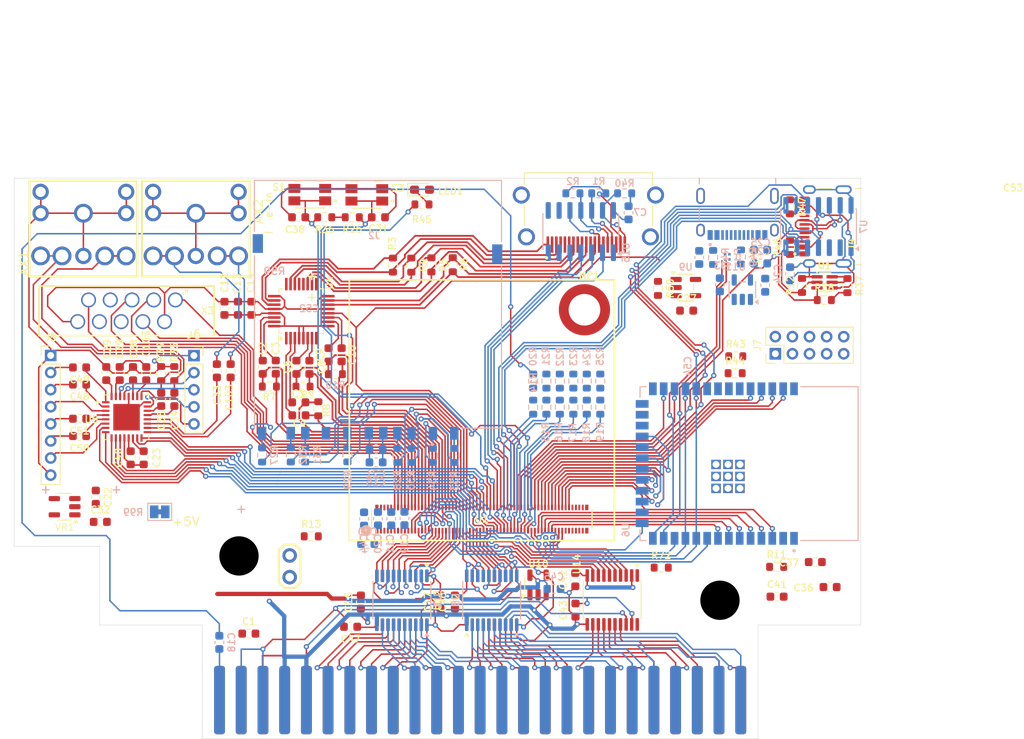
<source format=kicad_pcb>
(kicad_pcb (version 20241229) (generator "pcbnew") (generator_version "9.0")
  (layers (0 "F.Cu" signal) (2 "B.Cu" signal) (13 "F.Paste" user) (15 "B.Paste" user) (5 "F.SilkS" user "F.Silkscreen") (7 "B.SilkS" user "B.Silkscreen") (1 "F.Mask" user) (3 "B.Mask" user) (25 "Edge.Cuts" user))
  (property "DOCUMENTNAME" "Sheet1.SCHDOC")
  (property "SHEETTOTAL" "2")
  (net 0 "")
  (net 1 "Net-(AX1-Pad2)")
  (net 2 "+5V")
  (net 3 "Net-(AX1-Pad4)")
  (net 4 "/~{SLT_RESET}")
  (net 5 "+3V3")
  (net 6 "/~{SLT_RFSH}")
  (net 7 "/~{SLT_WAIT}")
  (net 8 "/~{SLT_INT}")
  (net 9 "/~{SLT_BUSDIR}")
  (net 10 "Net-(J3-CC2)")
  (net 11 "/SLT_CLC")
  (net 12 "/TCK")
  (net 13 "/TMS")
  (net 14 "/TDI")
  (net 15 "Net-(X1-Pad44)")
  (net 16 "+3V3DAC")
  (net 17 "/SLTSOUND")
  (net 18 "/TDO")
  (net 19 "Net-(U5-VREF)")
  (net 20 "Net-(U5-MICBIAS)")
  (net 21 "Net-(U5-LAUXIN)")
  (net 22 "Net-(U5-AUXOUT1)")
  (net 23 "Net-(U5-RAUXIN)")
  (net 24 "Net-(J3-CC1)")
  (net 25 "/DBG_Dn")
  (net 26 "/DBG_VBUS")
  (net 29 "Net-(U5-AUXOUT2)")
  (net 30 "/CODEC_CSB")
  (net 31 "/CODEC_MODE")
  (net 32 "Net-(J4-CC2)")
  (net 33 "/DBG_Dp")
  (net 34 "Net-(J4-CC1)")
  (net 35 "Net-(J5-Pin_2)")
  (net 36 "Net-(J5-Pin_4)")
  (net 39 "GND")
  (net 40 "/HDDLED")
  (net 41 "/EDGE_A0")
  (net 42 "/SLT_X3")
  (net 43 "/SLT_X1")
  (net 44 "/EDGE_A1")
  (net 45 "/SLT_X7")
  (net 46 "/EDGE_A3")
  (net 47 "/SLT_X6")
  (net 48 "/EDGE_A6")
  (net 49 "/EDGE_A5")
  (net 50 "/SLT_X5")
  (net 51 "/EDGE_A7")
  (net 52 "/EDGE_A4")
  (net 53 "/EDGE_A2")
  (net 54 "/SLT_X4")
  (net 55 "/SLT_X2")
  (net 56 "/SLT_X0")
  (net 57 "/SLT_Y1")
  (net 58 "/~{EDGE_CS1}")
  (net 59 "/SLT_Y2")
  (net 60 "/~{EDGE_CS12}")
  (net 61 "/SLT_Y5")
  (net 62 "/SLT_Y6")
  (net 63 "/SLT_Y0")
  (net 64 "/SLT_Y3")
  (net 65 "/~{EDGE_WR}")
  (net 66 "/~{EDGE_RD}")
  (net 67 "/SLT_Y7")
  (net 68 "/~{EDGE_CS2}")
  (net 69 "/SLT_Y4")
  (net 70 "/~{EDGE_M1}")
  (net 71 "/~{EDGE_MREQ}")
  (net 72 "/~{EDGE_IORQ}")
  (net 73 "/EDGE_D7")
  (net 74 "/EDGE_D4")
  (net 75 "/EDGE_D0")
  (net 76 "/EDGE_D3")
  (net 77 "/EDGE_D5")
  (net 78 "/EDGE_D6")
  (net 79 "/EDGE_D1")
  (net 80 "/EDGE_D2")
  (net 81 "/EDGE_A12")
  (net 82 "/EDGE_A9")
  (net 83 "/EDGE_A11")
  (net 84 "/EDGE_A13")
  (net 85 "/EDGE_A8")
  (net 86 "/EDGE_A15")
  (net 87 "/EDGE_A14")
  (net 88 "/EDGE_A10")
  (net 89 "/~{EDGE_RESET}")
  (net 90 "/~{EDGE_INT}")
  (net 91 "/~{EDGE_BUSDIR}")
  (net 92 "/~{EDGE_SLTSEL}")
  (net 93 "/EDGE_CLC")
  (net 94 "/~{EDGE_RFSH}")
  (net 95 "/~{EDGE_WAIT}")
  (net 96 "/~{SLT_SLTSL}")
  (net 99 "Net-(J5-Pin_3)")
  (net 100 "Net-(J6-Pin_4)")
  (net 102 "/SLT_MUX")
  (net 103 "/~{SLT_MUX}")
  (net 106 "GNDA")
  (net 107 "/CODEC_SCLK")
  (net 108 "Net-(J6-Pin_2)")
  (net 110 "/PUSH_BUTTON")
  (net 111 "Net-(J6-Pin_3)")
  (net 112 "Net-(LED1-K)")
  (net 113 "Net-(Q1A-D)")
  (net 114 "+IO3V3")
  (net 115 "+IO2V5")
  (net 116 "+IO1V8")
  (net 117 "/JTAGVCC")
  (net 118 "/DBG_TXD")
  (net 119 "/DBG_RXD")
  (net 120 "/ESP_BOOT_MODE")
  (net 121 "/CODEC_FS")
  (net 126 "Net-(U11-OUT)")
  (net 127 "/CODEC_MCK")
  (net 128 "Net-(U15-B3)")
  (net 129 "/CODEC_SDIO")
  (net 130 "Net-(U4-INA+)")
  (net 131 "/LVDS_D2_P")
  (net 132 "/LVDS_D2_N")
  (net 133 "Net-(U4-INA-)")
  (net 134 "Net-(U4-INB+)")
  (net 135 "/LVDS_D1_P")
  (net 136 "Net-(U4-INB-)")
  (net 137 "/LVDS_D1_N")
  (net 138 "Net-(U4-INC+)")
  (net 139 "/LVDS_D0_P")
  (net 140 "Net-(U4-INC-)")
  (net 141 "/LVDS_D0_N")
  (net 142 "Net-(U4-IND+)")
  (net 143 "/LVDS_CLK_P")
  (net 144 "Net-(U4-IND-)")
  (net 145 "/LVDS_CLK_N")
  (net 146 "/HDMI_SCL")
  (net 147 "/HDMI_SDA")
  (net 148 "/HDMI_A+")
  (net 149 "/HDMI_A-")
  (net 150 "/HDMI_B+")
  (net 151 "/HDMI_B-")
  (net 152 "/HDMI_C-")
  (net 153 "/HDMI_C+")
  (net 154 "/HDMI_D-")
  (net 155 "/HDMI_D+")
  (net 156 "Net-(U15-B2)")
  (net 158 "/CODEC_DACIN")
  (net 159 "Net-(U7-GP0)")
  (net 160 "/CODEC_BCK")
  (net 161 "/CODEC_ADCOUT")
  (net 162 "/ESP_IO1")
  (net 163 "/ESP_IO10")
  (net 164 "/ESP_EN")
  (net 165 "Net-(U15-B4)")
  (net 166 "/ESP_IO5")
  (net 167 "/ESP_IO14")
  (net 168 "/ESP_RXD")
  (net 169 "/ESP_TXD")
  (net 173 "/~{HDMI_EN}")
  (net 174 "/ESP_IO6")
  (net 175 "Net-(AX2-Pad2)")
  (net 176 "Net-(AX2-Pad4)")
  (net 177 "Net-(C18-Pad2)")
  (net 178 "Net-(U7-GP1)")
  (net 179 "Net-(R14-Pad1)")
  (net 180 "/SND5")
  (net 181 "/SND4")
  (net 182 "/SND3")
  (net 183 "Net-(R16-Pad1)")
  (net 184 "/SND2")
  (net 185 "Net-(R17-Pad1)")
  (net 186 "Net-(R18-Pad1)")
  (net 187 "/SND1")
  (net 188 "Net-(R19-Pad1)")
  (net 189 "/SND0")
  (net 190 "/HDMI_HPD")
  (net 191 "Net-(J5-Pin_6)")
  (net 192 "/SD_DAT2")
  (net 193 "/SD_DAT3")
  (net 194 "/SD_DAT0")
  (net 195 "/SD_DAT1")
  (net 196 "/SD_CD")
  (net 197 "/SD_CMD")
  (net 198 "/SD_CLK")
  (net 199 "/SD_WP")
  (net 200 "Net-(J2-DAT2)")
  (net 201 "Net-(J2-DAT3{slash}CD)")
  (net 202 "Net-(J2-DAT0)")
  (net 203 "Net-(J2-DAT1)")
  (net 204 "Net-(J2-PadCD)")
  (net 205 "Net-(J2-CMD)")
  (net 206 "Net-(J2-CLK)")
  (net 207 "Net-(J2-PadWP)")
  (net 209 "/ESP_IO3")
  (net 210 "/ESP_IO7")
  (net 211 "/ESP_IO12")
  (net 212 "/ESP_IO13")
  (net 213 "/HDMI_CEC")
  (net 215 "/ESP_IO4")
  (net 216 "/ESP_IO8")
  (net 217 "/ESP_IO2")
  (net 219 "/ESP_IO11")
  (net 220 "/ESP_IO9")
  (net 224 "/ESP_IO16")
  (net 225 "/ESP_IO15")
  (net 227 "Net-(J5-Pin_5)")
  (net 228 "/ESP_IO17{slash}SCL")
  (net 229 "/ESP_USB_Dp")
  (net 230 "/ESP_USB_Dn")
  (net 233 "/ESP_IO18{slash}SDA")
  (net 234 "/ESP_IO37{slash}GP2")
  (net 235 "/ESP_IO38{slash}GP3")
  (net 236 "/ESP_IO35{slash}GP0")
  (net 237 "/ESP_IO36{slash}GP1")
  (net 238 "/USB_VBUS")
  (net 239 "/ESP_IO21{slash}USBEN")
  (net 241 "/~{DBG_RST}")
  (net 242 "Net-(U5-LMICN)")
  (net 243 "Net-(U5-LMICP)")
  (net 244 "Net-(U5-RMICN)")
  (net 245 "Net-(U5-RMICP)")
  (net 251 "Net-(U15-B1)")
  (net 252 "Net-(J6-Pin_5)")
  (net 253 "Net-(J5-Pin_7)")
  (net 254 "Net-(J3-DP1)")
  (net 255 "Net-(J3-DN1)")
  (footprint "Resistor_SMD:R_0603_1608Metric" (layer "F.Cu") (at 130.975 74.075 180)
    (property "Reference" "R36")
    (property "Value" "10k")
  )
  (footprint "Capacitor_SMD:C_0603_1608Metric" (layer "F.Cu") (at 109.8 102.225 90)
    (property "Reference" "C23")
    (property "Value" "4.7uF")
  )
  (footprint "Capacitor_SMD:C_0603_1608Metric" (layer "F.Cu") (at 108.275 102.225 90)
    (property "Reference" "C40")
    (property "Value" "4.7uF")
  )
  (footprint "Capacitor_SMD:C_0603_1608Metric" (layer "F.Cu") (at 104.725 109.725)
    (property "Reference" "C32")
    (property "Value" "100nF")
  )
  (footprint "Capacitor_SMD:C_0603_1608Metric" (layer "F.Cu") (at 137.25 74.075)
    (property "Reference" "C31")
    (property "Value" "100nF")
  )
  (footprint "Resistor_SMD:R_0603_1608Metric" (layer "F.Cu") (at 130.225 96.485 -90)
    (property "Reference" "R8")
    (property "Value" "100E")
  )
  (footprint "Resistor_SMD:R_0603_1608Metric" (layer "F.Cu") (at 185.39 77.6 90)
    (property "Reference" "R46")
    (property "Value" "5k1")
  )
  (footprint "Package_SO:TSSOP-20_4.4x6.5mm_P0.65mm" (layer "F.Cu") (at 140 118.9 -90)
    (property "Reference" "U12")
    (property "Value" "TXS0108EPWR")
  )
  (footprint "Capacitor_SMD:C_0603_1608Metric" (layer "F.Cu") (at 123.725 91.625 -90)
    (property "Reference" "C2")
    (property "Value" "100nF")
  )
  (footprint "Capacitor_SMD:C_0603_1608Metric" (layer "F.Cu") (at 102.3 91.65 180)
    (property "Reference" "C49")
    (property "Value" "1uF")
  )
  (footprint "Capacitor_SMD:C_0603_1608Metric" (layer "F.Cu") (at 108.55 92.365 90)
    (property "Reference" "C28")
    (property "Value" "4.7uF")
  )
  (footprint "Capacitor_SMD:C_0603_1608Metric" (layer "F.Cu") (at 111.85 95.395 -90)
    (property "Reference" "C35")
    (property "Value" "1uF")
  )
  (footprint "Resistor_SMD:R_0603_1608Metric" (layer "F.Cu") (at 132.22 92.44 180)
    (property "Reference" "R10")
    (property "Value" "100E")
  )
  (footprint "Resistor_SMD:R_0603_1608Metric" (layer "F.Cu") (at 192.105 82.075 -90)
    (property "Reference" "R37")
    (property "Value" "10k")
  )
  (footprint "Capacitor_SMD:C_0603_1608Metric" (layer "F.Cu") (at 160.28 116.49 90)
    (property "Reference" "C42")
    (property "Value" "100nF")
  )
  (footprint "Package_TO_SOT_SMD:SOT-23-5" (layer "F.Cu") (at 173.2 82.3)
    (property "Reference" "U9")
    (property "Value" "AP22816BKAWT-7")
  )
  (footprint "Capacitor_SMD:C_0603_1608Metric" (layer "F.Cu") (at 119.97 92.04 90)
    (property "Reference" "C103")
    (property "Value" "1uF")
  )
  (footprint "Library:SW_EVQ-P7A01P" (layer "F.Cu") (at 129.225 71.425 180)
    (property "Reference" "S1")
    (property "Value" "EVQ-P7A01P")
  )
  (footprint "Library:STEWART_SS-53000-001" (layer "F.Cu") (at 161.815 77.27 180)
    (property "Reference" "X2")
    (property "Value" "SS-53000-001")
  )
  (footprint "Library:ST-222_1" (layer "F.Cu") (at 115.9 73.6)
    (property "Reference" "AX2" (hide yes))
    (property "Value" "SJ1-3523N" (hide yes))
  )
  (footprint "Package_TO_SOT_SMD:SOT-23-5" (layer "F.Cu") (at 155.925 117.1 90)
    (property "Reference" "U10")
    (property "Value" "SN74LVC1G04DCKR")
  )
  (footprint "Library:SAMESKY_UJ20-C-H-G-SMT-2-P16-TR" (layer "F.Cu") (at 193.755 75.15925 90)
    (property "Reference" "J4")
    (property "Value" "UJ20-C-H-G-SMT-2-P16-TR")
  )
  (footprint "Library:SOM_FPGA_LP" (layer "F.Cu") (at 149.350001 109.397137)
    (property "Reference" "U1")
    (property "Value" "SOM_FPGA_LP")
  )
  (footprint "Package_SO:TSSOP-20_4.4x6.5mm_P0.65mm" (layer "F.Cu") (at 150.5 118.9 90)
    (property "Reference" "U2")
    (property "Value" "74AHC541")
  )
  (footprint "Resistor_SMD:R_0603_1608Metric" (layer "F.Cu") (at 111.84 92.37 90)
    (property "Reference" "R39")
    (property "Value" "10k")
  )
  (footprint "Resistor_SMD:R_0603_1608Metric" (layer "F.Cu") (at 124.5 93.885 180)
    (property "Reference" "R7")
    (property "Value" "100E")
  )
  (footprint "Capacitor_SMD:C_0603_1608Metric" (layer "F.Cu") (at 125.25 91.615 -90)
    (property "Reference" "C3")
    (property "Value" "100nF")
  )
  (footprint "Capacitor_SMD:C_0603_1608Metric" (layer "F.Cu") (at 127.945 95.735)
    (property "Reference" "C5")
    (property "Value" "100nF")
  )
  (footprint "Capacitor_SMD:C_0603_1608Metric" (layer "F.Cu") (at 160.3 120.05 90)
    (property "Reference" "C43")
    (property "Value" "100nF")
  )
  (footprint "Resistor_SMD:R_0603_1608Metric" (layer "F.Cu") (at 179.05 90.35)
    (property "Reference" "R43")
    (property "Value" "1k")
  )
  (footprint "Resistor_SMD:R_0603_1608Metric" (layer "F.Cu") (at 113.38 92.37 90)
    (property "Reference" "R35")
    (property "Value" "10k")
  )
  (footprint "Capacitor_SMD:C_0603_1608Metric" (layer "F.Cu") (at 127.955 97.255)
    (property "Reference" "C4")
    (property "Value" "100nF")
  )
  (footprint "Resistor_SMD:R_0603_1608Metric" (layer "F.Cu") (at 185.375 72.85 -90)
    (property "Reference" "R47")
    (property "Value" "5k1")
  )
  (footprint "Capacitor_SMD:C_0603_1608Metric" (layer "F.Cu") (at 119.25 84.725 90)
    (property "Reference" "C12")
    (property "Value" "100nF")
  )
  (footprint "Library:SOT-25-AP7366EA" (layer "F.Cu") (at 100.55 107.95 180)
    (property "Reference" "VR1")
    (property "Value" "AP7366EA-33W5-7")
  )
  (footprint "Capacitor_SMD:C_0603_1608Metric" (layer "F.Cu") (at 146.2 119.1 90)
    (property "Reference" "C46")
    (property "Value" "100nF")
  )
  (footprint "Resistor_SMD:R_0603_1608Metric" (layer "F.Cu") (at 183.825 114.99)
    (property "Reference" "R11")
    (property "Value" "10k")
  )
  (footprint "Library:ST-222_1" (layer "F.Cu") (at 102.75 73.6)
    (property "Reference" "AX1" (hide yes))
    (property "Value" "SJ1-3523N" (hide yes))
  )
  (footprint "Connector_PinHeader_2.00mm:PinHeader_2x05_P2.00mm_Vertical" (layer "F.Cu") (at 183.675 90.05 90)
    (property "Reference" "J7")
    (property "Value" "Conn_02x05_Odd_Even")
  )
  (footprint "Capacitor_SMD:C_0603_1608Metric" (layer "F.Cu") (at 107 92.365 -90)
    (property "Reference" "C39")
    (property "Value" "4.7uF")
  )
  (footprint "Capacitor_SMD:C_0603_1608Metric" (layer "F.Cu") (at 104.2 106.825 -90)
    (property "Reference" "C22")
    (property "Value" "4.7uF")
  )
  (footprint "Capacitor_SMD:C_0603_1608Metric" (layer "F.Cu") (at 183.875 118.475)
    (property "Reference" "C41")
    (property "Value" "1uF")
  )
  (footprint "Library:MountingHole" (layer "F.Cu") (at 120.9473 113.70866)
    (property "Reference" "H1" (hide yes))
    (property "Value" "MountingHole" (hide yes))
  )
  (footprint "LED_SMD:LED_0603_1608Metric_Pad1.05x0.95mm_HandSolder" (layer "F.Cu") (at 142.35 70.85)
    (property "Reference" "LED1")
    (property "Value" "150060YS75000")
  )
  (footprint "Resistor_SMD:R_0603_1608Metric" (layer "F.Cu") (at 170.33 115.07)
    (property "Reference" "R72")
    (property "Value" "1k")
  )
  (footprint "Resistor_SMD:R_0603_1608Metric" (layer "F.Cu") (at 138.95 79.675 90)
    (property "Reference" "R3")
    (property "Value" "200E")
  )
  (footprint "Capacitor_SMD:C_0603_1608Metric" (layer "F.Cu") (at 129.185 91.63 -90)
    (property "Reference" "C8")
    (property "Value" "100nF")
  )
  (footprint "Capacitor_SMD:C_0603_1608Metric" (layer "F.Cu") (at 120.825 84.725 90)
    (property "Reference" "C13")
    (property "Value" "100nF")
  )
  (footprint "Capacitor_SMD:C_0603_1608Metric" (layer "F.Cu") (at 131.425 90.17 -90)
    (property "Reference" "C9")
    (property "Value" "100nF")
  )
  (footprint "Resistor_SMD:R_0603_1608Metric" (layer "F.Cu") (at 178.975 92.325)
    (property "Reference" "R44")
    (property "Value" "1k")
  )
  (footprint "Resistor_SMD:R_0603_1608Metric" (layer "F.Cu") (at 128.435 93.9 180)
    (property "Reference" "R9")
    (property "Value" "100E")
  )
  (footprint "Resistor_SMD:R_0603_1608Metric" (layer "F.Cu") (at 186.795 82.055 -90)
    (property "Reference" "R12")
    (property "Value" "10k")
  )
  (footprint "Capacitor_SMD:C_0603_1608Metric" (layer "F.Cu") (at 118.36 92.04 90)
    (property "Reference" "C33")
    (property "Value" "1uF")
  )
  (footprint "Resistor_SMD:R_0603_1608Metric" (layer "F.Cu") (at 134.2 74.075)
    (property "Reference" "R26")
    (property "Value" "10k")
  )
  (footprint "Capacitor_SMD:C_0603_1608Metric" (layer "F.Cu") (at 173.3 85)
    (property "Reference" "C27")
    (property "Value" "1uF")
  )
  (footprint "Resistor_SMD:R_0603_1608Metric" (layer "F.Cu") (at 141.1 79.675 90)
    (property "Reference" "R4")
    (property "Value" "200E")
  )
  (footprint "Capacitor_SMD:C_0603_1608Metric" (layer "F.Cu") (at 102.3 99.675 180)
    (property "Reference" "C50")
    (property "Value" "1uF")
  )
  (footprint "Capacitor_SMD:C_0603_1608Metric" (layer "F.Cu") (at 122.4 84.725 90)
    (property "Reference" "C14")
    (property "Value" "100nF")
  )
  (footprint "Capacitor_SMD:C_0603_1608Metric" (layer "F.Cu") (at 144.5 119.1 90)
    (property "Reference" "C17")
    (property "Value" "100nF")
  )
  (footprint "Capacitor_SMD:C_0603_1608Metric" (layer "F.Cu") (at 127.665 91.63 -90)
    (property "Reference" "C6")
    (property "Value" "100nF")
  )
  (footprint "Resistor_SMD:R_0603_1608Metric" (layer "F.Cu") (at 145.95 79.625 90)
    (property "Reference" "R6")
    (property "Value" "200E")
  )
  (footprint "Capacitor_SMD:C_0603_1608Metric" (layer "F.Cu") (at 102.3 93.65 180)
    (property "Reference" "C48")
    (property "Value" "1uF")
  )
  (footprint "Resistor_SMD:R_0603_1608Metric" (layer "F.Cu") (at 189.405 83.765)
    (property "Reference" "R38")
    (property "Value" "10k")
  )
  (footprint "Capacitor_SMD:C_0603_1608Metric" (layer "F.Cu") (at 132.95 90.17 -90)
    (property "Reference" "C10")
    (property "Value" "100nF")
  )
  (footprint "Package_QFP:TQFP-32_5x5mm_P0.5mm" (layer "F.Cu") (at 128.23 85.06 90)
    (property "Reference" "U4")
    (property "Value" "MAX3814")
  )
  (footprint "Resistor_SMD:R_0603_1608Metric" (layer "F.Cu") (at 142.35 72.575)
    (property "Reference" "R45")
    (property "Value" "220E")
  )
  (footprint "Capacitor_SMD:C_0603_1608Metric" (layer "F.Cu") (at 127.925 74.075 180)
    (property "Reference" "C38")
    (property "Value" "100nF")
  )
  (footprint "Package_TO_SOT_SMD:SOT-363_SC-70-6" (layer "F.Cu") (at 189.435 81.69)
    (property "Reference" "Q1")
    (property "Value" "UM6K34NTCN")
  )
  (footprint "Package_SO:TSSOP-20_4.4x6.5mm_P0.65mm" (layer "F.Cu") (at 164.6 118.8625 -90)
    (property "Reference" "U14")
    (property "Value" "TXS0108EPWR")
  )
  (footprint "Library:EDGE50_MSX_1" (layer "F.Cu") (at 179.63 130.58)
    (property "Reference" "X1" (hide yes))
    (property "Value" "EDGE50/MSX" (hide yes))
  )
  (footprint "Capacitor_SMD:C_0603_1608Metric" (layer "F.Cu") (at 113.39 95.395 -90)
    (property "Reference" "C34")
    (property "Value" "1uF")
  )
  (footprint "Connector_PinSocket_2.00mm:PinSocket_1x05_P2.00mm_Vertical" (layer "F.Cu") (at 115.68 90.26)
    (property "Reference" "J6")
    (property "Value" "Conn_01x05")
  )
  (footprint "Capacitor_SMD:C_0603_1608Metric" (layer "F.Cu") (at 135.2 119.1 90)
    (property "Reference" "C16")
    (property "Value" "100nF")
  )
  (footprint "Library:490107671012" (layer "F.Cu") (at 107.8 85.02)
    (property "Reference" "X3")
    (property "Value" "490107671012_JTAG")
  )
  (footprint "Capacitor_SMD:C_0603_1608Metric" (layer "F.Cu") (at 110.1 92.365 -90)
    (property "Reference" "C105")
    (property "Value" "4.7uF")
  )
  (footprint "Library:QFN-32-NAU88C22YG" (layer "F.Cu") (at 107.795 97.475)
    (property "Reference" "U5")
    (property "Value" "NAU88C22A")
  )
  (footprint "Capacitor_SMD:C_0603_1608Metric" (layer "F.Cu") (at 188.35 114.425 180)
    (property "Reference" "C37")
    (property "Value" "100nF")
  )
  (footprint "Capacitor_SMD:C_0603_1608Metric" (layer "F.Cu") (at 105.425 92.365 90)
    (property "Reference" "C29")
    (property "Value" "4.7uF")
  )
  (footprint "Library:JUMPER_1" (layer "F.Cu") (at 126.875 113.655 -90)
    (property "Reference" "J1" (hide yes))
    (property "Value" "Conn_01x02_Pin" (hide yes))
  )
  (footprint "Library:SW_EVQ-P7A01P" (layer "F.Cu") (at 135.9 71.45 180)
    (property "Reference" "S3")
    (property "Value" "EVQ-P7A01P")
  )
  (footprint "Capacitor_SMD:C_0603_1608Metric" (layer "F.Cu") (at 134 122 180)
    (property "Reference" "C47")
    (property "Value" "100nF")
  )
  (footprint "Capacitor_SMD:C_0603_1608Metric" (layer "F.Cu") (at 122.1 122.8)
    (property "Reference" "C1")
    (property "Value" "4.7uF")
  )
  (footprint "Capacitor_SMD:C_0603_1608Metric" (layer "F.Cu") (at 190.075 117.35 180)
    (property "Reference" "C36")
    (property "Value" "4.7uF")
  )
  (footprint "Library:WA-SMSI_9774015151" (layer "F.Cu") (at 161.35 84.9)
    (property "Reference" "MP1")
    (property "Value" "M2.5 x 1.5mm")
  )
  (footprint "Resistor_SMD:R_0603_1608Metric" (layer "F.Cu") (at 169.95 82.4 -90)
    (property "Reference" "R50")
    (property "Value" "10k")
  )
  (footprint "Connector_PinHeader_2.00mm:PinHeader_1x08_P2.00mm_Vertical" (layer "F.Cu") (at 98.925 90.25)
    (property "Reference" "J5")
    (property "Value" "Conn_01x08")
  )
  (footprint "Library:MountingHole" (layer "F.Cu") (at 177.2 118.89788)
    (property "Reference" "H2" (hide yes))
    (property "Value" "MountingHole" (hide yes))
  )
  (footprint "Capacitor_SMD:C_0603_1608Metric" (layer "F.Cu") (at 102.3 97.65 180)
    (property "Reference" "C51")
    (property "Value" "1uF")
  )
  (footprint "Resistor_SMD:R_0603_1608Metric" (layer "F.Cu") (at 143.45 79.65 90)
    (property "Reference" "R5")
    (property "Value" "200E")
  )
  (footprint "Resistor_SMD:R_0603_1608Metric" (layer "F.Cu") (at 129.4 111.415)
    (property "Reference" "R13")
    (property "Value" "300k")
  )
  (footprint "Capacitor_SMD:C_0603_1608Metric" (layer "B.Cu") (at 177.19 81.975 90)
    (property "Reference" "C52")
    (property "Value" "1uF")
  )
  (footprint "Resistor_SMD:R_0603_1608Metric" (layer "B.Cu") (at 143.62 101.95 90)
    (property "Reference" "R34")
    (property "Value" "75E")
  )
  (footprint "Capacitor_SMD:C_0603_1608Metric" (layer "B.Cu") (at 136 112.3 180)
    (property "Reference" "C30")
    (property "Value" "1uF")
  )
  (footprint "Resistor_SMD:R_0603_1608Metric" (layer "B.Cu") (at 163.2 93.245 90)
    (property "Reference" "R25")
    (property "Value" "200E")
  )
  (footprint "Resistor_SMD:R_0603_1608Metric" (layer "B.Cu") (at 155.35 96.295 -90)
    (property "Reference" "R14")
    (property "Value" "200E")
  )
  (footprint "Resistor_SMD:R_0603_1608Metric" (layer "B.Cu") (at 179.65 78.725 90)
    (property "Reference" "R49")
    (property "Value" "5k1")
  )
  (footprint "Resistor_SMD:R_0603_1608Metric" (layer "B.Cu") (at 163.2 96.295 -90)
    (property "Reference" "R19")
    (property "Value" "200E")
  )
  (footprint "Capacitor_SMD:C_0603_1608Metric" (layer "B.Cu") (at 135.575 109.375 90)
    (property "Reference" "C44")
    (property "Value" "100nF")
  )
  (footprint "Capacitor_SMD:C_0603_1608Metric" (layer "B.Cu") (at 157.78 117.57 180)
    (property "Reference" "C45")
    (property "Value" "100nF")
  )
  (footprint "Library:AMPHENOL_10067847-001RLF" (layer "B.Cu") (at 136.75 75.05)
    (property "Reference" "J2")
    (property "Value" "10067847-001RLF")
  )
  (footprint "Capacitor_SMD:C_0603_1608Metric" (layer "B.Cu") (at 181.949998 77.9 180)
    (property "Reference" "C25")
    (property "Value" "4.7uF")
  )
  (footprint "Resistor_SMD:R_0603_1608Metric" (layer "B.Cu") (at 141.12 101.95 90)
    (property "Reference" "R30")
    (property "Value" "75E")
  )
  (footprint "Resistor_SMD:R_0603_1608Metric" (layer "B.Cu") (at 133.63 101.875 90)
    (property "Reference" "R29")
    (property "Value" "75E")
  )
  (footprint "Resistor_SMD:R_0603_1608Metric" (layer "B.Cu") (at 128.69 101.89 90)
    (property "Reference" "R31")
    (property "Value" "75E")
  )
  (footprint "Resistor_SMD:R_0603_1608Metric" (layer "B.Cu") (at 139.48 101.95 90)
    (property "Reference" "R28")
    (property "Value" "75E")
  )
  (footprint "Package_SO:TSSOP-20_4.4x6.5mm_P0.65mm" (layer "B.Cu") (at 150.5 118.9 90)
    (property "Reference" "U8")
    (property "Value" "74AHC541")
  )
  (footprint "Package_TO_SOT_SMD:SOT-23-5" (layer "B.Cu") (at 179.815 82.55 90)
    (property "Reference" "U11")
    (property "Value" "AP22816BKAWT-7")
  )
  (footprint "Resistor_SMD:R_0603_1608Metric" (layer "B.Cu") (at 176.4 78.775 90)
    (property "Reference" "R48")
    (property "Value" "5k1")
  )
  (footprint "Resistor_SMD:R_0603_1608Metric" (layer "B.Cu") (at 161.625 93.245 90)
    (property "Reference" "R24")
    (property "Value" "100E")
  )
  (footprint "Library:SAMESKY_UJ20-C-H-G-SMT-2-P16-TR" (layer "B.Cu") (at 179.25 69.475)
    (property "Reference" "J3")
    (property "Value" "UJ20-C-H-G-SMT-2-P16-TR")
  )
  (footprint "Library:FIL_DLM0NSN900HY2D" (layer "B.Cu") (at 178.049998 78.7 90)
    (property "Reference" "FL1")
    (property "Value" "DLM0NSN900HY2D")
  )
  (footprint "Package_SO:SOIC-14_3.9x8.7mm_P1.27mm" (layer "B.Cu") (at 160.925 75.75 90)
    (property "Reference" "U15")
    (property "Value" "TXB0104D")
  )
  (footprint "Resistor_SMD:R_0603_1608Metric" (layer "B.Cu") (at 161.625 96.295 -90)
    (property "Reference" "R18")
    (property "Value" "200E")
  )
  (footprint "Capacitor_SMD:C_0603_1608Metric" (layer "B.Cu") (at 181.95 79.475 180)
    (property "Reference" "C26")
    (property "Value" "100nF")
  )
  (footprint "Capacitor_SMD:C_0603_1608Metric" (layer "B.Cu") (at 118.65 123.825 90)
    (property "Reference" "C18")
    (property "Value" "4.7uF")
  )
  (footprint "Package_SO:TSSOP-20_4.4x6.5mm_P0.65mm" (layer "B.Cu") (at 140 118.9 90)
    (property "Reference" "U3")
    (property "Value" "74AHC541")
  )
  (footprint "Resistor_SMD:R_0603_1608Metric" (layer "B.Cu") (at 156.9 96.295 -90)
    (property "Reference" "R15")
    (property "Value" "200E")
  )
  (footprint "Capacitor_SMD:C_0603_1608Metric" (layer "B.Cu") (at 136.98 102.76 180)
    (property "Reference" "C15")
    (property "Value" "4.7uF")
  )
  (footprint "Capacitor_SMD:C_0603_1608Metric" (layer "B.Cu") (at 185.4 80.69 -90)
    (property "Reference" "C24")
    (property "Value" "100nF")
  )
  (footprint "Capacitor_SMD:C_0603_1608Metric" (layer "B.Cu") (at 137.2 109.35 90)
    (property "Reference" "C20")
    (property "Value" "100nF")
  )
  (footprint "Resistor_SMD:R_0603_1608Metric" (layer "B.Cu") (at 146.13 101.95 90)
    (property "Reference" "R33")
    (property "Value" "75E")
  )
  (footprint "Capacitor_SMD:C_0603_1608Metric" (layer "B.Cu") (at 140.3 109.325 -90)
    (property "Reference" "C19")
    (property "Value" "100nF")
  )
  (footprint "Capacitor_SMD:C_0603_1608Metric" (layer "B.Cu") (at 138.75 109.35 90)
    (property "Reference" "C11")
    (property "Value" "100nF")
  )
  (footprint "Resistor_SMD:R_0603_1608Metric" (layer "B.Cu") (at 156.9 93.245 90)
    (property "Reference" "R21")
    (property "Value" "100E")
  )
  (footprint "Resistor_SMD:R_0603_1608Metric" (layer "B.Cu") (at 155.35 93.245 90)
    (property "Reference" "R20")
    (property "Value" "100E")
  )
  (footprint "Resistor_SMD:R_0603_1608Metric" (layer "B.Cu") (at 123.65 101.9 90)
    (property "Reference" "R27")
    (property "Value" "75E")
  )
  (footprint "Resistor_SMD:R_0603_1608Metric" (layer "B.Cu") (at 158.475 93.245 90)
    (property "Reference" "R22")
    (property "Value" "100E")
  )
  (footprint "Resistor_SMD:R_0603_1608Metric" (layer "B.Cu") (at 160.05 96.295 -90)
    (property "Reference" "R17")
    (property "Value" "200E")
  )
  (footprint "Capacitor_SMD:C_0603_1608Metric" (layer "B.Cu") (at 136.98 101.21 180)
    (property "Reference" "C21")
    (property "Value" "100nF")
  )
  (footprint "Library:MODULE_ESP32-S3-WROOM-1-N8R8" (layer "B.Cu") (at 180.6 102.9 90)
    (property "Reference" "U6")
    (property "Value" "ESP32-S3-WROOM-1-N8R8")
  )
  (footprint "Resistor_SMD:R_0603_1608Metric" (layer "B.Cu") (at 158.475 96.295 -90)
    (property "Reference" "R16")
    (property "Value" "200E")
  )
  (footprint "Resistor_SMD:R_0603_1608Metric" (layer "B.Cu") (at 160.05 93.245 90)
    (property "Reference" "R23")
    (property "Value" "100E")
  )
  (footprint "Resistor_SMD:R_0603_1608Metric" (layer "B.Cu") (at 127.01 101.89 90)
    (property "Reference" "R32")
    (property "Value" "75E")
  )
  (footprint "Resistor_SMD:R_0603_1608Metric" (layer "B.Cu") (at 160 71.275)
    (property "Reference" "R2")
    (property "Value" "10k")
  )
  (footprint "Jumper:SolderJumper-2_P1.3mm_Bridged_Pad1.0x1.5mm" (layer "B.Cu") (at 111.675 108.55 180)
    (property "Reference" "R99")
    (property "Value" "0E")
  )
  (footprint "Resistor_SMD:R_0603_1608Metric" (layer "B.Cu") (at 166.05 71.275)
    (property "Reference" "R40")
    (property "Value" "1k")
  )
  (footprint "Resistor_SMD:R_0603_1608Metric" (layer "B.Cu") (at 163.025 71.275 180)
    (property "Reference" "R1")
    (property "Value" "10k")
  )
  (footprint "Capacitor_SMD:C_0603_1608Metric" (layer "B.Cu") (at 182.49 82.025 90)
    (property "Reference" "C53")
    (property "Value" "100nF")
  )
  (footprint "Capacitor_SMD:C_0603_1608Metric" (layer "B.Cu") (at 174.775 78.775 -90)
    (property "Reference" "C54")
    (property "Value" "4.7uF")
  )
  (footprint "Capacitor_SMD:C_0603_1608Metric" (layer "B.Cu") (at 166.505 73.55 90)
    (property "Reference" "C7")
    (property "Value" "100nF")
  )
  (footprint "Package_SO:SOIC-14_3.9x8.7mm_P1.27mm" (layer "B.Cu") (at 188.72 75.15925 90)
    (property "Reference" "U7")
    (property "Value" "MCP2221AT-I/SL")
  )
  (gr_line (start 193.65 69.5) (end 94.650187 69.5) (stroke (width 0.05)) (layer "Edge.Cuts"))
  (gr_line (start 94.650187 69.500406) (end 94.650187 112.591406) (stroke (width 0.05)) (layer "Edge.Cuts"))
  (gr_line (start 116.65 121.7985) (end 116.65 135.1) (stroke (width 0.05)) (layer "Edge.Cuts"))
  (gr_line (start 94.650187 112.591406) (end 104.650187 112.591406) (stroke (width 0.05)) (layer "Edge.Cuts"))
  (gr_line (start 116.65 135.1) (end 181.65 135.1) (stroke (width 0.05)) (layer "Edge.Cuts"))
  (gr_line (start 104.65 121.7985) (end 116.65 121.7985) (stroke (width 0.05)) (layer "Edge.Cuts"))
  (gr_line (start 104.6473 112.60065) (end 104.6473 121.7985) (stroke (width 0.05)) (layer "Edge.Cuts"))
  (gr_line (start 181.65 135.1) (end 181.65 121.7985) (stroke (width 0.05)) (layer "Edge.Cuts"))
  (gr_line (start 181.65 121.7985) (end 193.65 121.7985) (stroke (width 0.05)) (layer "Edge.Cuts"))
  (gr_line (start 193.65 121.7985) (end 193.65 69.5) (stroke (width 0.05)) (layer "Edge.Cuts"))
  (gr_text "AX1" (at 95.7773 79.43965 90) (layer "F.SilkS") (effects (font (size 1.01024 1.0626) (thickness 0.154))))
  (gr_text "Line-In" (at 124.4373 76.15965 90) (layer "F.SilkS") (effects (font (size 0.83312 0.8763) (thickness 0.154)) (justify left)))
  (gr_text "+" (at 129.466348 80.90965 0) (layer "F.SilkS") (effects (font (size 1.01024 1.0626) (thickness 0.154))))
  (gr_text "AX2" (at 123.2073 73.38965 90) (layer "F.SilkS") (effects (font (size 1.01024 1.0626) (thickness 0.154))))
  (gr_text "+5V" (at 114.7273 109.69965 0) (layer "F.SilkS") (effects (font (size 1.01024 1.0626) (thickness 0.154))))
  (gr_text "+" (at 129.476348 83.37965 0) (layer "F.SilkS") (effects (font (size 1.01024 1.0626) (thickness 0.154))))
  (gr_text "R59" (at 126.476348 80.86965 360) (layer "B.SilkS") (effects (font (size 0.83312 0.8763) (thickness 0.154)) (justify left bottom mirror)))
  (gr_text "+" (at 106.0873 105.20965 -90) (layer "B.SilkS") (effects (font (size 1.01024 1.0626) (thickness 0.154)) (justify left bottom)))
  (gr_text "+" (at 97.8373 105.20965 -90) (layer "B.SilkS") (effects (font (size 1.01024 1.0626) (thickness 0.154)) (justify left bottom)))
  (gr_text "+" (at 120.4573 108.76965 0) (layer "B.SilkS") (effects (font (size 1.01024 1.0626) (thickness 0.154)) (justify left bottom)))
  (segment (start 111.85 93.205) (end 111.84 93.195) (width 0.175) (layer "F.Cu") (net 1))
  (segment (start 103.630388 89.299) (end 104.372388 90.041) (width 0.175) (layer "F.Cu") (net 1))
  (segment (start 111.84 93.195) (end 111.895 93.195) (width 0.175) (layer "F.Cu") (net 1))
  (segment (start 96.9 81.95) (end 96.9 86.05) (width 0.175) (layer "F.Cu") (net 1))
  (segment (start 104.372388 90.041) (end 107.854611 90.041) (width 0.175) (layer "F.Cu") (net 1))
  (segment (start 112.8815 92.2085) (end 113.85253 92.2085) (width 0.175) (layer "F.Cu") (net 1))
  (segment (start 111.895 93.195) (end 112.8815 92.2085) (width 0.175) (layer "F.Cu") (net 1))
  (segment (start 96.9 86.05) (end 100.149 89.299) (width 0.175) (layer "F.Cu") (net 1))
  (segment (start 114.13 90.82) (end 113.351 90.041) (width 0.175) (layer "F.Cu") (net 1))
  (segment (start 100.149 89.299) (end 103.630388 89.299) (width 0.175) (layer "F.Cu") (net 1))
  (segment (start 100.25 78.6) (end 96.9 81.95) (width 0.175) (layer "F.Cu") (net 1))
  (segment (start 111.85 94.62) (end 111.85 93.205) (width 0.175) (layer "F.Cu") (net 1))
  (segment (start 113.351 90.041) (end 107.854611 90.041) (width 0.175) (layer "F.Cu") (net 1))
  (segment (start 114.13 91.93103) (end 114.13 90.82) (width 0.175) (layer "F.Cu") (net 1))
  (segment (start 107.854611 90.041) (end 110.451 90.041) (width 0.175) (layer "F.Cu") (net 1))
  (segment (start 113.85253 92.2085) (end 114.13 91.93103) (width 0.175) (layer "F.Cu") (net 1))
  (segment (start 97.77125 78.6) (end 100.27125 78.6) (width 0.175) (layer "B.Cu") (net 1))
  (segment (start 97.42125 78.95) (end 97.77125 78.6) (width 0.175) (layer "B.Cu") (net 1))
  (segment (start 166.9 120.45) (end 166.9 121.7) (width 0.175) (layer "F.Cu") (net 2))
  (segment (start 142.275 120.173) (end 142.275 121.7625) (width 0.175) (layer "F.Cu") (net 2))
  (segment (start 132.25 119.85) (end 128.622041 123.477959) (width 0.175) (layer "F.Cu") (net 2))
  (segment (start 133.225 122) (end 133.225 120.825) (width 0.175) (layer "F.Cu") (net 2))
  (segment (start 166.9 121.7) (end 166.875 121.725) (width 0.175) (layer "F.Cu") (net 2))
  (segment (start 161.655 119.275) (end 161.66 119.27) (width 0.175) (layer "F.Cu") (net 2))
  (segment (start 133.225 120.825) (end 132.25 119.85) (width 0.175) (layer "F.Cu") (net 2))
  (segment (start 128.622041 123.477959) (end 124.892641 123.477959) (width 0.175) (layer "F.Cu") (net 2))
  (segment (start 143.175 119.273) (end 142.275 120.173) (width 0.175) (layer "F.Cu") (net 2))
  (segment (start 124.892641 123.477959) (end 123.75 124.6206) (width 0.175) (layer "F.Cu") (net 2))
  (segment (start 160.3 119.275) (end 161.655 119.275) (width 0.175) (layer "F.Cu") (net 2))
  (via (at 143.175 119.273) (size 0.6) (drill 0.3) (layers "F.Cu" "B.Cu") (net 2))
  (via (at 161.66 119.27) (size 0.6) (drill 0.3) (layers "F.Cu" "B.Cu") (net 2))
  (via (at 132.25 119.85) (size 0.6) (drill 0.3) (layers "F.Cu" "B.Cu") (net 2))
  (via (at 123.75 124.6206) (size 0.6) (drill 0.3) (layers "F.Cu" "B.Cu") (net 2))
  (via (at 166.9 120.45) (size 0.6) (drill 0.3) (layers "F.Cu" "B.Cu") (net 2))
  (segment (start 143.175 119.275) (end 142.903 119.547) (width 0.175) (layer "B.Cu") (net 2))
  (segment (start 132.973108 119.547) (end 132.970108 119.55) (width 0.175) (layer "B.Cu") (net 2))
  (segment (start 161.66 119.27) (end 161.66 118.605999) (width 0.175) (layer "B.Cu") (net 2))
  (segment (start 123.75 130.58) (end 123.75 124.6206) (width 0.175) (layer "B.Cu") (net 2))
  (segment (start 143.178 119.27) (end 143.175 119.273) (width 0.175) (layer "B.Cu") (net 2))
  (segment (start 146.861413 119.376) (end 143.296 119.376) (width 0.175) (layer "B.Cu") (net 2))
  (segment (start 132.970108 119.55) (end 132.55 119.55) (width 0.175) (layer "B.Cu") (net 2))
  (segment (start 161.65 118.595999) (end 165.045999 118.595999) (width 0.175) (layer "B.Cu") (net 2))
  (segment (start 142.903 119.547) (end 132.973108 119.547) (width 0.175) (layer "B.Cu") (net 2))
  (segment (start 152.287018 118.595999) (end 161.65 118.595999) (width 0.175) (layer "B.Cu") (net 2))
  (segment (start 146.861413 119.376) (end 146.861412 119.376) (width 0.175) (layer "B.Cu") (net 2))
  (segment (start 166.505 74.325) (end 165.785 74.325) (width 0.175) (layer "B.Cu") (net 2))
  (segment (start 146.861413 119.376) (end 151.507017 119.376) (width 0.175) (layer "B.Cu") (net 2))
  (segment (start 143.175 119.273) (end 143.175 119.275) (width 0.175) (layer "B.Cu") (net 2))
  (segment (start 143.19 119.27) (end 143.178 119.27) (width 0.175) (layer "B.Cu") (net 2))
  (segment (start 132.104422 119.85) (end 132.25 119.85) (width 0.175) (layer "B.Cu") (net 2))
  (segment (start 121.21 130.58) (end 121.21 124.6206) (width 0.175) (layer "B.Cu") (net 2))
  (segment (start 123.75 126.75) (end 123.75 130.58) (width 0.175) (layer "B.Cu") (net 2))
  (segment (start 151.507017 119.376) (end 152.287018 118.595999) (width 0.175) (layer "B.Cu") (net 2))
  (segment (start 161.66 118.605999) (end 161.65 118.595999) (width 0.175) (layer "B.Cu") (net 2))
  (segment (start 143.296 119.376) (end 143.19 119.27) (width 0.175) (layer "B.Cu") (net 2))
  (segment (start 165.045999 118.595999) (end 166.9 120.45) (width 0.175) (layer "B.Cu") (net 2))
  (segment (start 165.785 74.325) (end 164.735 73.275) (width 0.175) (layer "B.Cu") (net 2))
  (segment (start 132.55 119.55) (end 132.25 119.85) (width 0.175) (layer "B.Cu") (net 2))
  (segment (start 121.21 124.6206) (end 123.75 124.6206) (width 0.175) (layer "B.Cu") (net 2))
  (segment (start 103.775 80.125) (end 105.25 78.65) (width 0.175) (layer "F.Cu") (net 3))
  (segment (start 97.9 81.975) (end 99.75 80.125) (width 0.175) (layer "F.Cu") (net 3))
  (segment (start 114.481 92.094) (end 114.481 90.674612) (width 0.175) (layer "F.Cu") (net 3))
  (segment (start 97.9 85.925) (end 97.9 81.975) (width 0.175) (layer "F.Cu") (net 3))
  (segment (start 104.517776 89.69) (end 103.775776 88.948) (width 0.175) (layer "F.Cu") (net 3))
  (segment (start 113.39 93.205) (end 113.38 93.195) (width 0.175) (layer "F.Cu") (net 3))
  (segment (start 100.923 88.948) (end 97.9 85.925) (width 0.175) (layer "F.Cu") (net 3))
  (segment (start 113.496389 89.69) (end 104.517776 89.69) (width 0.175) (layer "F.Cu") (net 3))
  (segment (start 105.25 78.6) (end 107.75 78.6) (width 0.175) (layer "F.Cu") (net 3))
  (segment (start 99.75 80.125) (end 103.775 80.125) (width 0.175) (layer "F.Cu") (net 3))
  (segment (start 105.25 78.65) (end 105.25 78.6) (width 0.175) (layer "F.Cu") (net 3))
  (segment (start 103.775776 88.948) (end 100.923 88.948) (width 0.175) (layer "F.Cu") (net 3))
  (segment (start 113.38 93.195) (end 114.481 92.094) (width 0.175) (layer "F.Cu") (net 3))
  (segment (start 113.39 94.62) (end 113.39 93.205) (width 0.175) (layer "F.Cu") (net 3))
  (segment (start 114.481 90.674612) (end 113.496389 89.69) (width 0.175) (layer "F.Cu") (net 3))
  (segment (start 153.326191 113.776191) (end 152.818075 113.776191) (width 0.175) (layer "F.Cu") (net 4))
  (segment (start 145.313165 109.175) (end 144.75 108.611835) (width 0.175) (layer "F.Cu") (net 4))
  (segment (start 162.325 115.262501) (end 162.062499 115) (width 0.175) (layer "F.Cu") (net 4))
  (segment (start 162.325 116) (end 162.325 115.262501) (width 0.175) (layer "F.Cu") (net 4))
  (segment (start 145.432972 109.175) (end 145.313165 109.175) (width 0.175) (layer "F.Cu") (net 4))
  (segment (start 162.062499 115) (end 154.55 115) (width 0.175) (layer "F.Cu") (net 4))
  (segment (start 145.520472 109.0875) (end 145.432972 109.175) (width 0.175) (layer "F.Cu") (net 4))
  (segment (start 144.75 108.611835) (end 144.75 108.042137) (width 0.175) (layer "F.Cu") (net 4))
  (segment (start 154.55 115) (end 153.326191 113.776191) (width 0.175) (layer "F.Cu") (net 4))
  (segment (start 145.55 109.0875) (end 145.520472 109.0875) (width 0.175) (layer "F.Cu") (net 4))
  (via (at 152.818075 113.776191) (size 0.6) (drill 0.3) (layers "F.Cu" "B.Cu") (net 4))
  (via (at 145.55 109.0875) (size 0.6) (drill 0.3) (layers "F.Cu" "B.Cu") (net 4))
  (segment (start 146.957388 113.161) (end 151.540348 113.161) (width 0.175) (layer "B.Cu") (net 4))
  (segment (start 146.125 112.328612) (end 146.957388 113.161) (width 0.175) (layer "B.Cu") (net 4))
  (segment (start 152.501018 112.66715) (end 152.831108 112.99724) (width 0.175) (layer "B.Cu") (net 4))
  (segment (start 145.55 109.0875) (end 145.6125 109.0875) (width 0.175) (layer "B.Cu") (net 4))
  (segment (start 146.125 109.6) (end 146.125 112.328612) (width 0.175) (layer "B.Cu") (net 4))
  (segment (start 151.540348 113.161) (end 152.034198 112.66715) (width 0.175) (layer "B.Cu") (net 4))
  (segment (start 152.034198 112.66715) (end 152.501018 112.66715) (width 0.175) (layer "B.Cu") (net 4))
  (segment (start 152.831108 112.99724) (end 152.831108 113.763158) (width 0.175) (layer "B.Cu") (net 4))
  (segment (start 145.6125 109.0875) (end 146.125 109.6) (width 0.175) (layer "B.Cu") (net 4))
  (segment (start 152.831108 113.763158) (end 152.818075 113.776191) (width 0.175) (layer "B.Cu") (net 4))
  (segment (start 128.475 86.81) (end 128.74 86.81) (width 0.175) (layer "F.Cu") (net 5))
  (segment (start 155.2375 115.9625) (end 155.9 116.625) (width 0.175) (layer "F.Cu") (net 5))
  (segment (start 120.825 85.5) (end 119.25 85.5) (width 0.175) (layer "F.Cu") (net 5))
  (segment (start 122.4 85.5) (end 120.825 85.5) (width 0.175) (layer "F.Cu") (net 5))
  (segment (start 191.47641 73.84) (end 189.2 73.84) (width 0.175) (layer "F.Cu") (net 5))
  (segment (start 146.103 118.422) (end 146.2 118.325) (width 0.175) (layer "F.Cu") (net 5))
  (segment (start 125.0675 86.81) (end 126.275 86.81) (width 0.175) (layer "F.Cu") (net 5))
  (segment (start 127.475 86.81) (end 127.975 86.81) (width 0.175) (layer "F.Cu") (net 5))
  (segment (start 135.525 118.325) (end 135.2 118.325) (width 0.175) (layer "F.Cu") (net 5))
  (segment (start 154.975 115.9625) (end 155.2375 115.9625) (width 0.175) (layer "F.Cu") (net 5))
  (segment (start 127.975 86.81) (end 128.475 86.81) (width 0.175) (layer "F.Cu") (net 5))
  (segment (start 109.8 101.45) (end 109.6 101.45) (width 0.175) (layer "F.Cu") (net 5))
  (segment (start 133.7 118.7) (end 131.8 118.7) (width 0.5) (layer "F.Cu") (net 5))
  (segment (start 145.375 118.422) (end 144.597 118.422) (width 0.175) (layer "F.Cu") (net 5))
  (segment (start 143.725 116.175) (end 144.5 116.95) (width 0.175) (layer "F.Cu") (net 5))
  (segment (start 192.17 74.53359) (end 191.47641 73.84) (width 0.175) (layer "F.Cu") (net 5))
  (segment (start 147.575 117.725) (end 146.975 118.325) (width 0.175) (layer "F.Cu") (net 5))
  (segment (start 192.105 82.9) (end 191.095 82.9) (width 0.175) (layer "F.Cu") (net 5))
  (segment (start 131.25865 118.15865) (end 118.40865 118.15865) (width 0.5) (layer "F.Cu") (net 5))
  (segment (start 125.0675 85.31) (end 125.804999 85.31) (width 0.175) (layer "F.Cu") (net 5))
  (segment (start 126.275 86.81) (end 127.475 86.81) (width 0.175) (layer "F.Cu") (net 5))
  (segment (start 131.8 118.7) (end 131.25865 118.15865) (width 0.5) (layer "F.Cu") (net 5))
  (segment (start 131.3925 86.81) (end 128.74 86.81) (width 0.175) (layer "F.Cu") (net 5))
  (segment (start 109.6 101.45) (end 108.545 100.395) (width 0.175) (layer "F.Cu") (net 5))
  (segment (start 133.7 118.7) (end 134.1 118.3) (width 0.175) (layer "F.Cu") (net 5))
  (segment (start 134.1 118.3) (end 135.175 118.3) (width 0.175) (layer "F.Cu") (net 5))
  (segment (start 144.5 116.95) (end 144.5 118.325) (width 0.175) (layer "F.Cu") (net 5))
  (segment (start 128.48 88.2225) (end 128.48 86.815) (width 0.175) (layer "F.Cu") (net 5))
  (segment (start 142.600001 117.1) (end 142.275 116.774999) (width 0.175) (layer "F.Cu") (net 5))
  (segment (start 143.725 116.1) (end 143.725 116.175) (width 0.175) (layer "F.Cu") (net 5))
  (segment (start 123.4 85.5) (end 122.4 85.5) (width 0.175) (layer "F.Cu") (net 5))
  (segment (start 191.095 82.9) (end 190.23 83.765) (width 0.175) (layer "F.Cu") (net 5))
  (segment (start 127.975 86.81) (end 127.975 88.2175) (width 0.175) (layer "F.Cu") (net 5))
  (segment (start 192.17 75.87) (end 192.17 74.53359) (width 0.175) (layer "F.Cu") (net 5))
  (segment (start 126.275 85.780001) (end 126.275 86.81) (width 0.175) (layer "F.Cu") (net 5))
  (segment (start 145.375 118.422) (end 146.103 118.422) (width 0.175) (layer "F.Cu") (net 5))
  (segment (start 131.8 74.075) (end 133.375 74.075) (width 0.175) (layer "F.Cu") (net 5))
  (segment (start 143.725 116.1) (end 143.725 116.775) (width 0.175) (layer "F.Cu") (net 5))
  (segment (start 123.59 85.31) (end 123.4 85.5) (width 0.175) (layer "F.Cu") (net 5))
  (segment (start 143.725 116.775) (end 143.4 117.1) (width 0.175) (layer "F.Cu") (net 5))
  (segment (start 108.545 100.395) (end 108.545 99.9125) (width 0.175) (layer "F.Cu") (net 5))
  (segment (start 146.975 118.325) (end 146.2 118.325) (width 0.175) (layer "F.Cu") (net 5))
  (segment (start 125.804999 85.31) (end 126.275 85.780001) (width 0.175) (layer "F.Cu") (net 5))
  (segment (start 144.597 118.422) (end 144.5 118.325) (width 0.175) (layer "F.Cu") (net 5))
  (segment (start 127.975 88.2175) (end 127.98 88.2225) (width 0.175) (layer "F.Cu") (net 5))
  (segment (start 135.175 118.3) (end 135.2 118.325) (width 0.175) (layer "F.Cu") (net 5))
  (segment (start 143.4 117.1) (end 142.600001 117.1) (width 0.175) (layer "F.Cu") (net 5))
  (segment (start 133.7 118.7) (end 133.719325 118.680675) (width 0.5) (layer "F.Cu") (net 5))
  (segment (start 147.575 116.0375) (end 147.575 117.725) (width 0.175) (layer "F.Cu") (net 5))
  (segment (start 128.48 86.815) (end 128.475 86.81) (width 0.175) (layer "F.Cu") (net 5))
  (segment (start 125.0675 85.31) (end 123.59 85.31) (width 0.175) (layer "F.Cu") (net 5))
  (segment (start 142.275 116.774999) (end 142.275 116.0375) (width 0.175) (layer "F.Cu") (net 5))
  (via (at 189.2 73.84) (size 0.6) (drill 0.3) (layers "F.Cu" "B.Cu") (net 5))
  (via (at 192.17 75.87) (size 0.6) (drill 0.3) (layers "F.Cu" "B.Cu") (net 5))
  (via (at 143.725 116.1) (size 0.6) (drill 0.3) (layers "F.Cu" "B.Cu") (net 5))
  (via (at 155.9 116.625) (size 0.6) (drill 0.3) (layers "F.Cu" "B.Cu") (net 5))
  (via (at 133.7 118.7) (size 0.6) (drill 0.3) (layers "F.Cu" "B.Cu") (net 5))
  (via (at 145.375 118.422) (size 0.6) (drill 0.3) (layers "F.Cu" "B.Cu") (net 5))
  (segment (start 136.205 101.21) (end 136.205 99.43) (width 0.175) (layer "B.Cu") (net 5))
  (segment (start 153.7 117.4) (end 155.85 117.4) (width 0.5) (layer "B.Cu") (net 5))
  (segment (start 192.8685 79.162998) (end 192.8685 80.1415) (width 0.175) (layer "B.Cu") (net 5))
  (segment (start 156.655 116.625) (end 155.9 116.625) (width 0.175) (layer "B.Cu") (net 5))
  (segment (start 192.53 76.23) (end 192.17 75.87) (width 0.175) (layer "B.Cu") (net 5))
  (segment (start 142.925 116.0375) (end 143.6625 116.0375) (width 0.175) (layer "B.Cu") (net 5))
  (segment (start 153.7 117.4) (end 153.7 117) (width 0.175) (layer "B.Cu") (net 5))
  (segment (start 133.971 118.971) (end 133.7 118.7) (width 0.5) (layer "B.Cu") (net 5))
  (segment (start 153.4 117.7) (end 153.7 117.4) (width 0.5) (layer "B.Cu") (net 5))
  (segment (start 146.722 118.422) (end 142.822504 118.422) (width 0.5) (layer "B.Cu") (net 5))
  (segment (start 152.35 117.7) (end 153.4 117.7) (width 0.5) (layer "B.Cu") (net 5))
  (segment (start 189.2 73.84) (end 188.83 73.84) (width 0.175) (layer "B.Cu") (net 5))
  (segment (start 142.273504 118.971) (end 133.971 118.971) (width 0.5) (layer "B.Cu") (net 5))
  (segment (start 188.83 73.84) (end 188.72 73.73) (width 0.175) (layer "B.Cu") (net 5))
  (segment (start 153.4 116.0625) (end 153.425 116.0375) (width 0.175) (layer "B.Cu") (net 5))
  (segment (start 188.72 73.73) (end 188.72 72.68425) (width 0.175) (layer "B.Cu") (net 5))
  (segment (start 136.205 99.43) (end 136.125 99.35) (width 0.175) (layer "B.Cu") (net 5))
  (segment (start 151.25 118.8) (end 152.35 117.7) (width 0.5) (layer "B.Cu") (net 5))
  (segment (start 186.315 80.55) (end 185.4 81.465) (width 0.175) (layer "B.Cu") (net 5))
  (segment (start 155.9 116.625) (end 155.9 117.35) (width 0.5) (layer "B.Cu") (net 5))
  (segment (start 143.6625 116.0375) (end 143.725 116.1) (width 0.175) (layer "B.Cu") (net 5))
  (segment (start 156.955 117.52) (end 156.955 116.925) (width 0.175) (layer "B.Cu") (net 5))
  (segment (start 136.12 99.355) (end 136.125 99.35) (width 0.175) (layer "B.Cu") (net 5))
  (segment (start 192.53 78.824498) (end 192.8685 79.162998) (width 0.175) (layer "B.Cu") (net 5))
  (segment (start 192.53 77.63425) (end 192.53 78.824498) (width 0.175) (layer "B.Cu") (net 5))
  (segment (start 147.1 118.8) (end 146.722 118.422) (width 0.5) (layer "B.Cu") (net 5))
  (segment (start 192.53 77.63425) (end 192.53 76.23) (width 0.175) (layer "B.Cu") (net 5))
  (segment (start 153.4 116.7) (end 153.4 116.0625) (width 0.175) (layer "B.Cu") (net 5))
  (segment (start 192.46 80.55) (end 186.315 80.55) (width 0.175) (layer "B.Cu") (net 5))
  (segment (start 136.205 102.76) (end 136.205 101.21) (width 0.175) (layer "B.Cu") (net 5))
  (segment (start 147.1 118.8) (end 151.25 118.8) (width 0.5) (layer "B.Cu") (net 5))
  (segment (start 156.955 116.925) (end 156.655 116.625) (width 0.175) (layer "B.Cu") (net 5))
  (segment (start 153.7 117) (end 153.4 116.7) (width 0.175) (layer "B.Cu") (net 5))
  (segment (start 192.8685 80.1415) (end 192.46 80.55) (width 0.175) (layer "B.Cu") (net 5))
  (segment (start 155.9 117.35) (end 155.85 117.4) (width 0.5) (layer "B.Cu") (net 5))
  (segment (start 142.822504 118.422) (end 142.273504 118.971) (width 0.5) (layer "B.Cu") (net 5))
  (segment (start 157.005 117.57) (end 156.955 117.52) (width 0.175) (layer "B.Cu") (net 5))
  (segment (start 142.179851 111.553487) (end 141.950001 111.323637) (width 0.175) (layer "F.Cu") (net 6))
  (segment (start 155.195 113.6) (end 163.262499 113.6) (width 0.175) (layer "F.Cu") (net 6))
  (segment (start 153.542916 111.948191) (end 153.543191 111.948191) (width 0.175) (layer "F.Cu") (net 6))
  (segment (start 142.524654 111.553487) (end 142.179851 111.553487) (width 0.175) (layer "F.Cu") (net 6))
  (segment (start 153.543191 111.948191) (end 155.195 113.6) (width 0.175) (layer "F.Cu") (net 6))
  (segment (start 163.262499 113.6) (end 164.925 115.262501) (width 0.175) (layer "F.Cu") (net 6))
  (segment (start 141.950001 111.323637) (end 141.950001 110.752137) (width 0.175) (layer "F.Cu") (net 6))
  (segment (start 164.925 115.262501) (end 164.925 116) (width 0.175) (layer "F.Cu") (net 6))
  (via (at 153.542916 111.948191) (size 0.6) (drill 0.3) (layers "F.Cu" "B.Cu") (net 6))
  (via (at 142.524654 111.553487) (size 0.6) (drill 0.3) (layers "F.Cu" "B.Cu") (net 6))
  (segment (start 151.229684 111.95) (end 153.541107 111.95) (width 0.175) (layer "B.Cu") (net 6))
  (segment (start 147.928726 111.678726) (end 150.06659 111.678726) (width 0.175) (layer "B.Cu") (net 6))
  (segment (start 142.524654 111.553487) (end 143.449 110.62914) (width 0.175) (layer "B.Cu") (net 6))
  (segment (start 144.423 107.727) (end 146.330612 107.727) (width 0.175) (layer "B.Cu") (net 6))
  (segment (start 150.06659 111.678726) (end 150.27909 111.466226) (width 0.175) (layer "B.Cu") (net 6))
  (segment (start 146.330612 107.727) (end 147.175 108.571388) (width 0.175) (layer "B.Cu") (net 6))
  (segment (start 147.175 110.925) (end 147.928726 111.678726) (width 0.175) (layer "B.Cu") (net 6))
  (segment (start 143.449 110.62914) (end 143.449 108.701) (width 0.175) (layer "B.Cu") (net 6))
  (segment (start 147.175 108.571388) (end 147.175 110.925) (width 0.175) (layer "B.Cu") (net 6))
  (segment (start 150.74591 111.466226) (end 151.229684 111.95) (width 0.175) (layer "B.Cu") (net 6))
  (segment (start 150.27909 111.466226) (end 150.74591 111.466226) (width 0.175) (layer "B.Cu") (net 6))
  (segment (start 143.449 108.701) (end 144.423 107.727) (width 0.175) (layer "B.Cu") (net 6))
  (segment (start 153.541107 111.95) (end 153.542916 111.948191) (width 0.175) (layer "B.Cu") (net 6))
  (segment (start 152.819726 112.029726) (end 153.300691 112.510691) (width 0.175) (layer "F.Cu") (net 7))
  (segment (start 153.609303 112.510691) (end 155.048612 113.95) (width 0.175) (layer "F.Cu") (net 7))
  (segment (start 144.0125 109.946938) (end 144.0125 109.906453) (width 0.175) (layer "F.Cu") (net 7))
  (segment (start 143.150001 110.309999) (end 143.150001 110.752137) (width 0.175) (layer "F.Cu") (net 7))
  (segment (start 155.048612 113.95) (end 162.962499 113.95) (width 0.175) (layer "F.Cu") (net 7))
  (segment (start 144.0125 109.906453) (end 144.002176 109.896129) (width 0.175) (layer "F.Cu") (net 7))
  (segment (start 153.300691 112.510691) (end 153.609303 112.510691) (width 0.175) (layer "F.Cu") (net 7))
  (segment (start 143.563871 109.896129) (end 143.150001 110.309999) (width 0.175) (layer "F.Cu") (net 7))
  (segment (start 164.275 115.262501) (end 164.275 116) (width 0.175) (layer "F.Cu") (net 7))
  (segment (start 162.962499 113.95) (end 164.275 115.262501) (width 0.175) (layer "F.Cu") (net 7))
  (segment (start 150.5125 112.029726) (end 152.819726 112.029726) (width 0.175) (layer "F.Cu") (net 7))
  (segment (start 144.002176 109.896129) (end 143.563871 109.896129) (width 0.175) (layer "F.Cu") (net 7))
  (segment (start 164.275 116) (end 164.21131 116) (width 0.175) (layer "F.Cu") (net 7))
  (via (at 150.5125 112.029726) (size 0.6) (drill 0.3) (layers "F.Cu" "B.Cu") (net 7))
  (via (at 144.0125 109.946938) (size 0.6) (drill 0.3) (layers "F.Cu" "B.Cu") (net 7))
  (segment (start 143.8 109.734438) (end 143.8 108.9) (width 0.175) (layer "B.Cu") (net 7))
  (segment (start 144.0125 109.946938) (end 143.8 109.734438) (width 0.175) (layer "B.Cu") (net 7))
  (segment (start 146.825 111.275) (end 147.579726 112.029726) (width 0.175) (layer "B.Cu") (net 7))
  (segment (start 143.8 108.9) (end 144.622 108.078) (width 0.175) (layer "B.Cu") (net 7))
  (segment (start 146.825 108.75) (end 146.825 111.275) (width 0.175) (layer "B.Cu") (net 7))
  (segment (start 144.622 108.078) (end 146.153 108.078) (width 0.175) (layer "B.Cu") (net 7))
  (segment (start 147.579726 112.029726) (end 150.5125 112.029726) (width 0.175) (layer "B.Cu") (net 7))
  (segment (start 146.153 108.078) (end 146.825 108.75) (width 0.175) (layer "B.Cu") (net 7))
  (segment (start 144.72 109.857528) (end 143.849309 108.986837) (width 0.175) (layer "F.Cu") (net 8))
  (segment (start 141.550001 109.639999) (end 141.550001 110.752137) (width 0.175) (layer "F.Cu") (net 8))
  (segment (start 144.787502 109.946935) (end 144.72 109.879433) (width 0.175) (layer "F.Cu") (net 8))
  (segment (start 153.155303 112.861691) (end 153.463914 112.861691) (width 0.175) (layer "F.Cu") (net 8))
  (segment (start 162.72 114.3) (end 163.625 115.205) (width 0.175) (layer "F.Cu") (net 8))
  (segment (start 144.72 109.879433) (end 144.72 109.857528) (width 0.175) (layer "F.Cu") (net 8))
  (segment (start 163.625 115.205) (end 163.625 116) (width 0.175) (layer "F.Cu") (net 8))
  (segment (start 154.902223 114.3) (end 162.72 114.3) (width 0.175) (layer "F.Cu") (net 8))
  (segment (start 143.849309 108.986837) (end 142.203163 108.986837) (width 0.175) (layer "F.Cu") (net 8))
  (segment (start 153.463914 112.861691) (end 154.902223 114.3) (width 0.175) (layer "F.Cu") (net 8))
  (segment (start 142.203163 108.986837) (end 141.550001 109.639999) (width 0.175) (layer "F.Cu") (net 8))
  (segment (start 151.041 112.5965) (end 152.890112 112.5965) (width 0.175) (layer "F.Cu") (net 8))
  (segment (start 151.04 112.5975) (end 151.041 112.5965) (width 0.175) (layer "F.Cu") (net 8))
  (segment (start 152.890112 112.5965) (end 153.155303 112.861691) (width 0.175) (layer "F.Cu") (net 8))
  (via (at 144.787502 109.946935) (size 0.6) (drill 0.3) (layers "F.Cu" "B.Cu") (net 8))
  (via (at 151.04 112.5975) (size 0.6) (drill 0.3) (layers "F.Cu" "B.Cu") (net 8))
  (segment (start 144.787502 109.946935) (end 144.792397 109.94204) (width 0.175) (layer "B.Cu") (net 8))
  (segment (start 146.475 108.925) (end 146.475 111.45) (width 0.175) (layer "B.Cu") (net 8))
  (segment (start 144.792397 109.94204) (end 144.792397 108.907603) (width 0.175) (layer "B.Cu") (net 8))
  (segment (start 150.373226 112.593226) (end 150.3775 112.5975) (width 0.175) (layer "B.Cu") (net 8))
  (segment (start 146.075 108.525) (end 146.475 108.925) (width 0.175) (layer "B.Cu") (net 8))
  (segment (start 150.3775 112.5975) (end 151.04 112.5975) (width 0.175) (layer "B.Cu") (net 8))
  (segment (start 144.792397 108.907603) (end 145.175 108.525) (width 0.175) (layer "B.Cu") (net 8))
  (segment (start 147.618226 112.593226) (end 150.373226 112.593226) (width 0.175) (layer "B.Cu") (net 8))
  (segment (start 146.475 111.45) (end 147.618226 112.593226) (width 0.175) (layer "B.Cu") (net 8))
  (segment (start 145.175 108.525) (end 146.075 108.525) (width 0.175) (layer "B.Cu") (net 8))
  (segment (start 145.020912 109.383435) (end 144.833435 109.383435) (width 0.175) (layer "F.Cu") (net 9))
  (segment (start 141.150002 109.54361) (end 141.150002 110.752137) (width 0.175) (layer "F.Cu") (net 9))
  (segment (start 162.362499 114.65) (end 162.975 115.262501) (width 0.175) (layer "F.Cu") (net 9))
  (segment (start 145.562505 109.925028) (end 145.562505 109.946935) (width 0.175) (layer "F.Cu") (net 9))
  (segment (start 144.833435 109.383435) (end 144.085837 108.635837) (width 0.175) (layer "F.Cu") (net 9))
  (segment (start 162.975 115.262501) (end 162.975 116) (width 0.175) (layer "F.Cu") (net 9))
  (segment (start 145.020912 109.383435) (end 145.562505 109.925028) (width 0.175) (layer "F.Cu") (net 9))
  (segment (start 154.71 114.65) (end 162.362499 114.65) (width 0.175) (layer "F.Cu") (net 9))
  (segment (start 152.285567 113.212691) (end 153.272691 113.212691) (width 0.175) (layer "F.Cu") (net 9))
  (segment (start 153.272691 113.212691) (end 154.71 114.65) (width 0.175) (layer "F.Cu") (net 9))
  (segment (start 144.085837 108.635837) (end 142.057774 108.635837) (width 0.175) (layer "F.Cu") (net 9))
  (segment (start 152.267608 113.23065) (end 152.285567 113.212691) (width 0.175) (layer "F.Cu") (net 9))
  (segment (start 142.057774 108.635837) (end 141.150002 109.54361) (width 0.175) (layer "F.Cu") (net 9))
  (via (at 152.267608 113.23065) (size 0.6) (drill 0.3) (layers "F.Cu" "B.Cu") (net 9))
  (via (at 145.562505 109.946935) (size 0.6) (drill 0.3) (layers "F.Cu" "B.Cu") (net 9))
  (segment (start 145.562505 112.262505) (end 145.562505 109.946935) (width 0.175) (layer "B.Cu") (net 9))
  (segment (start 146.812 113.512) (end 145.562505 112.262505) (width 0.175) (layer "B.Cu") (net 9))
  (segment (start 152.267608 113.23065) (end 151.986258 113.512) (width 0.175) (layer "B.Cu") (net 9))
  (segment (start 151.986258 113.512) (end 146.812 113.512) (width 0.175) (layer "B.Cu") (net 9))
  (segment (start 166.225 115.262501) (end 166.225 116) (width 0.175) (layer "F.Cu") (net 11))
  (segment (start 142.112501 109.940709) (end 142.350002 110.17821) (width 0.175) (layer "F.Cu") (net 11))
  (segment (start 142.112501 109.9) (end 142.112501 109.940709) (width 0.175) (layer "F.Cu") (net 11))
  (segment (start 163.862499 112.9) (end 166.225 115.262501) (width 0.175) (layer "F.Cu") (net 11))
  (segment (start 155.786884 112.9) (end 163.862499 112.9) (width 0.175) (layer "F.Cu") (net 11))
  (segment (start 142.350002 110.17821) (end 142.350002 110.752137) (width 0.175) (layer "F.Cu") (net 11))
  (segment (start 155.15325 112.266366) (end 155.786884 112.9) (width 0.175) (layer "F.Cu") (net 11))
  (via (at 142.112501 109.9) (size 0.6) (drill 0.3) (layers "F.Cu" "B.Cu") (net 11))
  (via (at 155.15325 112.266366) (size 0.6) (drill 0.3) (layers "F.Cu" "B.Cu") (net 11))
  (segment (start 142.112501 109.9) (end 142.112501 109.012499) (width 0.175) (layer "B.Cu") (net 11))
  (segment (start 142.112501 109.012499) (end 144.1 107.025) (width 0.175) (layer "B.Cu") (net 11))
  (segment (start 151.302462 111.03) (end 154.28691 111.03) (width 0.175) (layer "B.Cu") (net 11))
  (segment (start 147.85 108.253611) (end 147.877 108.280612) (width 0.175) (layer "B.Cu") (net 11))
  (segment (start 147.85 108.25) (end 147.85 108.253611) (width 0.175) (layer "B.Cu") (net 11))
  (segment (start 146.625 107.025) (end 147.85 108.25) (width 0.175) (layer "B.Cu") (net 11))
  (segment (start 147.877 110.002) (end 148.851726 110.976726) (width 0.175) (layer "B.Cu") (net 11))
  (segment (start 151.036689 110.764226) (end 151.302462 111.03) (width 0.175) (layer "B.Cu") (net 11))
  (segment (start 149.775813 110.976726) (end 149.988314 110.764226) (width 0.175) (layer "B.Cu") (net 11))
  (segment (start 149.988314 110.764226) (end 151.036689 110.764226) (width 0.175) (layer "B.Cu") (net 11))
  (segment (start 154.28691 111.03) (end 155.15325 111.89634) (width 0.175) (layer "B.Cu") (net 11))
  (segment (start 148.851726 110.976726) (end 149.775813 110.976726) (width 0.175) (layer "B.Cu") (net 11))
  (segment (start 155.15325 111.89634) (end 155.15325 112.266366) (width 0.175) (layer "B.Cu") (net 11))
  (segment (start 147.877 108.280612) (end 147.877 110.002) (width 0.175) (layer "B.Cu") (net 11))
  (segment (start 144.1 107.025) (end 146.625 107.025) (width 0.175) (layer "B.Cu") (net 11))
  (segment (start 124.151 98.171) (end 124.151 96.771111) (width 0.175) (layer "F.Cu") (net 12))
  (segment (start 124.632252 98.652252) (end 124.151 98.171) (width 0.175) (layer "F.Cu") (net 12))
  (segment (start 118.689 87.889) (end 114.55 83.75) (width 0.175) (layer "F.Cu") (net 12))
  (segment (start 124.583266 101.3365) (end 138.800266 101.3365) (width 0.175) (layer "F.Cu") (net 12))
  (segment (start 139.550003 102.086237) (end 139.550003 108.042137) (width 0.175) (layer "F.Cu") (net 12))
  (segment (start 124.15 96.770112) (end 124.15 96.471004) (width 0.175) (layer "F.Cu") (net 12))
  (segment (start 138.800266 101.3365) (end 139.550003 102.086237) (width 0.175) (layer "F.Cu") (net 12))
  (segment (start 120.935388 87.889) (end 118.689 87.889) (width 0.175) (layer "F.Cu") (net 12))
  (segment (start 114.55 83.75) (end 113.515 83.75) (width 0.175) (layer "F.Cu") (net 12))
  (segment (start 124.15 96.471004) (end 122.641 94.962004) (width 0.175) (layer "F.Cu") (net 12))
  (segment (start 122.53 99.283234) (end 124.583266 101.3365) (width 0.175) (layer "F.Cu") (net 12))
  (segment (start 122.641 89.594612) (end 120.935388 87.889) (width 0.175) (layer "F.Cu") (net 12))
  (segment (start 122.53 98.64) (end 122.53 99.283234) (width 0.175) (layer "F.Cu") (net 12))
  (segment (start 124.151 96.771111) (end 124.15 96.770112) (width 0.175) (layer "F.Cu") (net 12))
  (segment (start 122.641 94.962004) (end 122.641 89.594612) (width 0.175) (layer "F.Cu") (net 12))
  (via (at 124.632252 98.652252) (size 0.6) (drill 0.3) (layers "F.Cu" "B.Cu") (net 12))
  (via (at 122.53 98.64) (size 0.6) (drill 0.3) (layers "F.Cu" "B.Cu") (net 12))
  (segment (start 122.91 98.26) (end 124.24 98.26) (width 0.175) (layer "B.Cu") (net 12))
  (segment (start 122.53 98.64) (end 122.91 98.26) (width 0.175) (layer "B.Cu") (net 12))
  (segment (start 124.24 98.26) (end 124.632252 98.652252) (width 0.175) (layer "B.Cu") (net 12))
  (segment (start 124.728655 100.9855) (end 123.098 99.354844) (width 0.175) (layer "F.Cu") (net 13))
  (segment (start 139.950002 104.965502) (end 139.999001 104.916503) (width 0.175) (layer "F.Cu") (net 13))
  (segment (start 121.588 95.697276) (end 121.588 90.030776) (width 0.175) (layer "F.Cu") (net 13))
  (segment (start 139.999001 102.038847) (end 138.945654 100.9855) (width 0.175) (layer "F.Cu") (net 13))
  (segment (start 107.855 83.75) (end 108.435 83.75) (width 0.175) (layer "F.Cu") (net 13))
  (segment (start 120.507224 88.95) (end 107.615 88.95) (width 0.175) (layer "F.Cu") (net 13))
  (segment (start 123.098 99.354844) (end 123.098 97.207276) (width 0.175) (layer "F.Cu") (net 13))
  (segment (start 139.950002 108.042137) (end 139.950002 104.965502) (width 0.175) (layer "F.Cu") (net 13))
  (segment (start 139.999001 104.916503) (end 139.999001 102.038847) (width 0.175) (layer "F.Cu") (net 13))
  (segment (start 121.588 90.030776) (end 120.507224 88.95) (width 0.175) (layer "F.Cu") (net 13))
  (segment (start 138.945654 100.9855) (end 124.728655 100.9855) (width 0.175) (layer "F.Cu") (net 13))
  (segment (start 106.0265 87.3615) (end 106.0265 85.5785) (width 0.175) (layer "F.Cu") (net 13))
  (segment (start 107.615 88.95) (end 106.0265 87.3615) (width 0.175) (layer "F.Cu") (net 13))
  (segment (start 123.098 97.207276) (end 121.588 95.697276) (width 0.175) (layer "F.Cu") (net 13))
  (segment (start 106.0265 85.5785) (end 107.855 83.75) (width 0.175) (layer "F.Cu") (net 13))
  (segment (start 121.89 99.139623) (end 121.89 96.495664) (width 0.175) (layer "F.Cu") (net 14))
  (segment (start 121.237 90.176164) (end 120.370836 89.31) (width 0.175) (layer "F.Cu") (net 14))
  (segment (start 138.654878 101.6875) (end 124.437877 101.6875) (width 0.175) (layer "F.Cu") (net 14))
  (segment (start 105.215 89.31) (end 103.355 87.45) (width 0.175) (layer "F.Cu") (net 14))
  (segment (start 120.370836 89.31) (end 105.215 89.31) (width 0.175) (layer "F.Cu") (net 14))
  (segment (start 139.150001 108.042137) (end 139.150001 102.182623) (width 0.175) (layer "F.Cu") (net 14))
  (segment (start 121.237 95.842664) (end 121.237 90.176164) (width 0.175) (layer "F.Cu") (net 14))
  (segment (start 139.150001 102.182623) (end 138.654878 101.6875) (width 0.175) (layer "F.Cu") (net 14))
  (segment (start 124.437877 101.6875) (end 121.89 99.139623) (width 0.175) (layer "F.Cu") (net 14))
  (segment (start 103.355 87.45) (end 103.355 83.75) (width 0.175) (layer "F.Cu") (net 14))
  (segment (start 121.89 96.495664) (end 121.237 95.842664) (width 0.175) (layer "F.Cu") (net 14))
  (segment (start 123.69645 125.37285) (end 126.23645 125.37285) (width 0.175) (layer "F.Cu") (net 15))
  (segment (start 126.23645 125.37285) (end 126.23645 130.13535) (width 0.175) (layer "F.Cu") (net 15))
  (segment (start 123.69375 125.3825) (end 126.23375 125.3825) (width 0.175) (layer "F.Cu") (net 15))
  (segment (start 123.69645 130.13535) (end 123.69645 125.37285) (width 0.175) (layer "F.Cu") (net 15))
  (segment (start 109.045 94.555) (end 110.1 93.5) (width 0.175) (layer "F.Cu") (net 16))
  (segment (start 106.545 95.0375) (end 106.545 93.595) (width 0.175) (layer "F.Cu") (net 16))
  (segment (start 110.1 93.5) (end 110.1 93.14) (width 0.175) (layer "F.Cu") (net 16))
  (segment (start 106.545 93.595) (end 107 93.14) (width 0.175) (layer "F.Cu") (net 16))
  (segment (start 109.045 95.0375) (end 109.045 94.555) (width 0.175) (layer "F.Cu") (net 16))
  (segment (start 118.67 124.62) (end 118.65 124.6) (width 0.175) (layer "B.Cu") (net 17))
  (segment (start 118.67 130.58) (end 118.67 124.62) (width 0.175) (layer "B.Cu") (net 17))
  (segment (start 140.350001 101.893459) (end 139.091042 100.6345) (width 0.175) (layer "F.Cu") (net 18))
  (segment (start 139.091042 100.6345) (end 124.874044 100.6345) (width 0.175) (layer "F.Cu") (net 18))
  (segment (start 124.874044 100.6345) (end 123.449 99.209455) (width 0.175) (layer "F.Cu") (net 18))
  (segment (start 115.133611 88.59) (end 109.565 88.59) (width 0.175) (layer "F.Cu") (net 18))
  (segment (start 121.939 95.551888) (end 121.939 89.885388) (width 0.175) (layer "F.Cu") (net 18))
  (segment (start 108.39 85.655) (end 110.295 83.75) (width 0.175) (layer "F.Cu") (net 18))
  (segment (start 123.449 97.061888) (end 121.939 95.551888) (width 0.175) (layer "F.Cu") (net 18))
  (segment (start 121.939 89.885388) (end 120.644612 88.591) (width 0.175) (layer "F.Cu") (net 18))
  (segment (start 109.565 88.59) (end 108.39 87.415) (width 0.175) (layer "F.Cu") (net 18))
  (segment (start 140.350001 108.042137) (end 140.350001 101.893459) (width 0.175) (layer "F.Cu") (net 18))
  (segment (start 120.644612 88.591) (end 115.134612 88.591) (width 0.175) (layer "F.Cu") (net 18))
  (segment (start 110.295 83.75) (end 110.975 83.75) (width 0.175) (layer "F.Cu") (net 18))
  (segment (start 115.134612 88.591) (end 115.133611 88.59) (width 0.175) (layer "F.Cu") (net 18))
  (segment (start 123.449 99.209455) (end 123.449 97.061888) (width 0.175) (layer "F.Cu") (net 18))
  (segment (start 108.39 87.415) (end 108.39 85.655) (width 0.175) (layer "F.Cu") (net 18))
  (segment (start 108.545 93.505) (end 108.55 93.5) (width 0.175) (layer "F.Cu") (net 19))
  (segment (start 108.55 93.5) (end 108.55 93.14) (width 0.175) (layer "F.Cu") (net 19))
  (segment (start 108.545 95.0375) (end 108.545 93.505) (width 0.175) (layer "F.Cu") (net 19))
  (segment (start 106.045 93.76) (end 105.425 93.14) (width 0.175) (layer "F.Cu") (net 20))
  (segment (start 106.045 95.0375) (end 106.045 93.76) (width 0.175) (layer "F.Cu") (net 20))
  (segment (start 110.2325 98.225) (end 112.818612 98.225) (width 0.175) (layer "F.Cu") (net 21))
  (segment (start 117.27 99.75) (end 119.97 97.05) (width 0.175) (layer "F.Cu") (net 21))
  (segment (start 114.343612 99.75) (end 117.27 99.75) (width 0.175) (layer "F.Cu") (net 21))
  (segment (start 119.97 97.05) (end 119.97 92.815) (width 0.175) (layer "F.Cu") (net 21))
  (segment (start 112.818612 98.225) (end 114.343612 99.75) (width 0.175) (layer "F.Cu") (net 21))
  (segment (start 110.796499 97.0985) (end 112.6665 97.0985) (width 0.175) (layer "F.Cu") (net 22))
  (segment (start 113.39 96.375) (end 113.39 96.17) (width 0.175) (layer "F.Cu") (net 22))
  (segment (start 112.6665 97.0985) (end 113.39 96.375) (width 0.175) (layer "F.Cu") (net 22))
  (segment (start 110.2325 97.225) (end 110.669999 97.225) (width 0.175) (layer "F.Cu") (net 22))
  (segment (start 110.669999 97.225) (end 110.796499 97.0985) (width 0.175) (layer "F.Cu") (net 22))
  (segment (start 118.36 97.86) (end 116.821 99.399) (width 0.175) (layer "F.Cu") (net 23))
  (segment (start 114.489 99.399) (end 112.815 97.725) (width 0.175) (layer "F.Cu") (net 23))
  (segment (start 112.815 97.725) (end 110.2325 97.725) (width 0.175) (layer "F.Cu") (net 23))
  (segment (start 116.821 99.399) (end 114.489 99.399) (width 0.175) (layer "F.Cu") (net 23))
  (segment (start 118.36 92.815) (end 118.36 97.86) (width 0.175) (layer "F.Cu") (net 23))
  (segment (start 187.832 74.90925) (end 188.07 75.14725) (width 0.175) (layer "F.Cu") (net 25))
  (segment (start 187.78075 75.90925) (end 187.08 75.90925) (width 0.175) (layer "F.Cu") (net 25))
  (segment (start 188.07 75.62) (end 187.78075 75.90925) (width 0.175) (layer "F.Cu") (net 25))
  (segment (start 189.7 75.4) (end 188.08 75.4) (width 0.175) (layer "F.Cu") (net 25))
  (segment (start 188.08 75.4) (end 188.07 75.39) (width 0.175) (layer "F.Cu") (net 25))
  (segment (start 190.12825 74.97175) (end 189.7 75.4) (width 0.175) (layer "F.Cu") (net 25))
  (segment (start 187.08 74.90925) (end 187.832 74.90925) (width 0.175) (layer "F.Cu") (net 25))
  (segment (start 188.07 75.39) (end 188.07 75.62) (width 0.175) (layer "F.Cu") (net 25))
  (segment (start 188.07 75.14725) (end 188.07 75.39) (width 0.175) (layer "F.Cu") (net 25))
  (segment (start 190.6 74.97175) (end 190.12825 74.97175) (width 0.175) (layer "F.Cu") (net 25))
  (via (at 190.6 74.97175) (size 0.6) (drill 0.3) (layers "F.Cu" "B.Cu") (net 25))
  (segment (start 190.6 74.49) (end 189.99 73.88) (width 0.175) (layer "B.Cu") (net 25))
  (segment (start 190.6 74.97175) (end 190.6 74.49) (width 0.175) (layer "B.Cu") (net 25))
  (segment (start 189.99 73.88) (end 189.99 72.68425) (width 0.175) (layer "B.Cu") (net 25))
  (segment (start 186.795 82.88) (end 186.795 82.485) (width 0.175) (layer "F.Cu") (net 26))
  (segment (start 185.03822 77.55925) (end 184.405 78.19247) (width 0.175) (layer "F.Cu") (net 26))
  (segment (start 186.795 82.485) (end 187.59 81.69) (width 0.175) (layer "F.Cu") (net 26))
  (segment (start 184.405 78.19247) (end 184.405 81.775) (width 0.175) (layer "F.Cu") (net 26))
  (segment (start 187.08 72.75925) (end 187.83 72.75925) (width 0.175) (layer "F.Cu") (net 26))
  (segment (start 187.83 72.75925) (end 188.53753 73.46678) (width 0.175) (layer "F.Cu") (net 26))
  (segment (start 188.937994 75.9625) (end 188.937994 76.451256) (width 0.175) (layer "F.Cu") (net 26))
  (segment (start 187.59 81.69) (end 188.5475 81.69) (width 0.175) (layer "F.Cu") (net 26))
  (segment (start 187.83 77.55925) (end 187.08 77.55925) (width 0.175) (layer "F.Cu") (net 26))
  (segment (start 188.937994 76.451256) (end 187.83 77.55925) (width 0.175) (layer "F.Cu") (net 26))
  (segment (start 185.03822 77.55925) (end 187.08 77.55925) (width 0.175) (layer "F.Cu") (net 26))
  (segment (start 185.51 82.88) (end 186.795 82.88) (width 0.175) (layer "F.Cu") (net 26))
  (segment (start 188.53753 73.46678) (end 188.53753 74.320487) (width 0.175) (layer "F.Cu") (net 26))
  (segment (start 184.405 81.775) (end 185.51 82.88) (width 0.175) (layer "F.Cu") (net 26))
  (via (at 188.53753 74.320487) (size 0.6) (drill 0.3) (layers "F.Cu" "B.Cu") (net 26))
  (via (at 188.937994 75.9625) (size 0.6) (drill 0.3) (layers "F.Cu" "B.Cu") (net 26))
  (segment (start 188.53753 75.562036) (end 188.937994 75.9625) (width 0.175) (layer "B.Cu") (net 26))
  (segment (start 188.53753 74.320487) (end 188.53753 75.562036) (width 0.175) (layer "B.Cu") (net 26))
  (segment (start 110.925 96.725) (end 111.265 96.385) (width 0.175) (layer "F.Cu") (net 29))
  (segment (start 110.2325 96.725) (end 110.925 96.725) (width 0.175) (layer "F.Cu") (net 29))
  (segment (start 111.635 96.385) (end 111.85 96.17) (width 0.175) (layer "F.Cu") (net 29))
  (segment (start 111.265 96.385) (end 111.635 96.385) (width 0.175) (layer "F.Cu") (net 29))
  (segment (start 109.875 100.6135) (end 110.225 100.2635) (width 0.175) (layer "F.Cu") (net 30))
  (segment (start 109.045 100.349999) (end 109.308501 100.6135) (width 0.175) (layer "F.Cu") (net 30))
  (segment (start 113.62903 101.02097) (end 114.61106 102.003) (width 0.175) (layer "F.Cu") (net 30))
  (segment (start 119.98905 102.003) (end 120.20055 102.2145) (width 0.175) (layer "F.Cu") (net 30))
  (segment (start 119.7 102.003) (end 119.98905 102.003) (width 0.175) (layer "F.Cu") (net 30))
  (segment (start 148.146195 105.967866) (end 148.146195 105.2) (width 0.175) (layer "F.Cu") (net 30))
  (segment (start 148.146195 105.967866) (end 148.75 106.571671) (width 0.175) (layer "F.Cu") (net 30))
  (segment (start 109.308501 100.6135) (end 109.875 100.6135) (width 0.175) (layer "F.Cu") (net 30))
  (segment (start 148.75 106.571671) (end 148.75 108.042137) (width 0.175) (layer "F.Cu") (net 30))
  (segment (start 114.61106 102.003) (end 119.7 102.003) (width 0.175) (layer "F.Cu") (net 30))
  (segment (start 109.045 99.9125) (end 109.045 100.349999) (width 0.175) (layer "F.Cu") (net 30))
  (segment (start 110.225 100.2635) (end 112.87156 100.2635) (width 0.175) (layer "F.Cu") (net 30))
  (segment (start 112.87156 100.2635) (end 113.62903 101.02097) (width 0.175) (layer "F.Cu") (net 30))
  (via (at 148.146195 105.2) (size 0.6) (drill 0.3) (layers "F.Cu" "B.Cu") (net 30))
  (via (at 120.20055 102.2145) (size 0.6) (drill 0.3) (layers "F.Cu" "B.Cu") (net 30))
  (segment (start 120.20055 102.289716) (end 122.462834 104.552) (width 0.175) (layer "B.Cu") (net 30))
  (segment (start 122.462834 104.552) (end 143.549 104.552) (width 0.175) (layer "B.Cu") (net 30))
  (segment (start 147.499195 104.553) (end 148.146195 105.2) (width 0.175) (layer "B.Cu") (net 30))
  (segment (start 143.549 104.552) (end 143.55 104.553) (width 0.175) (layer "B.Cu") (net 30))
  (segment (start 120.20055 102.2145) (end 120.20055 102.289716) (width 0.175) (layer "B.Cu") (net 30))
  (segment (start 143.55 104.553) (end 147.499195 104.553) (width 0.175) (layer "B.Cu") (net 30))
  (segment (start 115.047224 100.95) (end 122.25 100.95) (width 0.175) (layer "F.Cu") (net 31))
  (segment (start 112.822224 98.725) (end 115.047224 100.95) (width 0.175) (layer "F.Cu") (net 31))
  (segment (start 150.5875 104.917006) (end 150.750001 105.079507) (width 0.175) (layer "F.Cu") (net 31))
  (segment (start 150.750001 105.079507) (end 150.750001 108.042137) (width 0.175) (layer "F.Cu") (net 31))
  (segment (start 110.2325 98.725) (end 112.822224 98.725) (width 0.175) (layer "F.Cu") (net 31))
  (via (at 150.5875 104.917006) (size 0.6) (drill 0.3) (layers "F.Cu" "B.Cu") (net 31))
  (via (at 122.25 100.95) (size 0.6) (drill 0.3) (layers "F.Cu" "B.Cu") (net 31))
  (segment (start 122.25 102.85) (end 122.25 100.95) (width 0.175) (layer "B.Cu") (net 31))
  (segment (start 148.575 103.5) (end 122.9 103.5) (width 0.175) (layer "B.Cu") (net 31))
  (segment (start 149.438518 104.363518) (end 148.575 103.5) (width 0.175) (layer "B.Cu") (net 31))
  (segment (start 122.9 103.5) (end 122.25 102.85) (width 0.175) (layer "B.Cu") (net 31))
  (segment (start 150.5875 104.917006) (end 150.034012 104.363518) (width 0.175) (layer "B.Cu") (net 31))
  (segment (start 150.034012 104.363518) (end 149.438518 104.363518) (width 0.175) (layer "B.Cu") (net 31))
  (segment (start 185.375 73.675) (end 186.05 73.675) (width 0.175) (layer "F.Cu") (net 32))
  (segment (start 186.05 73.675) (end 186.31575 73.40925) (width 0.175) (layer "F.Cu") (net 32))
  (segment (start 186.31575 73.40925) (end 187.08 73.40925) (width 0.175) (layer "F.Cu") (net 32))
  (segment (start 189.603612 75) (end 189.982862 74.62075) (width 0.175) (layer "F.Cu") (net 33))
  (segment (start 190.15409 74.62075) (end 190.36659 74.40825) (width 0.175) (layer "F.Cu") (net 33))
  (segment (start 189.982862 74.62075) (end 190.15409 74.62075) (width 0.175) (layer "F.Cu") (net 33))
  (segment (start 186.04 74.69725) (end 186.04 75.13) (width 0.175) (layer "F.Cu") (net 33))
  (segment (start 191.04258 74.61742) (end 191.25 74.41) (width 0.175) (layer "F.Cu") (net 33))
  (segment (start 187.977389 74.55825) (end 188.419138 75) (width 0.175) (layer "F.Cu") (net 33))
  (segment (start 188.419138 75) (end 189.603612 75) (width 0.175) (layer "F.Cu") (net 33))
  (segment (start 187.08 74.40925) (end 186.328 74.40925) (width 0.175) (layer "F.Cu") (net 33))
  (segment (start 187.08 74.40925) (end 187.1665 74.49575) (width 0.175) (layer "F.Cu") (net 33))
  (segment (start 186.328 74.40925) (end 186.04 74.69725) (width 0.175) (layer "F.Cu") (net 33))
  (segment (start 190.83341 74.40825) (end 191.04258 74.61742) (width 0.175) (layer "F.Cu") (net 33))
  (segment (start 187.9185 74.49575) (end 187.9185 74.55825) (width 0.175) (layer "F.Cu") (net 33))
  (segment (start 187.1665 74.49575) (end 187.9185 74.49575) (width 0.175) (layer "F.Cu") (net 33))
  (segment (start 187.9185 74.55825) (end 187.977389 74.55825) (width 0.175) (layer "F.Cu") (net 33))
  (segment (start 190.36659 74.40825) (end 190.83341 74.40825) (width 0.175) (layer "F.Cu") (net 33))
  (segment (start 186.31925 75.40925) (end 187.08 75.40925) (width 0.175) (layer "F.Cu") (net 33))
  (segment (start 186.04 75.13) (end 186.31925 75.40925) (width 0.175) (layer "F.Cu") (net 33))
  (via (at 191.25 74.41) (size 0.6) (drill 0.3) (layers "F.Cu" "B.Cu") (net 33))
  (segment (start 191.25 72.69425) (end 191.26 72.68425) (width 0.175) (layer "B.Cu") (net 33))
  (segment (start 191.25 74.41) (end 191.25 72.69425) (width 0.175) (layer "B.Cu") (net 33))
  (segment (start 186.38075 76.40925) (end 186.015 76.775) (width 0.175) (layer "F.Cu") (net 34))
  (segment (start 186.015 76.775) (end 185.39 76.775) (width 0.175) (layer "F.Cu") (net 34))
  (segment (start 187.08 76.40925) (end 186.38075 76.40925) (width 0.175) (layer "F.Cu") (net 34))
  (segment (start 101.525 91.65) (end 99.525 91.65) (width 0.175) (layer "F.Cu") (net 35))
  (segment (start 99.525 91.65) (end 98.925 92.25) (width 0.175) (layer "F.Cu") (net 35))
  (segment (start 102.7 95.65) (end 103.775 96.725) (width 0.175) (layer "F.Cu") (net 36))
  (segment (start 98.925 96.25) (end 99.525 95.65) (width 0.175) (layer "F.Cu") (net 36))
  (segment (start 99.525 95.65) (end 102.7 95.65) (width 0.175) (layer "F.Cu") (net 36))
  (segment (start 103.775 96.725) (end 105.3575 96.725) (width 0.175) (layer "F.Cu") (net 36))
  (segment (start 153.425 121.7625) (end 153.425 123.125) (width 0.175) (layer "F.Cu") (net 39))
  (segment (start 130.655001 83.31) (end 130.175 83.790001) (width 0.175) (layer "F.Cu") (net 39))
  (segment (start 98.57 84.495) (end 98.57 83.275) (width 0.175) (layer "F.Cu") (net 39))
  (segment (start 160.3 121.5) (end 160.5 121.7) (width 0.175) (layer "F.Cu") (net 39))
  (segment (start 144.5 119.875) (end 145.2 120.575) (width 0.175) (layer "F.Cu") (net 39))
  (segment (start 156.875 118.2375) (end 156.875 118.65) (width 0.175) (layer "F.Cu") (net 39))
  (segment (start 187.655 79.47925) (end 187.655 81.04) (width 0.175) (layer "F.Cu") (net 39))
  (segment (start 191.655 79.47925) (end 187.655 79.47925) (width 0.175) (layer "F.Cu") (net 39))
  (segment (start 190.3325 82.35) (end 191.28 82.35) (width 0.175) (layer "F.Cu") (net 39))
  (segment (start 111.565 82.29) (end 112.245 82.97) (width 0.175) (layer "F.Cu") (net 39))
  (segment (start 131.025 70.7) (end 131.15 70.7) (width 0.175) (layer "F.Cu") (net 39))
  (segment (start 130.175 84.81) (end 131.3925 84.81) (width 0.175) (layer "F.Cu") (net 39))
  (segment (start 118.535 83.95) (end 116.875 82.29) (width 0.175) (layer "F.Cu") (net 39))
  (segment (start 160.28 117.3015) (end 159.5615 118.02) (width 0.175) (layer "F.Cu") (net 39))
  (segment (start 156.875 118.65) (end 155.475 120.05) (width 0.175) (layer "F.Cu") (net 39))
  (segment (start 124.015 84.81) (end 123.155 83.95) (width 0.175) (layer "F.Cu") (net 39))
  (segment (start 186.985 81.04) (end 187.655 81.04) (width 0.175) (layer "F.Cu") (net 39))
  (segment (start 153.425 123.125) (end 153.9 123.6) (width 0.175) (layer "F.Cu") (net 39))
  (segment (start 110.2325 95.725) (end 109.795001 95.725) (width 0.175) (layer "F.Cu") (net 39))
  (segment (start 131.175 70.725) (end 134.1 70.725) (width 0.175) (layer "F.Cu") (net 39))
  (segment (start 119.25 83.95) (end 118.535 83.95) (width 0.175) (layer "F.Cu") (net 39))
  (segment (start 139.3 71.4) (end 139.3 72.8) (width 0.175) (layer "F.Cu") (net 39))
  (segment (start 126.6 70.7) (end 125.925 71.375) (width 0.175) (layer "F.Cu") (net 39))
  (segment (start 134.1 70.725) (end 137.7 70.725) (width 0.175) (layer "F.Cu") (net 39))
  (segment (start 134.8385 122.0635) (end 136.774 122.0635) (width 0.175) (layer "F.Cu") (net 39))
  (segment (start 99.555 82.29) (end 111.565 82.29) (width 0.175) (layer "F.Cu") (net 39))
  (segment (start 125.965 84.81) (end 126.275 84.5) (width 0.175) (layer "F.Cu") (net 39))
  (segment (start 109.3865 90.8765) (end 107.7135 90.8765) (width 0.175) (layer "F.Cu") (net 39))
  (segment (start 192.25453 82.2365) (end 192.8435 81.64753) (width 0.175) (layer "F.Cu") (net 39))
  (segment (start 126.275 83.79921) (end 125.78579 83.31) (width 0.175) (layer "F.Cu") (net 39))
  (segment (start 110.1 91.59) (end 109.3865 90.8765) (width 0.175) (layer "F.Cu") (net 39))
  (segment (start 108.045 97.225) (end 107.795 97.475) (width 0.175) (layer "F.Cu") (net 39))
  (segment (start 126.585 84.81) (end 130.175 84.81) (width 0.175) (layer "F.Cu") (net 39))
  (segment (start 160.28 117.265) (end 160.28 117.3015) (width 0.175) (layer "F.Cu") (net 39))
  (segment (start 125.78579 83.31) (end 125.0675 83.31) (width 0.175) (layer "F.Cu") (net 39))
  (segment (start 145.2 120.575) (end 145.2 120.723) (width 0.175) (layer "F.Cu") (net 39))
  (segment (start 136 121.5) (end 135.2 120.7) (width 0.175) (layer "F.Cu") (net 39))
  (segment (start 123.155 83.95) (end 122.4 83.95) (width 0.175) (layer "F.Cu") (net 39))
  (segment (start 187.08 78.35925) (end 185.45575 78.35925) (width 0.175) (layer "F.Cu") (net 39))
  (segment (start 191.3935 82.2365) (end 192.25453 82.2365) (width 0.175) (layer "F.Cu") (net 39))
  (segment (start 160.5 121.7) (end 161.65 121.7) (width 0.175) (layer "F.Cu") (net 39))
  (segment (start 112.245 82.97) (end 112.245 86.29) (width 0.175) (layer "F.Cu") (net 39))
  (segment (start 108.045 95.0375) (end 108.045 97.225) (width 0.175) (layer "F.Cu") (net 39))
  (segment (start 192.8435 81.64753) (end 192.8435 80.66775) (width 0.175) (layer "F.Cu") (net 39))
  (segment (start 127.425 70.7) (end 131.025 70.7) (width 0.175) (layer "F.Cu") (net 39))
  (segment (start 187.01425 72.025) (end 187.08 71.95925) (width 0.175) (layer "F.Cu") (net 39))
  (segment (start 126.275 84.5) (end 126.275 83.79921) (width 0.175) (layer "F.Cu") (net 39))
  (segment (start 138.625 70.725) (end 139.3 71.4) (width 0.175) (layer "F.Cu") (net 39))
  (segment (start 185.45575 78.35925) (end 185.39 78.425) (width 0.175) (layer "F.Cu") (net 39))
  (segment (start 159.5615 120.0865) (end 159.5615 118.02) (width 0.175) (layer "F.Cu") (net 39))
  (segment (start 126.275 84.5) (end 126.585 84.81) (width 0.175) (layer "F.Cu") (net 39))
  (segment (start 112.245 82.97) (end 112.925 82.29) (width 0.175) (layer "F.Cu") (net 39))
  (segment (start 112.925 82.29) (end 116.875 82.29) (width 0.175) (layer "F.Cu") (net 39))
  (segment (start 137.7 70.725) (end 138.625 70.725) (width 0.175) (layer "F.Cu") (net 39))
  (segment (start 139.3 72.8) (end 138.025 74.075) (width 0.175) (layer "F.Cu") (net 39))
  (segment (start 130.175 83.790001) (end 130.175 84.81) (width 0.175) (layer "F.Cu") (net 39))
  (segment (start 159.5615 120.0865) (end 160.3 120.825) (width 0.175) (layer "F.Cu") (net 39))
  (segment (start 186.795 81.23) (end 186.985 81.04) (width 0.175) (layer "F.Cu") (net 39))
  (segment (start 100.365 86.29) (end 98.57 84.495) (width 0.175) (layer "F.Cu") (net 39))
  (segment (start 108.045001 97.475) (end 107.795 97.475) (width 0.175) (layer "F.Cu") (net 39))
  (segment (start 185.375 72.025) (end 187.01425 72.025) (width 0.175) (layer "F.Cu") (net 39))
  (segment (start 136.774 122.0635) (end 137.075 121.7625) (width 0.175) (layer "F.Cu") (net 39))
  (segment (start 131.15 70.7) (end 131.175 70.725) (width 0.175) (layer "F.Cu") (net 39))
  (segment (start 124.015 84.81) (end 125.0675 84.81) (width 0.175) (layer "F.Cu") (net 39))
  (segment (start 153.9 123.6) (end 155.5 123.6) (width 0.175) (layer "F.Cu") (net 39))
  (segment (start 191.28 82.35) (end 191.3935 82.2365) (width 0.175) (layer "F.Cu") (net 39))
  (segment (start 122.4 83.95) (end 120.825 83.95) (width 0.175) (layer "F.Cu") (net 39))
  (segment (start 125.0675 84.81) (end 125.965 84.81) (width 0.175) (layer "F.Cu") (net 39))
  (segment (start 107.7135 90.8765) (end 107 91.59) (width 0.175) (layer "F.Cu") (net 39))
  (segment (start 127.425 70.7) (end 126.6 70.7) (width 0.175) (layer "F.Cu") (net 39))
  (segment (start 125.925 71.375) (end 125.925 72.85) (width 0.175) (layer "F.Cu") (net 39))
  (segment (start 131.3925 83.31) (end 130.655001 83.31) (width 0.175) (layer "F.Cu") (net 39))
  (segment (start 98.57 83.275) (end 99.555 82.29) (width 0.175) (layer "F.Cu") (net 39))
  (segment (start 192.8435 80.66775) (end 191.655 79.47925) (width 0.175) (layer "F.Cu") (net 39))
  (segment (start 135.2 120.7) (end 135.2 119.875) (width 0.175) (layer "F.Cu") (net 39))
  (segment (start 125.925 72.85) (end 127.15 74.075) (width 0.175) (layer "F.Cu") (net 39))
  (segment (start 187.655 81.04) (end 188.5475 81.04) (width 0.175) (layer "F.Cu") (net 39))
  (segment (start 160.3 120.825) (end 160.3 121.5) (width 0.175) (layer "F.Cu") (net 39))
  (segment (start 102.085 86.29) (end 100.365 86.29) (width 0.175) (layer "F.Cu") (net 39))
  (segment (start 134.775 122) (end 134.8385 122.0635) (width 0.175) (layer "F.Cu") (net 39))
  (segment (start 120.825 83.95) (end 119.25 83.95) (width 0.175) (layer "F.Cu") (net 39))
  (segment (start 155.5 123.6) (end 157.30891 121.79109) (width 0.175) (layer "F.Cu") (net 39))
  (segment (start 109.795001 95.725) (end 108.045001 97.475) (width 0.175) (layer "F.Cu") (net 39))
  (segment (start 190.3225 82.34) (end 190.3325 82.35) (width 0.175) (layer "F.Cu") (net 39))
  (via (at 145.2 120.723) (size 0.6) (drill 0.3) (layers "F.Cu" "B.Cu") (net 39))
  (via (at 157.30891 121.79109) (size 0.6) (drill 0.3) (layers "F.Cu" "B.Cu") (net 39))
  (via (at 160.5 121.7) (size 0.6) (drill 0.3) (layers "F.Cu" "B.Cu") (net 39))
  (via (at 124.4973 119.00965) (size 0.6) (drill 0.3) (layers "F.Cu" "B.Cu") (net 39))
  (via (at 155.475 120.05) (size 0.6) (drill 0.3) (layers "F.Cu" "B.Cu") (net 39))
  (via (at 159.5615 118.02) (size 0.6) (drill 0.3) (layers "F.Cu" "B.Cu") (net 39))
  (via (at 136 121.5) (size 0.6) (drill 0.3) (layers "F.Cu" "B.Cu") (net 39))
  (segment (start 157.6 122.224) (end 159.976 122.224) (width 0.5) (layer "B.Cu") (net 39))
  (segment (start 192.53 71.71425) (end 192.53 72.68425) (width 0.175) (layer "B.Cu") (net 39))
  (segment (start 152.673603 119.674) (end 152.673604 119.674) (width 0.5) (layer "B.Cu") (net 39))
  (segment (start 137.83 99.355) (end 137.825 99.35) (width 0.175) (layer "B.Cu") (net 39))
  (segment (start 191.6 78.858184) (end 191.8235 78.634684) (width 0.175) (layer "B.Cu") (net 39))
  (segment (start 187.655 79.47925) (end 186.61075 79.47925) (width 0.175) (layer "B.Cu") (net 39))
  (segment (start 191.8235 76.633816) (end 191.51 76.320316) (width 0.175) (layer "B.Cu") (net 39))
  (segment (start 147.575 120.599) (end 147.6 120.574) (width 0.5) (layer "B.Cu") (net 39))
  (segment (start 166.505 72.775) (end 166.725 72.555) (width 0.175) (layer "B.Cu") (net 39))
  (segment (start 137.755 99.42) (end 137.825 99.35) (width 0.175) (layer "B.Cu") (net 39))
  (segment (start 128.8 125.5) (end 126.4 125.5) (width 0.5) (layer "B.Cu") (net 39))
  (segment (start 155.5 120.124) (end 155.538 120.162) (width 0.5) (layer "B.Cu") (net 39))
  (segment (start 137.075 120.599) (end 137.1 120.574) (width 0.5) (layer "B.Cu") (net 39))
  (segment (start 166.725 72.555) (end 166.725 71.425) (width 0.175) (layer "B.Cu") (net 39))
  (segment (start 191.8235 78.634684) (end 191.8235 76.633816) (width 0.175) (layer "B.Cu") (net 39))
  (segment (start 136 121.5) (end 136 120.574) (width 0.5) (layer "B.Cu") (net 39))
  (segment (start 186.175 79.915) (end 185.4 79.915) (width 0.175) (layer "B.Cu") (net 39))
  (segment (start 126.29 125.61) (end 126.29 130.58) (width 0.5) (layer "B.Cu") (net 39))
  (segment (start 152.724603 119.623) (end 152.673603 119.674) (width 0.5) (layer "B.Cu") (net 39))
  (segment (start 191.655 70.83925) (end 192.53 71.71425) (width 0.175) (layer "B.Cu") (net 39))
  (segment (start 152.673604 119.674) (end 152.661413 119.674) (width 0.5) (layer "B.Cu") (net 39))
  (segment (start 192.53 74.18) (end 192.53 72.68425) (width 0.175) (layer "B.Cu") (net 39))
  (segment (start 155.538 120.162) (end 157.6 122.224) (width 0.5) (layer "B.Cu") (net 39))
  (segment (start 151.761414 120.574) (end 147.6 120.574) (width 0.5) (layer "B.Cu") (net 39))
  (segment (start 152.724603 119.623) (end 154.999 119.623) (width 0.5) (layer "B.Cu") (net 39))
  (segment (start 128.83 125.53) (end 133.786 120.574) (width 0.5) (layer "B.Cu") (net 39))
  (segment (start 136 120.574) (end 137.1 120.574) (width 0.5) (layer "B.Cu") (net 39))
  (segment (start 159.005 118.02) (end 158.555 117.57) (width 0.175) (layer "B.Cu") (net 39))
  (segment (start 124.4973 119.00965) (end 126.23375 120.7461) (width 0.5) (layer "B.Cu") (net 39))
  (segment (start 152.661413 119.674) (end 151.761414 120.574) (width 0.5) (layer "B.Cu") (net 39))
  (segment (start 191.6 79.42425) (end 191.6 78.858184) (width 0.175) (layer "B.Cu") (net 39))
  (segment (start 152.661413 119.674) (end 152.661414 119.674) (width 0.5) (layer "B.Cu") (net 39))
  (segment (start 159.976 122.224) (end 160.5 121.7) (width 0.5) (layer "B.Cu") (net 39))
  (segment (start 159.5615 118.02) (end 159.005 118.02) (width 0.175) (layer "B.Cu") (net 39))
  (segment (start 191.51 75.2) (end 192.53 74.18) (width 0.175) (layer "B.Cu") (net 39))
  (segment (start 152.724603 119.623) (end 152.724604 119.623) (width 0.5) (layer "B.Cu") (net 39))
  (segment (start 166.725 71.425) (end 166.875 71.275) (width 0.175) (layer "B.Cu") (net 39))
  (segment (start 126.23375 125.55375) (end 126.29 125.61) (width 0.5) (layer "B.Cu") (net 39))
  (segment (start 191.655 70.83925) (end 187.655 70.83925) (width 0.175) (layer "B.Cu") (net 39))
  (segment (start 154.999 119.623) (end 155.538 120.162) (width 0.5) (layer "B.Cu") (net 39))
  (segment (start 147.575 121.7625) (end 147.575 120.599) (width 0.5) (layer "B.Cu") (net 39))
  (segment (start 137.755 102.76) (end 137.755 101.21) (width 0.175) (layer "B.Cu") (net 39))
  (segment (start 137.075 121.7625) (end 137.075 120.599) (width 0.5) (layer "B.Cu") (net 39))
  (segment (start 137.755 101.21) (end 137.755 99.42) (width 0.175) (layer "B.Cu") (net 39))
  (segment (start 128.83 125.53) (end 128.8 125.5) (width 0.5) (layer "B.Cu") (net 39))
  (segment (start 126.4 125.5) (end 126.29 125.61) (width 0.5) (layer "B.Cu") (net 39))
  (segment (start 126.23375 120.7461) (end 126.23375 125.55375) (width 0.5) (layer "B.Cu") (net 39))
  (segment (start 191.655 79.47925) (end 191.6 79.42425) (width 0.175) (layer "B.Cu") (net 39))
  (segment (start 128.83 130.58) (end 128.83 125.53) (width 0.5) (layer "B.Cu") (net 39))
  (segment (start 186.61075 79.47925) (end 186.175 79.915) (width 0.175) (layer "B.Cu") (net 39))
  (segment (start 191.51 76.320316) (end 191.51 75.2) (width 0.175) (layer "B.Cu") (net 39))
  (segment (start 137.1 120.574) (end 147.6 120.574) (width 0.5) (layer "B.Cu") (net 39))
  (segment (start 133.786 120.574) (end 136 120.574) (width 0.5) (layer "B.Cu") (net 39))
  (segment (start 140.456274 96.68) (end 133.8 96.68) (width 0.175) (layer "F.Cu") (net 40))
  (segment (start 144.350001 108.042137) (end 144.350001 100.573727) (width 0.175) (layer "F.Cu") (net 40))
  (segment (start 133.59 96.47) (end 133.59 93.925) (width 0.175) (layer "F.Cu") (net 40))
  (segment (start 144.350001 100.573727) (end 140.456274 96.68) (width 0.175) (layer "F.Cu") (net 40))
  (segment (start 140.725 73.45) (end 140.725 73.375) (width 0.175) (layer "F.Cu") (net 40))
  (segment (start 133.59 93.925) (end 134.225 93.29) (width 0.175) (layer "F.Cu") (net 40))
  (segment (start 134.225 93.29) (end 134.225 88.25) (width 0.175) (layer "F.Cu") (net 40))
  (segment (start 133.8 96.68) (end 133.59 96.47) (width 0.175) (layer "F.Cu") (net 40))
  (segment (start 134.225 88.25) (end 133.875 87.9) (width 0.175) (layer "F.Cu") (net 40))
  (segment (start 140.725 73.375) (end 141.525 72.575) (width 0.175) (layer "F.Cu") (net 40))
  (via (at 140.725 73.45) (size 0.6) (drill 0.3) (layers "F.Cu" "B.Cu") (net 40))
  (via (at 133.875 87.9) (size 0.6) (drill 0.3) (layers "F.Cu" "B.Cu") (net 40))
  (segment (start 133.875 87.9) (end 132.23 87.9) (width 0.175) (layer "B.Cu") (net 40))
  (segment (start 130.902 86.572) (end 130.902 80.418) (width 0.175) (layer "B.Cu") (net 40))
  (segment (start 130.902 75.798) (end 131.124 75.576) (width 0.175) (layer "B.Cu") (net 40))
  (segment (start 131.124 75.576) (end 131.15 75.576) (width 0.175) (layer "B.Cu") (net 40))
  (segment (start 138.599 75.576) (end 140.725 73.45) (width 0.175) (layer "B.Cu") (net 40))
  (segment (start 131.15 75.576) (end 138.599 75.576) (width 0.175) (layer "B.Cu") (net 40))
  (segment (start 130.902 80.418) (end 130.902 75.798) (width 0.175) (layer "B.Cu") (net 40))
  (segment (start 132.23 87.9) (end 130.902 86.572) (width 0.175) (layer "B.Cu") (net 40))
  (segment (start 145.379776 126.784739) (end 146.604739 126.784739) (width 0.175) (layer "F.Cu") (net 41))
  (segment (start 146.604739 126.784739) (end 146.61 126.79) (width 0.175) (layer "F.Cu") (net 41))
  (segment (start 146.61 126.79) (end 146.61 130.58) (width 0.175) (layer "F.Cu") (net 41))
  (via (at 145.379776 126.784739) (size 0.6) (drill 0.3) (layers "F.Cu" "B.Cu") (net 41))
  (segment (start 143.91853 126.254) (end 144.849037 126.254) (width 0.175) (layer "B.Cu") (net 41))
  (segment (start 144.849037 126.254) (end 145.379776 126.784739) (width 0.175) (layer "B.Cu") (net 41))
  (segment (start 141.552567 124.752567) (end 142.417097 124.752567) (width 0.175) (layer "B.Cu") (net 41))
  (segment (start 140.325 123.525) (end 141.552567 124.752567) (width 0.175) (layer "B.Cu") (net 41))
  (segment (start 142.417097 124.752567) (end 143.91853 126.254) (width 0.175) (layer "B.Cu") (net 41))
  (segment (start 140.325 121.7625) (end 140.325 123.525) (width 0.175) (layer "B.Cu") (net 41))
  (segment (start 140.438472 117.238346) (end 140.438472 116.150972) (width 0.175) (layer "F.Cu") (net 42))
  (segment (start 140.438472 116.150972) (end 140.325 116.0375) (width 0.175) (layer "F.Cu") (net 42))
  (segment (start 140.463121 117.262995) (end 140.438472 117.238346) (width 0.175) (layer "F.Cu") (net 42))
  (segment (start 145.550001 111.805579) (end 145.550001 110.752137) (width 0.175) (layer "F.Cu") (net 42))
  (segment (start 140.695 114.035) (end 143.32058 114.035) (width 0.175) (layer "F.Cu") (net 42))
  (segment (start 140.325 114.405) (end 140.695 114.035) (width 0.175) (layer "F.Cu") (net 42))
  (segment (start 140.325 116.0375) (end 140.325 114.405) (width 0.175) (layer "F.Cu") (net 42))
  (segment (start 140.495028 117.262995) (end 140.463121 117.262995) (width 0.175) (layer "F.Cu") (net 42))
  (segment (start 143.32058 114.035) (end 145.550001 111.805579) (width 0.175) (layer "F.Cu") (net 42))
  (via (at 140.495028 117.262995) (size 0.6) (drill 0.3) (layers "F.Cu" "B.Cu") (net 42))
  (segment (start 140.438472 116.150972) (end 140.325 116.0375) (width 0.175) (layer "B.Cu") (net 42))
  (segment (start 140.438472 117.238346) (end 140.438472 116.150972) (width 0.175) (layer "B.Cu") (net 42))
  (segment (start 140.463121 117.262995) (end 140.438472 117.238346) (width 0.175) (layer "B.Cu") (net 42))
  (segment (start 140.495028 117.262995) (end 140.463121 117.262995) (width 0.175) (layer "B.Cu") (net 42))
  (segment (start 141.625 115.300001) (end 141.625 116.0375) (width 0.175) (layer "F.Cu") (net 43))
  (segment (start 141.6 116.0625) (end 141.625 116.0375) (width 0.175) (layer "F.Cu") (net 43))
  (segment (start 146.350002 110.752137) (end 146.350002 111.998354) (width 0.175) (layer "F.Cu") (net 43))
  (segment (start 146.350002 111.998354) (end 143.580874 114.767482) (width 0.175) (layer "F.Cu") (net 43))
  (segment (start 141.627789 117.327594) (end 141.6 117.299805) (width 0.175) (layer "F.Cu") (net 43))
  (segment (start 143.580874 114.767482) (end 142.157519 114.767482) (width 0.175) (layer "F.Cu") (net 43))
  (segment (start 141.777288 117.327594) (end 141.627789 117.327594) (width 0.175) (layer "F.Cu") (net 43))
  (segment (start 141.6 117.299805) (end 141.6 116.0625) (width 0.175) (layer "F.Cu") (net 43))
  (segment (start 142.157519 114.767482) (end 141.625 115.300001) (width 0.175) (layer "F.Cu") (net 43))
  (via (at 141.777288 117.327594) (size 0.6) (drill 0.3) (layers "F.Cu" "B.Cu") (net 43))
  (segment (start 141.656655 117.327594) (end 141.625 117.295939) (width 0.175) (layer "B.Cu") (net 43))
  (segment (start 141.625 117.295939) (end 141.625 116.0375) (width 0.175) (layer "B.Cu") (net 43))
  (segment (start 141.777288 117.327594) (end 141.656655 117.327594) (width 0.175) (layer "B.Cu") (net 43))
  (segment (start 140.975 123.475) (end 141.801567 124.301567) (width 0.175) (layer "B.Cu") (net 44))
  (segment (start 145.424757 125.803) (end 146.61 126.988243) (width 0.175) (layer "B.Cu") (net 44))
  (segment (start 142.603907 124.301567) (end 144.10534 125.803) (width 0.175) (layer "B.Cu") (net 44))
  (segment (start 140.975 121.7625) (end 140.975 123.475) (width 0.175) (layer "B.Cu") (net 44))
  (segment (start 144.10534 125.803) (end 145.424757 125.803) (width 0.175) (layer "B.Cu") (net 44))
  (segment (start 141.801567 124.301567) (end 142.603907 124.301567) (width 0.175) (layer "B.Cu") (net 44))
  (segment (start 146.61 126.988243) (end 146.61 130.58) (width 0.175) (layer "B.Cu") (net 44))
  (segment (start 143.950002 111.420024) (end 142.739026 112.631) (width 0.175) (layer "F.Cu") (net 45))
  (segment (start 139.419 112.631) (end 137.725 114.325) (width 0.175) (layer "F.Cu") (net 45))
  (segment (start 143.950002 110.752137) (end 143.950002 111.420024) (width 0.175) (layer "F.Cu") (net 45))
  (segment (start 137.725 114.325) (end 137.725 116.0375) (width 0.175) (layer "F.Cu") (net 45))
  (segment (start 142.739026 112.631) (end 139.419 112.631) (width 0.175) (layer "F.Cu") (net 45))
  (segment (start 139.675 123.575) (end 141.303567 125.203567) (width 0.175) (layer "B.Cu") (net 46))
  (segment (start 144.07 127.04328) (end 144.07 130.58) (width 0.175) (layer "B.Cu") (net 46))
  (segment (start 139.675 121.7625) (end 139.675 123.575) (width 0.175) (layer "B.Cu") (net 46))
  (segment (start 141.303567 125.203567) (end 142.230287 125.203567) (width 0.175) (layer "B.Cu") (net 46))
  (segment (start 142.230287 125.203567) (end 144.07 127.04328) (width 0.175) (layer "B.Cu") (net 46))
  (segment (start 137.796909 117.35309) (end 137.447885 117.35309) (width 0.175) (layer "F.Cu") (net 47))
  (segment (start 138.375 114.245) (end 139.638 112.982) (width 0.175) (layer "F.Cu") (net 47))
  (segment (start 138.375 116.774999) (end 137.796909 117.35309) (width 0.175) (layer "F.Cu") (net 47))
  (segment (start 142.884415 112.982) (end 144.350001 111.516414) (width 0.175) (layer "F.Cu") (net 47))
  (segment (start 138.375 116.0375) (end 138.375 116.774999) (width 0.175) (layer "F.Cu") (net 47))
  (segment (start 144.350001 111.516414) (end 144.350001 110.752137) (width 0.175) (layer "F.Cu") (net 47))
  (segment (start 139.638 112.982) (end 142.884415 112.982) (width 0.175) (layer "F.Cu") (net 47))
  (segment (start 138.375 116.0375) (end 138.375 114.245) (width 0.175) (layer "F.Cu") (net 47))
  (via (at 137.447885 117.35309) (size 0.6) (drill 0.3) (layers "F.Cu" "B.Cu") (net 47))
  (segment (start 137.447885 117.247885) (end 137.075 116.875) (width 0.175) (layer "B.Cu") (net 47))
  (segment (start 137.447885 117.35309) (end 137.447885 117.247885) (width 0.175) (layer "B.Cu") (net 47))
  (segment (start 137.075 116.875) (end 137.075 116.0375) (width 0.175) (layer "B.Cu") (net 47))
  (segment (start 152.919271 126.777447) (end 152.941627 126.799803) (width 0.175) (layer "F.Cu") (net 48))
  (segment (start 154.23 126.799803) (end 154.23 130.58) (width 0.175) (layer "F.Cu") (net 48))
  (segment (start 152.941627 126.799803) (end 154.23 126.799803) (width 0.175) (layer "F.Cu") (net 48))
  (via (at 152.919271 126.777447) (size 0.6) (drill 0.3) (layers "F.Cu" "B.Cu") (net 48))
  (segment (start 144.29215 125.352) (end 142.790717 123.850567) (width 0.175) (layer "B.Cu") (net 48))
  (segment (start 152.35 126.05) (end 146.309567 126.05) (width 0.175) (layer "B.Cu") (net 48))
  (segment (start 146.309567 126.05) (end 145.611567 125.352) (width 0.175) (layer "B.Cu") (net 48))
  (segment (start 152.998057 126.698661) (end 152.998057 126.698057) (width 0.175) (layer "B.Cu") (net 48))
  (segment (start 142.050567 123.850567) (end 141.625 123.425) (width 0.175) (layer "B.Cu") (net 48))
  (segment (start 141.625 123.425) (end 141.625 121.7625) (width 0.175) (layer "B.Cu") (net 48))
  (segment (start 152.919271 126.777447) (end 152.998057 126.698661) (width 0.175) (layer "B.Cu") (net 48))
  (segment (start 142.790717 123.850567) (end 142.050567 123.850567) (width 0.175) (layer "B.Cu") (net 48))
  (segment (start 152.998057 126.698057) (end 152.35 126.05) (width 0.175) (layer "B.Cu") (net 48))
  (segment (start 145.611567 125.352) (end 144.29215 125.352) (width 0.175) (layer "B.Cu") (net 48))
  (segment (start 138.375 121.7625) (end 138.375 123.706095) (width 0.175) (layer "B.Cu") (net 49))
  (segment (start 138.375 123.706095) (end 140.774472 126.105567) (width 0.175) (layer "B.Cu") (net 49))
  (segment (start 141.305567 126.105567) (end 141.53 126.33) (width 0.175) (layer "B.Cu") (net 49))
  (segment (start 140.774472 126.105567) (end 141.305567 126.105567) (width 0.175) (layer "B.Cu") (net 49))
  (segment (start 141.53 126.33) (end 141.53 130.58) (width 0.175) (layer "B.Cu") (net 49))
  (segment (start 139.025 116.0375) (end 139.025 114.195) (width 0.175) (layer "F.Cu") (net 50))
  (segment (start 144.75 111.612803) (end 144.75 110.752137) (width 0.175) (layer "F.Cu") (net 50))
  (segment (start 139.887 113.333) (end 143.029803 113.333) (width 0.175) (layer "F.Cu") (net 50))
  (segment (start 143.029803 113.333) (end 144.75 111.612803) (width 0.175) (layer "F.Cu") (net 50))
  (segment (start 139.025 114.195) (end 139.887 113.333) (width 0.175) (layer "F.Cu") (net 50))
  (via (at 138.956554 117.318212) (size 0.6) (drill 0.3) (layers "F.Cu" "B.Cu") (net 50))
  (segment (start 138.956554 117.318212) (end 139.025 117.249766) (width 0.175) (layer "B.Cu") (net 50))
  (segment (start 139.025 117.249766) (end 139.025 116.0375) (width 0.175) (layer "B.Cu") (net 50))
  (segment (start 142.275 121.7625) (end 142.275 123.175) (width 0.175) (layer "B.Cu") (net 51))
  (segment (start 154.23 127.061456) (end 154.23 130.58) (width 0.175) (layer "B.Cu") (net 51))
  (segment (start 146.497377 125.6) (end 152.768544 125.6) (width 0.175) (layer "B.Cu") (net 51))
  (segment (start 144.47896 124.901) (end 145.798377 124.901) (width 0.175) (layer "B.Cu") (net 51))
  (segment (start 145.798377 124.901) (end 146.497377 125.6) (width 0.175) (layer "B.Cu") (net 51))
  (segment (start 152.768544 125.6) (end 154.23 127.061456) (width 0.175) (layer "B.Cu") (net 51))
  (segment (start 142.977527 123.399567) (end 144.47896 124.901) (width 0.175) (layer "B.Cu") (net 51))
  (segment (start 142.499567 123.399567) (end 142.977527 123.399567) (width 0.175) (layer "B.Cu") (net 51))
  (segment (start 142.275 123.175) (end 142.499567 123.399567) (width 0.175) (layer "B.Cu") (net 51))
  (segment (start 141.5 126.9) (end 141.5 130.55) (width 0.175) (layer "F.Cu") (net 52))
  (segment (start 141.5 130.55) (end 141.53 130.58) (width 0.175) (layer "F.Cu") (net 52))
  (segment (start 141.53 126.831567) (end 140.295688 126.831567) (width 0.175) (layer "F.Cu") (net 52))
  (segment (start 141.53 130.58) (end 141.53 126.831567) (width 0.175) (layer "F.Cu") (net 52))
  (via (at 140.295688 126.831567) (size 0.6) (drill 0.3) (layers "F.Cu" "B.Cu") (net 52))
  (segment (start 137.725 121.7625) (end 137.725 124.225) (width 0.175) (layer "B.Cu") (net 52))
  (segment (start 137.725 124.225) (end 140.295688 126.795688) (width 0.175) (layer "B.Cu") (net 52))
  (segment (start 140.295688 126.795688) (end 140.295688 126.831567) (width 0.175) (layer "B.Cu") (net 52))
  (segment (start 144.07 126.8) (end 144.07 130.58) (width 0.175) (layer "F.Cu") (net 53))
  (segment (start 142.8 126.8) (end 144.07 126.8) (width 0.175) (layer "F.Cu") (net 53))
  (via (at 142.8 126.8) (size 0.6) (drill 0.3) (layers "F.Cu" "B.Cu") (net 53))
  (segment (start 141.054567 125.654567) (end 141.654567 125.654567) (width 0.175) (layer "B.Cu") (net 53))
  (segment (start 139.025 123.625) (end 141.054567 125.654567) (width 0.175) (layer "B.Cu") (net 53))
  (segment (start 142.491 126.8) (end 142.8 126.8) (width 0.175) (layer "B.Cu") (net 53))
  (segment (start 141.654567 125.654567) (end 142.8 126.8) (width 0.175) (layer "B.Cu") (net 53))
  (segment (start 139.025 121.7625) (end 139.025 123.625) (width 0.175) (layer "B.Cu") (net 53))
  (segment (start 142.491 126.630952) (end 142.491 126.8) (width 0.175) (layer "B.Cu") (net 53))
  (segment (start 139.682554 117.425) (end 139.063342 118.044212) (width 0.175) (layer "F.Cu") (net 54))
  (segment (start 139.675 114.095) (end 140.086 113.684) (width 0.175) (layer "F.Cu") (net 54))
  (segment (start 139.063342 118.044212) (end 138.269212 118.044212) (width 0.175) (layer "F.Cu") (net 54))
  (segment (start 139.675 116.0375) (end 139.682554 116.045054) (width 0.175) (layer "F.Cu") (net 54))
  (segment (start 143.175191 113.684) (end 145.150002 111.709189) (width 0.175) (layer "F.Cu") (net 54))
  (segment (start 139.682554 116.045054) (end 139.682554 117.425) (width 0.175) (layer "F.Cu") (net 54))
  (segment (start 140.086 113.684) (end 143.175191 113.684) (width 0.175) (layer "F.Cu") (net 54))
  (segment (start 138.269212 118.044212) (end 138.225 118) (width 0.175) (layer "F.Cu") (net 54))
  (segment (start 145.150002 111.709189) (end 145.150002 110.752137) (width 0.175) (layer "F.Cu") (net 54))
  (segment (start 139.675 116.0375) (end 139.675 114.095) (width 0.175) (layer "F.Cu") (net 54))
  (via (at 138.225 118) (size 0.6) (drill 0.3) (layers "F.Cu" "B.Cu") (net 54))
  (segment (start 138.375 116.725) (end 138.175 116.925) (width 0.175) (layer "B.Cu") (net 54))
  (segment (start 138.175 116.925) (end 138.175 117.95) (width 0.175) (layer "B.Cu") (net 54))
  (segment (start 138.375 116.0375) (end 138.375 116.725) (width 0.175) (layer "B.Cu") (net 54))
  (segment (start 138.175 117.95) (end 138.225 118) (width 0.175) (layer "B.Cu") (net 54))
  (segment (start 145.95 110.752137) (end 145.95 111.901968) (width 0.175) (layer "F.Cu") (net 55))
  (segment (start 143.465968 114.386) (end 141.364 114.386) (width 0.175) (layer "F.Cu") (net 55))
  (segment (start 145.95 111.901968) (end 143.465968 114.386) (width 0.175) (layer "F.Cu") (net 55))
  (segment (start 141.364 114.386) (end 140.975 114.775) (width 0.175) (layer "F.Cu") (net 55))
  (segment (start 140.975 114.775) (end 140.975 116.0375) (width 0.175) (layer "F.Cu") (net 55))
  (via (at 139.95 118) (size 0.6) (drill 0.3) (layers "F.Cu" "B.Cu") (net 55))
  (segment (start 139.682554 116.045054) (end 139.682554 117.732554) (width 0.175) (layer "B.Cu") (net 55))
  (segment (start 139.682554 117.732554) (end 139.95 118) (width 0.175) (layer "B.Cu") (net 55))
  (segment (start 139.675 116.0375) (end 139.682554 116.045054) (width 0.175) (layer "B.Cu") (net 55))
  (segment (start 142.925 116.034855) (end 143.628873 115.330982) (width 0.175) (layer "F.Cu") (net 56))
  (segment (start 146.750001 112.209854) (end 143.628873 115.330982) (width 0.175) (layer "F.Cu") (net 56))
  (segment (start 146.750001 110.752137) (end 146.750001 112.209854) (width 0.175) (layer "F.Cu") (net 56))
  (segment (start 142.925 116.0375) (end 142.925 116.034855) (width 0.175) (layer "F.Cu") (net 56))
  (via (at 143.628873 115.330982) (size 0.6) (drill 0.3) (layers "F.Cu" "B.Cu") (net 56))
  (segment (start 143.628873 115.330982) (end 143.217891 114.92) (width 0.175) (layer "B.Cu") (net 56))
  (segment (start 140.975 115.1) (end 140.975 116.0375) (width 0.175) (layer "B.Cu") (net 56))
  (segment (start 141.155 114.92) (end 140.975 115.1) (width 0.175) (layer "B.Cu") (net 56))
  (segment (start 143.217891 114.92) (end 141.155 114.92) (width 0.175) (layer "B.Cu") (net 56))
  (segment (start 149.95 110.752137) (end 149.95 111.298927) (width 0.175) (layer "F.Cu") (net 57))
  (segment (start 149.550001 111.698926) (end 149.550001 112.417225) (width 0.175) (layer "F.Cu") (net 57))
  (segment (start 151.655226 117.85) (end 152.775 116.730226) (width 0.175) (layer "F.Cu") (net 57))
  (segment (start 151.312776 114.18) (end 151.93 114.18) (width 0.175) (layer "F.Cu") (net 57))
  (segment (start 152.775 116.730226) (end 152.775 116.0375) (width 0.175) (layer "F.Cu") (net 57))
  (segment (start 149.550001 112.417225) (end 151.312776 114.18) (width 0.175) (layer "F.Cu") (net 57))
  (segment (start 151.93 114.18) (end 152.775 115.025) (width 0.175) (layer "F.Cu") (net 57))
  (segment (start 150.775 117.85) (end 151.655226 117.85) (width 0.175) (layer "F.Cu") (net 57))
  (segment (start 152.775 115.025) (end 152.775 116.0375) (width 0.175) (layer "F.Cu") (net 57))
  (segment (start 149.95 111.298927) (end 149.550001 111.698926) (width 0.175) (layer "F.Cu") (net 57))
  (via (at 150.775 117.85) (size 0.6) (drill 0.3) (layers "F.Cu" "B.Cu") (net 57))
  (segment (start 150.775 117.85) (end 151.475 117.15) (width 0.175) (layer "B.Cu") (net 57))
  (segment (start 151.475 117.15) (end 151.475 116.0375) (width 0.175) (layer "B.Cu") (net 57))
  (segment (start 176.97562 124.65) (end 178.95 124.65) (width 0.175) (layer "B.Cu") (net 58))
  (segment (start 152.912191 120.25) (end 152.963191 120.199) (width 0.175) (layer "B.Cu") (net 58))
  (segment (start 176.97362 124.648) (end 176.97562 124.65) (width 0.175) (layer "B.Cu") (net 58))
  (segment (start 178.95 124.65) (end 179.63 125.33) (width 0.175) (layer "B.Cu") (net 58))
  (segment (start 157.292514 122.8) (end 172.18781 122.8) (width 0.175) (layer "B.Cu") (net 58))
  (segment (start 152.125 121.7625) (end 152.125 121.025001) (width 0.175) (layer "B.Cu") (net 58))
  (segment (start 152.125 121.025001) (end 152.900001 120.25) (width 0.175) (layer "B.Cu") (net 58))
  (segment (start 152.900001 120.25) (end 152.912191 120.25) (width 0.175) (layer "B.Cu") (net 58))
  (segment (start 179.63 125.33) (end 179.63 130.58) (width 0.175) (layer "B.Cu") (net 58))
  (segment (start 154.691514 120.199) (end 157.292514 122.8) (width 0.175) (layer "B.Cu") (net 58))
  (segment (start 152.963191 120.199) (end 154.691514 120.199) (width 0.175) (layer "B.Cu") (net 58))
  (segment (start 174.03581 124.648) (end 176.97362 124.648) (width 0.175) (layer "B.Cu") (net 58))
  (segment (start 172.18781 122.8) (end 174.03581 124.648) (width 0.175) (layer "B.Cu") (net 58))
  (segment (start 152.124847 115.189351) (end 152.124847 115.324847) (width 0.175) (layer "F.Cu") (net 59))
  (segment (start 151.316388 114.68) (end 149.150001 112.513613) (width 0.175) (layer "F.Cu") (net 59))
  (segment (start 149.150001 112.513613) (end 149.150001 110.752137) (width 0.175) (layer "F.Cu") (net 59))
  (segment (start 152.125 115.325) (end 152.125 116.0375) (width 0.175) (layer "F.Cu") (net 59))
  (segment (start 151.615496 114.68) (end 151.316388 114.68) (width 0.175) (layer "F.Cu") (net 59))
  (segment (start 152.124847 115.324847) (end 152.125 115.325) (width 0.175) (layer "F.Cu") (net 59))
  (segment (start 151.692748 114.757252) (end 151.615496 114.68) (width 0.175) (layer "F.Cu") (net 59))
  (segment (start 151.692748 114.757252) (end 152.124847 115.189351) (width 0.175) (layer "F.Cu") (net 59))
  (via (at 151.692748 114.757252) (size 0.6) (drill 0.3) (layers "F.Cu" "B.Cu") (net 59))
  (segment (start 151.242748 114.757252) (end 150.825 115.175) (width 0.175) (layer "B.Cu") (net 59))
  (segment (start 150.825 115.175) (end 150.825 116.0375) (width 0.175) (layer "B.Cu") (net 59))
  (segment (start 151.692748 114.757252) (end 151.242748 114.757252) (width 0.175) (layer "B.Cu") (net 59))
  (segment (start 151.475 121.7625) (end 151.475 122.675) (width 0.175) (layer "B.Cu") (net 60))
  (segment (start 151.695 122.895) (end 154.095 122.895) (width 0.175) (layer "B.Cu") (net 60))
  (segment (start 168.449157 124.461347) (end 172.313373 124.461347) (width 0.175) (layer "B.Cu") (net 60))
  (segment (start 154.902 123.702) (end 167.68981 123.702) (width 0.175) (layer "B.Cu") (net 60))
  (segment (start 173.402026 125.55) (end 176.6 125.55) (width 0.175) (layer "B.Cu") (net 60))
  (segment (start 167.68981 123.702) (end 168.449157 124.461347) (width 0.175) (layer "B.Cu") (net 60))
  (segment (start 151.475 122.675) (end 151.695 122.895) (width 0.175) (layer "B.Cu") (net 60))
  (segment (start 177.09 126.04) (end 177.09 130.58) (width 0.175) (layer "B.Cu") (net 60))
  (segment (start 154.095 122.895) (end 154.902 123.702) (width 0.175) (layer "B.Cu") (net 60))
  (segment (start 176.6 125.55) (end 177.09 126.04) (width 0.175) (layer "B.Cu") (net 60))
  (segment (start 172.313373 124.461347) (end 173.402026 125.55) (width 0.175) (layer "B.Cu") (net 60))
  (segment (start 147.950001 112.880001) (end 150.175 115.105) (width 0.175) (layer "F.Cu") (net 61))
  (segment (start 147.950001 110.752137) (end 147.950001 112.880001) (width 0.175) (layer "F.Cu") (net 61))
  (segment (start 150.175 115.105) (end 150.175 116.0375) (width 0.175) (layer "F.Cu") (net 61))
  (segment (start 148.961744 114.706248) (end 148.87418 114.618684) (width 0.175) (layer "F.Cu") (net 62))
  (segment (start 148.87418 114.618684) (end 148.87418 114.54418) (width 0.175) (layer "F.Cu") (net 62))
  (segment (start 147.55 113.22) (end 147.55 110.752137) (width 0.175) (layer "F.Cu") (net 62))
  (segment (start 149.525 115.185) (end 149.525 116.0375) (width 0.175) (layer "F.Cu") (net 62))
  (segment (start 148.961744 114.706248) (end 149.046248 114.706248) (width 0.175) (layer "F.Cu") (net 62))
  (segment (start 149.046248 114.706248) (end 149.525 115.185) (width 0.175) (layer "F.Cu") (net 62))
  (segment (start 148.87418 114.54418) (end 147.55 113.22) (width 0.175) (layer "F.Cu") (net 62))
  (via (at 148.961744 114.706248) (size 0.6) (drill 0.3) (layers "F.Cu" "B.Cu") (net 62))
  (segment (start 148.225 115.344774) (end 148.225 116.0375) (width 0.175) (layer "B.Cu") (net 62))
  (segment (start 148.23017 115.339604) (end 148.225 115.344774) (width 0.175) (layer "B.Cu") (net 62))
  (segment (start 148.23017 115.280174) (end 148.23017 115.339604) (width 0.175) (layer "B.Cu") (net 62))
  (segment (start 148.958748 114.703252) (end 148.807092 114.703252) (width 0.175) (layer "B.Cu") (net 62))
  (segment (start 148.961744 114.706248) (end 148.958748 114.703252) (width 0.175) (layer "B.Cu") (net 62))
  (segment (start 148.807092 114.703252) (end 148.23017 115.280174) (width 0.175) (layer "B.Cu") (net 62))
  (segment (start 153.153188 114.4) (end 152.646388 114.4) (width 0.175) (layer "F.Cu") (net 63))
  (segment (start 153.41 115.13) (end 153.210688 114.930688) (width 0.175) (layer "F.Cu") (net 63))
  (segment (start 150.350002 111.399998) (end 150.350002 110.752137) (width 0.175) (layer "F.Cu") (net 63))
  (segment (start 150.283774 111.466226) (end 150.350002 111.399998) (width 0.175) (layer "F.Cu") (net 63))
  (segment (start 152.646388 114.4) (end 152.075388 113.829) (width 0.175) (layer "F.Cu") (net 63))
  (segment (start 149.95 112.320836) (end 149.95 112.264136) (width 0.175) (layer "F.Cu") (net 63))
  (segment (start 153.210688 114.930688) (end 153.210688 114.4575) (width 0.175) (layer "F.Cu") (net 63))
  (segment (start 150.27909 111.466226) (end 150.283774 111.466226) (width 0.175) (layer "F.Cu") (net 63))
  (segment (start 149.949 112.263136) (end 149.949 111.796316) (width 0.175) (layer "F.Cu") (net 63))
  (segment (start 153.210688 114.4575) (end 153.153188 114.4) (width 0.175) (layer "F.Cu") (net 63))
  (segment (start 151.458164 113.829) (end 149.95 112.320836) (width 0.175) (layer "F.Cu") (net 63))
  (segment (start 149.949 111.796316) (end 150.27909 111.466226) (width 0.175) (layer "F.Cu") (net 63))
  (segment (start 149.95 112.264136) (end 149.949 112.263136) (width 0.175) (layer "F.Cu") (net 63))
  (segment (start 153.425 116.0375) (end 153.41 116.0225) (width 0.175) (layer "F.Cu") (net 63))
  (segment (start 152.075388 113.829) (end 151.458164 113.829) (width 0.175) (layer "F.Cu") (net 63))
  (segment (start 153.41 116.0225) (end 153.41 115.13) (width 0.175) (layer "F.Cu") (net 63))
  (via (at 153.210688 114.4575) (size 0.6) (drill 0.3) (layers "F.Cu" "B.Cu") (net 63))
  (segment (start 152.125 115.135) (end 152.125 116.0375) (width 0.175) (layer "B.Cu") (net 63))
  (segment (start 153.164688 114.4115) (end 152.8485 114.4115) (width 0.175) (layer "B.Cu") (net 63))
  (segment (start 153.210688 114.4575) (end 153.164688 114.4115) (width 0.175) (layer "B.Cu") (net 63))
  (segment (start 152.8485 114.4115) (end 152.125 115.135) (width 0.175) (layer "B.Cu") (net 63))
  (segment (start 151.124999 117.125) (end 151.475 116.774999) (width 0.175) (layer "F.Cu") (net 64))
  (segment (start 148.75 110.752137) (end 148.75 112.61) (width 0.175) (layer "F.Cu") (net 64))
  (segment (start 151.475 116.774999) (end 151.475 116.0375) (width 0.175) (layer "F.Cu") (net 64))
  (segment (start 151.475 115.335) (end 151.475 116.0375) (width 0.175) (layer "F.Cu") (net 64))
  (segment (start 150.005438 117.125) (end 151.124999 117.125) (width 0.175) (layer "F.Cu") (net 64))
  (segment (start 148.75 112.61) (end 151.475 115.335) (width 0.175) (layer "F.Cu") (net 64))
  (segment (start 149.770707 117.359731) (end 150.005438 117.125) (width 0.175) (layer "F.Cu") (net 64))
  (via (at 149.770707 117.359731) (size 0.6) (drill 0.3) (layers "F.Cu" "B.Cu") (net 64))
  (segment (start 150.175 116.955438) (end 150.175 116.0375) (width 0.175) (layer "B.Cu") (net 64))
  (segment (start 149.770707 117.359731) (end 150.175 116.955438) (width 0.175) (layer "B.Cu") (net 64))
  (segment (start 163.81 126) (end 153.91281 126) (width 0.175) (layer "B.Cu") (net 65))
  (segment (start 148.95 125.15) (end 148.225 124.425) (width 0.175) (layer "B.Cu") (net 65))
  (segment (start 148.225 124.425) (end 148.225 121.7625) (width 0.175) (layer "B.Cu") (net 65))
  (segment (start 153.06281 125.15) (end 148.95 125.15) (width 0.175) (layer "B.Cu") (net 65))
  (segment (start 153.91281 126) (end 153.06281 125.15) (width 0.175) (layer "B.Cu") (net 65))
  (segment (start 164.39 130.58) (end 164.39 126.58) (width 0.175) (layer "B.Cu") (net 65))
  (segment (start 164.39 126.58) (end 163.81 126) (width 0.175) (layer "B.Cu") (net 65))
  (segment (start 164.39 126.795493) (end 164.39 130.58) (width 0.175) (layer "F.Cu") (net 66))
  (segment (start 164.39 126.795493) (end 165.6 126.795493) (width 0.175) (layer "F.Cu") (net 66))
  (via (at 165.6 126.795493) (size 0.6) (drill 0.3) (layers "F.Cu" "B.Cu") (net 66))
  (segment (start 153.24962 124.699) (end 154.05662 125.506) (width 0.175) (layer "B.Cu") (net 66))
  (segment (start 148.875 124.275) (end 148.875 121.7625) (width 0.175) (layer "B.Cu") (net 66))
  (segment (start 149.299 124.699) (end 148.875 124.275) (width 0.175) (layer "B.Cu") (net 66))
  (segment (start 165.6 126.795493) (end 164.310507 125.506) (width 0.175) (layer "B.Cu") (net 66))
  (segment (start 149.299 124.699) (end 153.24962 124.699) (width 0.175) (layer "B.Cu") (net 66))
  (segment (start 164.310507 125.506) (end 154.05662 125.506) (width 0.175) (layer "B.Cu") (net 66))
  (segment (start 148.166775 114.706775) (end 147.778263 114.706775) (width 0.175) (layer "F.Cu") (net 67))
  (segment (start 147.15 110.752137) (end 147.15 114.078512) (width 0.175) (layer "F.Cu") (net 67))
  (segment (start 148.875 116.0375) (end 148.875 115.415) (width 0.175) (layer "F.Cu") (net 67))
  (segment (start 148.875 115.415) (end 148.166775 114.706775) (width 0.175) (layer "F.Cu") (net 67))
  (segment (start 147.15 114.078512) (end 147.778263 114.706775) (width 0.175) (layer "F.Cu") (net 67))
  (via (at 147.778263 114.706775) (size 0.6) (drill 0.3) (layers "F.Cu" "B.Cu") (net 67))
  (segment (start 147.778263 114.766205) (end 147.575 114.969468) (width 0.175) (layer "B.Cu") (net 67))
  (segment (start 147.778263 114.706775) (end 147.778263 114.766205) (width 0.175) (layer "B.Cu") (net 67))
  (segment (start 147.575 114.969468) (end 147.575 116.0375) (width 0.175) (layer "B.Cu") (net 67))
  (segment (start 179.63 126.787746) (end 179.63 130.58) (width 0.175) (layer "F.Cu") (net 68))
  (segment (start 178.399402 126.787746) (end 179.63 126.787746) (width 0.175) (layer "F.Cu") (net 68))
  (via (at 178.399402 126.787746) (size 0.6) (drill 0.3) (layers "F.Cu" "B.Cu") (net 68))
  (segment (start 157.105704 123.251) (end 172.001 123.251) (width 0.175) (layer "B.Cu") (net 68))
  (segment (start 153.150001 120.65) (end 154.504704 120.65) (width 0.175) (layer "B.Cu") (net 68))
  (segment (start 152.775 121.025001) (end 153.150001 120.65) (width 0.175) (layer "B.Cu") (net 68))
  (segment (start 178.399402 126.711592) (end 178.399402 126.787746) (width 0.175) (layer "B.Cu") (net 68))
  (segment (start 172.001 123.251) (end 173.849 125.099) (width 0.175) (layer "B.Cu") (net 68))
  (segment (start 154.504704 120.65) (end 157.105704 123.251) (width 0.175) (layer "B.Cu") (net 68))
  (segment (start 176.78681 125.099) (end 178.399402 126.711592) (width 0.175) (layer "B.Cu") (net 68))
  (segment (start 152.775 121.7625) (end 152.775 121.025001) (width 0.175) (layer "B.Cu") (net 68))
  (segment (start 173.849 125.099) (end 176.78681 125.099) (width 0.175) (layer "B.Cu") (net 68))
  (segment (start 150.825 115.235) (end 150.825 116.0375) (width 0.175) (layer "F.Cu") (net 69))
  (segment (start 148.35 110.752137) (end 148.35 112.76) (width 0.175) (layer "F.Cu") (net 69))
  (segment (start 148.35 112.76) (end 150.825 115.235) (width 0.175) (layer "F.Cu") (net 69))
  (segment (start 153.81005 123.346) (end 153.81405 123.35) (width 0.175) (layer "B.Cu") (net 70))
  (segment (start 153.85 123.35) (end 154.653 124.153) (width 0.175) (layer "B.Cu") (net 70))
  (segment (start 169.47 126.12) (end 169.47 130.58) (width 0.175) (layer "B.Cu") (net 70))
  (segment (start 151.246 123.346) (end 153.81005 123.346) (width 0.175) (layer "B.Cu") (net 70))
  (segment (start 154.653 124.153) (end 167.503 124.153) (width 0.175) (layer "B.Cu") (net 70))
  (segment (start 150.825 122.925) (end 151.246 123.346) (width 0.175) (layer "B.Cu") (net 70))
  (segment (start 167.503 124.153) (end 169.47 126.12) (width 0.175) (layer "B.Cu") (net 70))
  (segment (start 153.81405 123.35) (end 153.85 123.35) (width 0.175) (layer "B.Cu") (net 70))
  (segment (start 150.825 121.7625) (end 150.825 122.925) (width 0.175) (layer "B.Cu") (net 70))
  (segment (start 168.161874 126.799126) (end 166.93 126.799126) (width 0.175) (layer "F.Cu") (net 71))
  (segment (start 166.93 126.799126) (end 166.93 130.58) (width 0.175) (layer "F.Cu") (net 71))
  (via (at 168.161874 126.799126) (size 0.6) (drill 0.3) (layers "F.Cu" "B.Cu") (net 71))
  (segment (start 153.62324 123.797) (end 150.597 123.797) (width 0.175) (layer "B.Cu") (net 71))
  (segment (start 150.175 123.375) (end 150.175 121.7625) (width 0.175) (layer "B.Cu") (net 71))
  (segment (start 154.43024 124.604) (end 153.62324 123.797) (width 0.175) (layer "B.Cu") (net 71))
  (segment (start 168.161874 126.514331) (end 166.251543 124.604) (width 0.175) (layer "B.Cu") (net 71))
  (segment (start 168.161874 126.799126) (end 168.161874 126.514331) (width 0.175) (layer "B.Cu") (net 71))
  (segment (start 166.251543 124.604) (end 154.43024 124.604) (width 0.175) (layer "B.Cu") (net 71))
  (segment (start 150.597 123.797) (end 150.175 123.375) (width 0.175) (layer "B.Cu") (net 71))
  (segment (start 149.525 123.825) (end 149.948 124.248) (width 0.175) (layer "B.Cu") (net 72))
  (segment (start 165.705 125.055) (end 166.93 126.28) (width 0.175) (layer "B.Cu") (net 72))
  (segment (start 149.948 124.248) (end 153.43643 124.248) (width 0.175) (layer "B.Cu") (net 72))
  (segment (start 154.24343 125.055) (end 165.705 125.055) (width 0.175) (layer "B.Cu") (net 72))
  (segment (start 166.93 126.28) (end 166.93 130.58) (width 0.175) (layer "B.Cu") (net 72))
  (segment (start 149.525 121.7625) (end 149.525 123.825) (width 0.175) (layer "B.Cu") (net 72))
  (segment (start 153.43643 124.248) (end 154.24343 125.055) (width 0.175) (layer "B.Cu") (net 72))
  (segment (start 134.0365 122.8635) (end 137.6365 122.8635) (width 0.175) (layer "F.Cu") (net 73))
  (segment (start 137.6365 122.8635) (end 137.725 122.775) (width 0.175) (layer "F.Cu") (net 73))
  (segment (start 137.725 122.775) (end 137.725 121.7625) (width 0.175) (layer "F.Cu") (net 73))
  (segment (start 130.1 126.8) (end 134.0365 122.8635) (width 0.175) (layer "F.Cu") (net 73))
  (via (at 130.1 126.8) (size 0.6) (drill 0.3) (layers "F.Cu" "B.Cu") (net 73))
  (segment (start 131.37 126.8) (end 131.37 130.58) (width 0.175) (layer "B.Cu") (net 73))
  (segment (start 130.1 126.8) (end 130.1 126.6) (width 0.175) (layer "B.Cu") (net 73))
  (segment (start 130.3 126.8) (end 131.37 126.8) (width 0.175) (layer "B.Cu") (net 73))
  (segment (start 130.1 126.6) (end 130.3 126.8) (width 0.175) (layer "B.Cu") (net 73))
  (segment (start 135.6035 124.2165) (end 139.3835 124.2165) (width 0.175) (layer "F.Cu") (net 74))
  (segment (start 139.675 123.925) (end 139.675 121.7625) (width 0.175) (layer "F.Cu") (net 74))
  (segment (start 133.91 125.91) (end 135.6035 124.2165) (width 0.175) (layer "F.Cu") (net 74))
  (segment (start 139.3835 124.2165) (end 139.675 123.925) (width 0.175) (layer "F.Cu") (net 74))
  (segment (start 133.91 130.58) (end 133.91 125.91) (width 0.175) (layer "F.Cu") (net 74))
  (segment (start 139.994433 126.105567) (end 141.694433 126.105567) (width 0.175) (layer "F.Cu") (net 75))
  (segment (start 138.99 127.11) (end 139.994433 126.105567) (width 0.175) (layer "F.Cu") (net 75))
  (segment (start 141.694433 126.105567) (end 142.925 124.875) (width 0.175) (layer "F.Cu") (net 75))
  (segment (start 142.925 124.875) (end 142.925 121.7625) (width 0.175) (layer "F.Cu") (net 75))
  (segment (start 138.99 127.752774) (end 138.99 127.11) (width 0.175) (layer "F.Cu") (net 75))
  (segment (start 136.6 124.7) (end 140 124.7) (width 0.175) (layer "F.Cu") (net 76))
  (segment (start 140.325 124.375) (end 140.325 121.7625) (width 0.175) (layer "F.Cu") (net 76))
  (segment (start 140 124.7) (end 140.325 124.375) (width 0.175) (layer "F.Cu") (net 76))
  (segment (start 135.2 126.8) (end 135.2 126.1) (width 0.175) (layer "F.Cu") (net 76))
  (segment (start 135.2 126.1) (end 136.6 124.7) (width 0.175) (layer "F.Cu") (net 76))
  (via (at 135.2 126.8) (size 0.6) (drill 0.3) (layers "F.Cu" "B.Cu") (net 76))
  (segment (start 135.2 126.6) (end 135.4 126.8) (width 0.175) (layer "B.Cu") (net 76))
  (segment (start 135.4 126.8) (end 136.45 126.8) (width 0.175) (layer "B.Cu") (net 76))
  (segment (start 135.2 126.8) (end 135.2 126.6) (width 0.175) (layer "B.Cu") (net 76))
  (segment (start 136.45 126.8) (end 136.45 130.58) (width 0.175) (layer "B.Cu") (net 76))
  (segment (start 138.7345 123.7655) (end 139.025 123.475) (width 0.175) (layer "F.Cu") (net 77))
  (segment (start 134.77231 123.7655) (end 138.7345 123.7655) (width 0.175) (layer "F.Cu") (net 77))
  (segment (start 132.678271 126.797722) (end 132.678271 125.859539) (width 0.175) (layer "F.Cu") (net 77))
  (segment (start 132.678271 125.859539) (end 134.77231 123.7655) (width 0.175) (layer "F.Cu") (net 77))
  (segment (start 139.025 123.475) (end 139.025 121.7625) (width 0.175) (layer "F.Cu") (net 77))
  (via (at 132.678271 126.797722) (size 0.6) (drill 0.3) (layers "F.Cu" "B.Cu") (net 77))
  (segment (start 133.91 126.797722) (end 133.91 130.58) (width 0.175) (layer "B.Cu") (net 77))
  (segment (start 132.678271 126.797722) (end 132.678271 126.621729) (width 0.175) (layer "B.Cu") (net 77))
  (segment (start 132.678271 126.621729) (end 132.854264 126.797722) (width 0.175) (layer "B.Cu") (net 77))
  (segment (start 132.854264 126.797722) (end 133.91 126.797722) (width 0.175) (layer "B.Cu") (net 77))
  (segment (start 131.37 130.58) (end 131.37 126.33) (width 0.175) (layer "F.Cu") (net 78))
  (segment (start 138.0855 123.3145) (end 138.375 123.025) (width 0.175) (layer "F.Cu") (net 78))
  (segment (start 134.3855 123.3145) (end 138.0855 123.3145) (width 0.175) (layer "F.Cu") (net 78))
  (segment (start 138.375 123.025) (end 138.375 121.7625) (width 0.175) (layer "F.Cu") (net 78))
  (segment (start 131.37 126.33) (end 134.3855 123.3145) (width 0.175) (layer "F.Cu") (net 78))
  (segment (start 141.245433 125.654567) (end 138.899435 125.654567) (width 0.175) (layer "F.Cu") (net 79))
  (segment (start 137.758509 126.795493) (end 137.758509 126.541491) (width 0.175) (layer "F.Cu") (net 79))
  (segment (start 138.899435 125.654567) (end 137.758509 126.795493) (width 0.175) (layer "F.Cu") (net 79))
  (segment (start 141.625 125.275) (end 141.245433 125.654567) (width 0.175) (layer "F.Cu") (net 79))
  (segment (start 137.758509 126.795493) (end 138.029 126.795493) (width 0.175) (layer "F.Cu") (net 79))
  (segment (start 141.625 121.7625) (end 141.625 125.275) (width 0.175) (layer "F.Cu") (net 79))
  (segment (start 138.029 126.795493) (end 138.029 126.630952) (width 0.175) (layer "F.Cu") (net 79))
  (via (at 137.758509 126.795493) (size 0.6) (drill 0.3) (layers "F.Cu" "B.Cu") (net 79))
  (segment (start 138.012511 126.795493) (end 138.99 126.795493) (width 0.175) (layer "B.Cu") (net 79))
  (segment (start 138.99 126.795493) (end 138.99 130.58) (width 0.175) (layer "B.Cu") (net 79))
  (segment (start 137.758509 126.795493) (end 137.758509 126.541491) (width 0.175) (layer "B.Cu") (net 79))
  (segment (start 137.758509 126.541491) (end 138.012511 126.795493) (width 0.175) (layer "B.Cu") (net 79))
  (segment (start 140.6 125.2) (end 140.975 124.825) (width 0.175) (layer "F.Cu") (net 80))
  (segment (start 137.6 125.2) (end 140.6 125.2) (width 0.175) (layer "F.Cu") (net 80))
  (segment (start 136.45 126.35) (end 137.6 125.2) (width 0.175) (layer "F.Cu") (net 80))
  (segment (start 136.45 126.592822) (end 136.45 126.35) (width 0.175) (layer "F.Cu") (net 80))
  (segment (start 140.975 124.825) (end 140.975 121.7625) (width 0.175) (layer "F.Cu") (net 80))
  (segment (start 150.4 126.3) (end 150.4 126.8) (width 0.175) (layer "F.Cu") (net 81))
  (segment (start 149.525 125.425) (end 150.4 126.3) (width 0.175) (layer "F.Cu") (net 81))
  (segment (start 149.525 121.7625) (end 149.525 125.425) (width 0.175) (layer "F.Cu") (net 81))
  (via (at 150.4 126.8) (size 0.6) (drill 0.3) (layers "F.Cu" "B.Cu") (net 81))
  (segment (start 150.4 126.8) (end 151.69 126.8) (width 0.175) (layer "B.Cu") (net 81))
  (segment (start 151.69 126.8) (end 151.69 130.58) (width 0.175) (layer "B.Cu") (net 81))
  (segment (start 152.125 124.025) (end 152.8 124.7) (width 0.175) (layer "F.Cu") (net 82))
  (segment (start 156.7 124.7) (end 158.05 126.05) (width 0.175) (layer "F.Cu") (net 82))
  (segment (start 152.8 124.7) (end 156.7 124.7) (width 0.175) (layer "F.Cu") (net 82))
  (segment (start 158.05 126.05) (end 158.05 126.8) (width 0.175) (layer "F.Cu") (net 82))
  (segment (start 158 126.75) (end 158 126.6) (width 0.175) (layer "F.Cu") (net 82))
  (segment (start 158.05 126.8) (end 158 126.75) (width 0.175) (layer "F.Cu") (net 82))
  (segment (start 152.125 121.7625) (end 152.125 124.025) (width 0.175) (layer "F.Cu") (net 82))
  (via (at 158.05 126.8) (size 0.6) (drill 0.3) (layers "F.Cu" "B.Cu") (net 82))
  (segment (start 159.31 126.8) (end 159.31 130.58) (width 0.175) (layer "B.Cu") (net 82))
  (segment (start 158.05 126.8) (end 159.31 126.8) (width 0.175) (layer "B.Cu") (net 82))
  (segment (start 155.3 125.7) (end 155.540524 125.940524) (width 0.175) (layer "F.Cu") (net 83))
  (segment (start 155.540524 126.779005) (end 155.55 126.769529) (width 0.175) (layer "F.Cu") (net 83))
  (segment (start 150.825 121.7625) (end 150.825 124.425) (width 0.175) (layer "F.Cu") (net 83))
  (segment (start 155.540524 125.940524) (end 155.540524 126.779005) (width 0.175) (layer "F.Cu") (net 83))
  (segment (start 150.825 124.425) (end 152.1 125.7) (width 0.175) (layer "F.Cu") (net 83))
  (segment (start 152.1 125.7) (end 155.3 125.7) (width 0.175) (layer "F.Cu") (net 83))
  (via (at 155.540524 126.779005) (size 0.6) (drill 0.3) (layers "F.Cu" "B.Cu") (net 83))
  (segment (start 155.540524 126.779005) (end 156.77 126.779005) (width 0.175) (layer "B.Cu") (net 83))
  (segment (start 156.77 126.779005) (end 156.77 130.58) (width 0.175) (layer "B.Cu") (net 83))
  (segment (start 149.15 125.95) (end 149.15 130.58) (width 0.175) (layer "F.Cu") (net 84))
  (segment (start 148.875 121.7625) (end 148.875 125.675) (width 0.175) (layer "F.Cu") (net 84))
  (segment (start 148.875 125.675) (end 149.15 125.95) (width 0.175) (layer "F.Cu") (net 84))
  (segment (start 150.175 124.875) (end 151.69 126.39) (width 0.175) (layer "F.Cu") (net 85))
  (segment (start 150.175 121.7625) (end 150.175 124.875) (width 0.175) (layer "F.Cu") (net 85))
  (segment (start 151.69 126.39) (end 151.69 130.58) (width 0.175) (layer "F.Cu") (net 85))
  (segment (start 159.31 126.41) (end 159.31 130.58) (width 0.175) (layer "F.Cu") (net 86))
  (segment (start 153.4 124.2) (end 157.1 124.2) (width 0.175) (layer "F.Cu") (net 86))
  (segment (start 152.775 123.575) (end 153.4 124.2) (width 0.175) (layer "F.Cu") (net 86))
  (segment (start 152.775 121.7625) (end 152.775 123.575) (width 0.175) (layer "F.Cu") (net 86))
  (segment (start 157.1 124.2) (end 159.31 126.41) (width 0.175) (layer "F.Cu") (net 86))
  (segment (start 148.225 125.775) (end 147.920865 126.079135) (width 0.175) (layer "F.Cu") (net 87))
  (segment (start 147.920865 126.079135) (end 147.920865 126.776417) (width 0.175) (layer "F.Cu") (net 87))
  (segment (start 148.225 121.7625) (end 148.225 125.775) (width 0.175) (layer "F.Cu") (net 87))
  (via (at 147.920865 126.776417) (size 0.6) (drill 0.3) (layers "F.Cu" "B.Cu") (net 87))
  (segment (start 147.920865 126.776417) (end 149.15 126.776417) (width 0.175) (layer "B.Cu") (net 87))
  (segment (start 149.15 126.776417) (end 149.15 130.58) (width 0.175) (layer "B.Cu") (net 87))
  (segment (start 156.77 125.87) (end 156.77 130.58) (width 0.175) (layer "F.Cu") (net 88))
  (segment (start 152.4 125.2) (end 156.1 125.2) (width 0.175) (layer "F.Cu") (net 88))
  (segment (start 156.1 125.2) (end 156.77 125.87) (width 0.175) (layer "F.Cu") (net 88))
  (segment (start 151.475 124.275) (end 152.4 125.2) (width 0.175) (layer "F.Cu") (net 88))
  (segment (start 151.475 121.7625) (end 151.475 124.275) (width 0.175) (layer "F.Cu") (net 88))
  (segment (start 162.325 125.075) (end 162.325 121.725) (width 0.175) (layer "F.Cu") (net 89))
  (segment (start 160.6 126.8) (end 160.6 126.575) (width 0.175) (layer "F.Cu") (net 89))
  (segment (start 160.6 126.8) (end 162.325 125.075) (width 0.175) (layer "F.Cu") (net 89))
  (via (at 160.6 126.8) (size 0.6) (drill 0.3) (layers "F.Cu" "B.Cu") (net 89))
  (segment (start 160.6 126.8) (end 161.85 126.8) (width 0.175) (layer "B.Cu") (net 89))
  (segment (start 161.85 126.8) (end 161.85 130.58) (width 0.175) (layer "B.Cu") (net 89))
  (segment (start 170.85 125.05) (end 172.01 126.21) (width 0.175) (layer "F.Cu") (net 90))
  (segment (start 166.3 125.05) (end 170.85 125.05) (width 0.175) (layer "F.Cu") (net 90))
  (segment (start 163.98681 125.049) (end 166.299 125.049) (width 0.175) (layer "F.Cu") (net 90))
  (segment (start 163.625 121.725) (end 163.625 124.68719) (width 0.175) (layer "F.Cu") (net 90))
  (segment (start 163.625 124.68719) (end 163.98681 125.049) (width 0.175) (layer "F.Cu") (net 90))
  (segment (start 172.01 126.21) (end 172.01 130.58) (width 0.175) (layer "F.Cu") (net 90))
  (segment (start 166.299 125.049) (end 166.3 125.05) (width 0.175) (layer "F.Cu") (net 90))
  (segment (start 162.975 124.925) (end 163.55 125.5) (width 0.175) (layer "F.Cu") (net 91))
  (segment (start 169.47 126.05664) (end 169.47 130.58) (width 0.175) (layer "F.Cu") (net 91))
  (segment (start 162.975 121.725) (end 162.975 124.925) (width 0.175) (layer "F.Cu") (net 91))
  (segment (start 168.91336 125.5) (end 169.47 126.05664) (width 0.175) (layer "F.Cu") (net 91))
  (segment (start 163.55 125.5) (end 168.91336 125.5) (width 0.175) (layer "F.Cu") (net 91))
  (segment (start 172.46353 123.699) (end 174.31453 125.55) (width 0.175) (layer "F.Cu") (net 92))
  (segment (start 165.85 123.696) (end 167.98381 123.696) (width 0.175) (layer "F.Cu") (net 92))
  (segment (start 176.65 125.55) (end 177.09 125.99) (width 0.175) (layer "F.Cu") (net 92))
  (segment (start 167.98381 123.696) (end 167.98681 123.699) (width 0.175) (layer "F.Cu") (net 92))
  (segment (start 165.575 123.421) (end 165.85 123.696) (width 0.175) (layer "F.Cu") (net 92))
  (segment (start 174.31453 125.55) (end 176.65 125.55) (width 0.175) (layer "F.Cu") (net 92))
  (segment (start 167.98681 123.699) (end 172.46353 123.699) (width 0.175) (layer "F.Cu") (net 92))
  (segment (start 177.09 125.99) (end 177.09 130.58) (width 0.175) (layer "F.Cu") (net 92))
  (segment (start 165.575 121.725) (end 165.575 123.421) (width 0.175) (layer "F.Cu") (net 92))
  (segment (start 166.225 120.800306) (end 166.225 121.725) (width 0.175) (layer "F.Cu") (net 93))
  (segment (start 165.787347 120.362653) (end 166.225 120.800306) (width 0.175) (layer "F.Cu") (net 93))
  (segment (start 128.83 124.33) (end 128.828959 124.328959) (width 0.175) (layer "F.Cu") (net 93))
  (segment (start 128.83 130.58) (end 128.83 124.33) (width 0.175) (layer "F.Cu") (net 93))
  (via (at 128.828959 124.328959) (size 0.6) (drill 0.3) (layers "F.Cu" "B.Cu") (net 93))
  (via (at 165.787347 120.362653) (size 0.6) (drill 0.3) (layers "F.Cu" "B.Cu") (net 93))
  (segment (start 152.085413 119.435413) (end 152.085412 119.435412) (width 0.175) (layer "B.Cu") (net 93))
  (segment (start 156.05 119.05) (end 155.382407 119.05) (width 0.175) (layer "B.Cu") (net 93))
  (segment (start 157.45 120.45) (end 156.05 119.05) (width 0.175) (layer "B.Cu") (net 93))
  (segment (start 152.435016 119.097999) (end 152.422826 119.098) (width 0.175) (layer "B.Cu") (net 93))
  (segment (start 152.963191 119.046999) (end 152.486016 119.047) (width 0.175) (layer "B.Cu") (net 93))
  (segment (start 144.89928 119.997) (end 144.89828 119.998) (width 0.175) (layer "B.Cu") (net 93))
  (segment (start 152.085412 119.435412) (end 152.085412 119.435414) (width 0.175) (layer "B.Cu") (net 93))
  (segment (start 155.382407 119.05) (end 155.379407 119.047) (width 0.175) (layer "B.Cu") (net 93))
  (segment (start 152.963191 119.046999) (end 152.963191 119.047) (width 0.175) (layer "B.Cu") (net 93))
  (segment (start 152.486015 119.046999) (end 152.486015 119.047) (width 0.175) (layer "B.Cu") (net 93))
  (segment (start 133.159918 119.998) (end 144.89828 119.998) (width 0.175) (layer "B.Cu") (net 93))
  (segment (start 145.50172 119.998) (end 145.50072 119.997) (width 0.175) (layer "B.Cu") (net 93))
  (segment (start 165.7 120.45) (end 157.45 120.45) (width 0.175) (layer "B.Cu") (net 93))
  (segment (start 133.159918 119.998) (end 128.828959 124.328959) (width 0.175) (layer "B.Cu") (net 93))
  (segment (start 155.379407 119.047) (end 152.963191 119.046999) (width 0.175) (layer "B.Cu") (net 93))
  (segment (start 152.486015 119.047) (end 152.435016 119.097999) (width 0.175) (layer "B.Cu") (net 93))
  (segment (start 155.379407 119.047) (end 155.379408 119.047) (width 0.175) (layer "B.Cu") (net 93))
  (segment (start 152.422826 119.098) (end 152.422825 119.097999) (width 0.175) (layer "B.Cu") (net 93))
  (segment (start 152.085412 119.435414) (end 151.522827 119.998) (width 0.175) (layer "B.Cu") (net 93))
  (segment (start 165.787347 120.362653) (end 165.7 120.45) (width 0.175) (layer "B.Cu") (net 93))
  (segment (start 145.50072 119.997) (end 144.89928 119.997) (width 0.175) (layer "B.Cu") (net 93))
  (segment (start 152.085413 119.435413) (end 152.422825 119.097999) (width 0.175) (layer "B.Cu") (net 93))
  (segment (start 152.486016 119.047) (end 152.486015 119.046999) (width 0.175) (layer "B.Cu") (net 93))
  (segment (start 145.50172 119.998) (end 151.522827 119.998) (width 0.175) (layer "B.Cu") (net 93))
  (segment (start 166.8 124.15) (end 172.27672 124.15) (width 0.175) (layer "F.Cu") (net 94))
  (segment (start 174.55 126.42328) (end 174.55 130.58) (width 0.175) (layer "F.Cu") (net 94))
  (segment (start 164.925 121.725) (end 164.925 123.922) (width 0.175) (layer "F.Cu") (net 94))
  (segment (start 172.27672 124.15) (end 174.55 126.42328) (width 0.175) (layer "F.Cu") (net 94))
  (segment (start 166.798 124.147) (end 166.8 124.149) (width 0.175) (layer "F.Cu") (net 94))
  (segment (start 165.15 124.147) (end 166.798 124.147) (width 0.175) (layer "F.Cu") (net 94))
  (segment (start 164.925 123.922) (end 165.15 124.147) (width 0.175) (layer "F.Cu") (net 94))
  (segment (start 171.425306 124.6) (end 166.5 124.6) (width 0.175) (layer "F.Cu") (net 95))
  (segment (start 164.275 124.373) (end 164.5 124.598) (width 0.175) (layer "F.Cu") (net 95))
  (segment (start 173.3 126.474694) (end 171.425306 124.6) (width 0.175) (layer "F.Cu") (net 95))
  (segment (start 164.5 124.598) (end 166.498 124.598) (width 0.175) (layer "F.Cu") (net 95))
  (segment (start 164.275 121.725) (end 164.275 124.373) (width 0.175) (layer "F.Cu") (net 95))
  (segment (start 166.498 124.598) (end 166.5 124.6) (width 0.175) (layer "F.Cu") (net 95))
  (segment (start 173.3 126.8) (end 173.3 126.474694) (width 0.175) (layer "F.Cu") (net 95))
  (via (at 173.3 126.8) (size 0.6) (drill 0.3) (layers "F.Cu" "B.Cu") (net 95))
  (segment (start 172.01 127.09) (end 172.01 130.58) (width 0.175) (layer "B.Cu") (net 95))
  (segment (start 172.3 126.8) (end 172.01 127.09) (width 0.175) (layer "B.Cu") (net 95))
  (segment (start 173.3 126.8) (end 172.3 126.8) (width 0.175) (layer "B.Cu") (net 95))
  (segment (start 142.879425 109.785081) (end 142.750002 109.914504) (width 0.175) (layer "F.Cu") (net 96))
  (segment (start 142.750002 109.914504) (end 142.750002 110.752137) (width 0.175) (layer "F.Cu") (net 96))
  (segment (start 165.575 116) (end 165.575 115.262501) (width 0.175) (layer "F.Cu") (net 96))
  (segment (start 165.575 115.262501) (end 163.562499 113.25) (width 0.175) (layer "F.Cu") (net 96))
  (segment (start 163.562499 113.25) (end 155.341388 113.25) (width 0.175) (layer "F.Cu") (net 96))
  (segment (start 155.341388 113.25) (end 154.41 112.318612) (width 0.175) (layer "F.Cu") (net 96))
  (segment (start 154.41 112.318612) (end 154.41 111.95) (width 0.175) (layer "F.Cu") (net 96))
  (via (at 142.879425 109.785081) (size 0.6) (drill 0.3) (layers "F.Cu" "B.Cu") (net 96))
  (via (at 154.41 111.95) (size 0.6) (drill 0.3) (layers "F.Cu" "B.Cu") (net 96))
  (segment (start 150.133702 111.115226) (end 150.891299 111.115226) (width 0.175) (layer "B.Cu") (net 96))
  (segment (start 149.921202 111.327726) (end 150.133702 111.115226) (width 0.175) (layer "B.Cu") (net 96))
  (segment (start 147.526 108.426) (end 147.526 110.779612) (width 0.175) (layer "B.Cu") (net 96))
  (segment (start 142.879425 108.741963) (end 144.245388 107.376) (width 0.175) (layer "B.Cu") (net 96))
  (segment (start 153.844691 111.384691) (end 154.41 111.95) (width 0.175) (layer "B.Cu") (net 96))
  (segment (start 147.526 110.779612) (end 148.074114 111.327726) (width 0.175) (layer "B.Cu") (net 96))
  (segment (start 151.375072 111.599) (end 153.095197 111.599) (width 0.175) (layer "B.Cu") (net 96))
  (segment (start 153.095197 111.599) (end 153.309506 111.384691) (width 0.175) (layer "B.Cu") (net 96))
  (segment (start 153.309506 111.384691) (end 153.844691 111.384691) (width 0.175) (layer "B.Cu") (net 96))
  (segment (start 144.245388 107.376) (end 146.476001 107.376) (width 0.175) (layer "B.Cu") (net 96))
  (segment (start 142.879425 109.785081) (end 142.879425 108.741963) (width 0.175) (layer "B.Cu") (net 96))
  (segment (start 146.476001 107.376) (end 147.526 108.426) (width 0.175) (layer "B.Cu") (net 96))
  (segment (start 148.074114 111.327726) (end 149.921202 111.327726) (width 0.175) (layer "B.Cu") (net 96))
  (segment (start 150.891299 111.115226) (end 151.375072 111.599) (width 0.175) (layer "B.Cu") (net 96))
  (segment (start 101.525 93.65) (end 99.525 93.65) (width 0.175) (layer "F.Cu") (net 99))
  (segment (start 99.525 93.65) (end 98.925 94.25) (width 0.175) (layer "F.Cu") (net 99))
  (segment (start 115.68 96.26) (end 115.68 96.24) (width 0.175) (layer "F.Cu") (net 100))
  (segment (start 110.9335 95.924266) (end 110.9335 95.525734) (width 0.175) (layer "F.Cu") (net 100))
  (segment (start 110.632766 96.225) (end 110.9335 95.924266) (width 0.175) (layer "F.Cu") (net 100))
  (segment (start 110.9335 95.525734) (end 110.517766 95.11) (width 0.175) (layer "F.Cu") (net 100))
  (segment (start 110.2325 96.225) (end 110.632766 96.225) (width 0.175) (layer "F.Cu") (net 100))
  (segment (start 110.517766 95.11) (end 110.27 95.11) (width 0.175) (layer "F.Cu") (net 100))
  (via (at 110.27 95.11) (size 0.6) (drill 0.3) (layers "F.Cu" "B.Cu") (net 100))
  (segment (start 110.27 95.11) (end 110.335 95.175) (width 0.175) (layer "B.Cu") (net 100))
  (segment (start 114.58 96.26) (end 115.68 96.26) (width 0.175) (layer "B.Cu") (net 100))
  (segment (start 110.335 95.175) (end 113.495 95.175) (width 0.175) (layer "B.Cu") (net 100))
  (segment (start 113.495 95.175) (end 114.58 96.26) (width 0.175) (layer "B.Cu") (net 100))
  (segment (start 143.9 120.447078) (end 143.7615 120.308578) (width 0.175) (layer "F.Cu") (net 102))
  (segment (start 147.575 121.7625) (end 146.7375 121.7625) (width 0.175) (layer "F.Cu") (net 102))
  (segment (start 136.7 117.025) (end 137.075 116.65) (width 0.175) (layer "F.Cu") (net 102))
  (segment (start 152.005226 118.8) (end 153.556226 117.249) (width 0.175) (layer "F.Cu") (net 102))
  (segment (start 142.593638 112.28) (end 139.27 112.28) (width 0.175) (layer "F.Cu") (net 102))
  (segment (start 150 118.8) (end 148.8 117.6) (width 0.175) (layer "F.Cu") (net 102))
  (segment (start 148.225 117.025) (end 148.8 117.6) (width 0.175) (layer "F.Cu") (net 102))
  (segment (start 153.556226 117.249) (end 155.49728 117.249) (width 0.175) (layer "F.Cu") (net 102))
  (segment (start 143.7615 120.308578) (end 143.7615 119.06259) (width 0.175) (layer "F.Cu") (net 102))
  (segment (start 139.27 112.28) (end 137.075 114.475) (width 0.175) (layer "F.Cu") (net 102))
  (segment (start 137.075 114.475) (end 137.075 116.0375) (width 0.175) (layer "F.Cu") (net 102))
  (segment (start 137.075 116.65) (end 137.075 116.0375) (width 0.175) (layer "F.Cu") (net 102))
  (segment (start 141.5 118.85) (end 137.6 118.85) (width 0.175) (layer "F.Cu") (net 102))
  (segment (start 136.7 117.95) (end 136.7 117.025) (width 0.175) (layer "F.Cu") (net 102))
  (segment (start 155.925 117.67672) (end 155.925 118.2375) (width 0.175) (layer "F.Cu") (net 102))
  (segment (start 144.6 122.5) (end 143.9 121.8) (width 0.175) (layer "F.Cu") (net 102))
  (segment (start 146 122.5) (end 144.6 122.5) (width 0.175) (layer "F.Cu") (net 102))
  (segment (start 143.550002 111.323636) (end 142.593638 112.28) (width 0.175) (layer "F.Cu") (net 102))
  (segment (start 143.40841 118.7095) (end 141.6405 118.7095) (width 0.175) (layer "F.Cu") (net 102))
  (segment (start 141.6405 118.7095) (end 141.5 118.85) (width 0.175) (layer "F.Cu") (net 102))
  (segment (start 146.7375 121.7625) (end 146 122.5) (width 0.175) (layer "F.Cu") (net 102))
  (segment (start 155.49728 117.249) (end 155.925 117.67672) (width 0.175) (layer "F.Cu") (net 102))
  (segment (start 143.550002 110.752137) (end 143.550002 111.323636) (width 0.175) (layer "F.Cu") (net 102))
  (segment (start 148.225 116.0375) (end 148.225 117.025) (width 0.175) (layer "F.Cu") (net 102))
  (segment (start 152.005226 118.8) (end 150 118.8) (width 0.175) (layer "F.Cu") (net 102))
  (segment (start 143.7615 119.06259) (end 143.40841 118.7095) (width 0.175) (layer "F.Cu") (net 102))
  (segment (start 143.9 121.8) (end 143.9 120.447078) (width 0.175) (layer "F.Cu") (net 102))
  (segment (start 137.6 118.85) (end 136.7 117.95) (width 0.175) (layer "F.Cu") (net 102))
  (via (at 143.9 121.8) (size 0.6) (drill 0.3) (layers "F.Cu" "B.Cu") (net 102))
  (via (at 141.075 118) (size 0.6) (drill 0.3) (layers "F.Cu" "B.Cu") (net 102))
  (via (at 148.8 117.6) (size 0.6) (drill 0.3) (layers "F.Cu" "B.Cu") (net 102))
  (segment (start 142.9625 121.8) (end 142.925 121.7625) (width 0.175) (layer "B.Cu") (net 102))
  (segment (start 143.9 121.8) (end 142.9625 121.8) (width 0.175) (layer "B.Cu") (net 102))
  (segment (start 142.420815 116.945815) (end 142.420815 117.480977) (width 0.175) (layer "B.Cu") (net 102))
  (segment (start 141.901792 118) (end 141.075 118) (width 0.175) (layer "B.Cu") (net 102))
  (segment (start 148.8 117.6) (end 142.539838 117.6) (width 0.175) (layer "B.Cu") (net 102))
  (segment (start 142.420815 117.480977) (end 141.901792 118) (width 0.175) (layer "B.Cu") (net 102))
  (segment (start 142.275 116.8) (end 142.275 116.0375) (width 0.175) (layer "B.Cu") (net 102))
  (segment (start 142.420815 116.945815) (end 142.275 116.8) (width 0.175) (layer "B.Cu") (net 102))
  (segment (start 142.539838 117.6) (end 142.420815 117.480977) (width 0.175) (layer "B.Cu") (net 102))
  (segment (start 156.337499 121.062501) (end 155.195908 121.062501) (width 0.175) (layer "F.Cu") (net 103))
  (segment (start 156.337499 121.062501) (end 157.7 119.7) (width 0.175) (layer "F.Cu") (net 103))
  (segment (start 157.7 119.7) (end 157.7 116.7875) (width 0.175) (layer "F.Cu") (net 103))
  (segment (start 156.5391 115.6266) (end 156.875 115.9625) (width 0.175) (layer "F.Cu") (net 103))
  (segment (start 157.7 116.7875) (end 156.875 115.9625) (width 0.175) (layer "F.Cu") (net 103))
  (segment (start 155.195908 121.062501) (end 154.224999 122.03341) (width 0.175) (layer "F.Cu") (net 103))
  (segment (start 155.956575 115.6266) (end 156.5391 115.6266) (width 0.175) (layer "F.Cu") (net 103))
  (via (at 155.956575 115.6266) (size 0.6) (drill 0.3) (layers "F.Cu" "B.Cu") (net 103))
  (via (at 154.224999 122.03341) (size 0.6) (drill 0.3) (layers "F.Cu" "B.Cu") (net 103))
  (segment (start 153.099774 115.02) (end 152.775 115.344774) (width 0.175) (layer "B.Cu") (net 103))
  (segment (start 153.425 121.7625) (end 153.954089 121.7625) (width 0.175) (layer "B.Cu") (net 103))
  (segment (start 152.775 115.344774) (end 152.775 116.0375) (width 0.175) (layer "B.Cu") (net 103))
  (segment (start 155.956575 115.6266) (end 155.349975 115.02) (width 0.175) (layer "B.Cu") (net 103))
  (segment (start 153.954089 121.7625) (end 154.224999 122.03341) (width 0.175) (layer "B.Cu") (net 103))
  (segment (start 155.349975 115.02) (end 153.099774 115.02) (width 0.175) (layer "B.Cu") (net 103))
  (segment (start 103.485 89.65) (end 105.425 91.59) (width 0.175) (layer "F.Cu") (net 106))
  (segment (start 97.75 73.6) (end 96.3865 74.9635) (width 0.175) (layer "F.Cu") (net 106))
  (segment (start 108.275 103) (end 108.425 103) (width 0.175) (layer "F.Cu") (net 106))
  (segment (start 113.38 91.545) (end 111.84 91.545) (width 0.175) (layer "F.Cu") (net 106))
  (segment (start 98.925 90.25) (end 99.525 89.65) (width 0.175) (layer "F.Cu") (net 106))
  (segment (start 98.925 90.25) (end 97.525 91.65) (width 0.175) (layer "F.Cu") (net 106))
  (segment (start 108.5 103.075) (end 109.725 103.075) (width 0.175) (layer "F.Cu") (net 106))
  (segment (start 107.77125 73.6) (end 107.77125 71.1) (width 0.175) (layer "F.Cu") (net 106))
  (segment (start 107.77125 73.6) (end 102.77125 73.6) (width 0.175) (layer "F.Cu") (net 106))
  (segment (start 110.8773 73.59965) (end 115.8773 73.59965) (width 0.175) (layer "F.Cu") (net 106))
  (segment (start 120.8773 71.09965) (end 120.8773 73.59965) (width 0.175) (layer "F.Cu") (net 106))
  (segment (start 97.77125 71.1) (end 97.77125 73.6) (width 0.175) (layer "F.Cu") (net 106))
  (segment (start 111.0815 92.3035) (end 109.2635 92.3035) (width 0.175) (layer "F.Cu") (net 106))
  (segment (start 109.725 103.075) (end 109.8 103) (width 0.175) (layer "F.Cu") (net 106))
  (segment (start 106.1385 92.3035) (end 105.425 91.59) (width 0.175) (layer "F.Cu") (net 106))
  (segment (start 99.525 89.65) (end 103.485 89.65) (width 0.175) (layer "F.Cu") (net 106))
  (segment (start 111.84 91.545) (end 111.0815 92.3035) (width 0.175) (layer "F.Cu") (net 106))
  (segment (start 102.75 73.6) (end 102.75 78.6) (width 0.175) (layer "F.Cu") (net 106))
  (segment (start 108.425 103) (end 108.5 103.075) (width 0.175) (layer "F.Cu") (net 106))
  (segment (start 108.55 91.59) (end 107.8365 92.3035) (width 0.175) (layer "F.Cu") (net 106))
  (segment (start 97.525 91.65) (end 97.525 102.85) (width 0.175) (layer "F.Cu") (net 106))
  (segment (start 111.06 90.9) (end 111.195 90.9) (width 0.175) (layer "F.Cu") (net 106))
  (segment (start 115.8773 73.59965) (end 120.8773 73.59965) (width 0.175) (layer "F.Cu") (net 106))
  (segment (start 107.5365 102.2615) (end 108.275 103) (width 0.175) (layer "F.Cu") (net 106))
  (segment (start 97.525 102.85) (end 98.925 104.25) (width 0.175) (layer "F.Cu") (net 106))
  (segment (start 110.8773 71.09965) (end 110.8773 73.59965) (width 0.175) (layer "F.Cu") (net 106))
  (segment (start 96.3865 74.9635) (end 96.3865 86.9115) (width 0.175) (layer "F.Cu") (net 106))
  (segment (start 96.3865 86.9115) (end 98.925 89.45) (width 0.175) (layer "F.Cu") (net 106))
  (segment (start 97.77125 73.6) (end 102.77125 73.6) (width 0.175) (layer "F.Cu") (net 106))
  (segment (start 107.5365 99.921) (end 107.5365 102.2615) (width 0.175) (layer "F.Cu") (net 106))
  (segment (start 98.925 89.45) (end 98.925 90.25) (width 0.175) (layer "F.Cu") (net 106))
  (segment (start 111.195 90.9) (end 111.84 91.545) (width 0.175) (layer "F.Cu") (net 106))
  (segment (start 109.2635 92.3035) (end 108.55 91.59) (width 0.175) (layer "F.Cu") (net 106))
  (segment (start 115.9 73.6) (end 115.9 78.6) (width 0.175) (layer "F.Cu") (net 106))
  (segment (start 107.8365 92.3035) (end 106.1385 92.3035) (width 0.175) (layer "F.Cu") (net 106))
  (segment (start 107.545 99.9125) (end 107.5365 99.921) (width 0.175) (layer "F.Cu") (net 106))
  (via (at 111.06 90.9) (size 0.6) (drill 0.3) (layers "F.Cu" "B.Cu") (net 106))
  (segment (start 115.68 90.26) (end 111.7 90.26) (width 0.175) (layer "B.Cu") (net 106))
  (segment (start 111.7 90.26) (end 111.06 90.9) (width 0.175) (layer "B.Cu") (net 106))
  (segment (start 102.77125 73.6) (end 102.7873 73.61605) (width 0.175) (layer "B.Cu") (net 106))
  (segment (start 120.692552 101.652) (end 120.904052 101.8635) (width 0.175) (layer "F.Cu") (net 107))
  (segment (start 113.139724 100.035276) (end 114.756448 101.652) (width 0.175) (layer "F.Cu") (net 107))
  (segment (start 113.016948 99.9125) (end 113.139724 100.035276) (width 0.175) (layer "F.Cu") (net 107))
  (segment (start 114.756448 101.652) (end 120.35 101.652) (width 0.175) (layer "F.Cu") (net 107))
  (segment (start 148.158346 104.416654) (end 148.457212 104.416654) (width 0.175) (layer "F.Cu") (net 107))
  (segment (start 109.545 99.9125) (end 113.016948 99.9125) (width 0.175) (layer "F.Cu") (net 107))
  (segment (start 148.75 106.075281) (end 149.150001 106.475282) (width 0.175) (layer "F.Cu") (net 107))
  (segment (start 149.150001 106.475282) (end 149.150001 108.042137) (width 0.175) (layer "F.Cu") (net 107))
  (segment (start 148.457212 104.416654) (end 148.75 104.709442) (width 0.175) (layer "F.Cu") (net 107))
  (segment (start 148.75 104.709442) (end 148.75 106.075281) (width 0.175) (layer "F.Cu") (net 107))
  (segment (start 120.35 101.652) (end 120.692552 101.652) (width 0.175) (layer "F.Cu") (net 107))
  (via (at 120.904052 101.8635) (size 0.6) (drill 0.3) (layers "F.Cu" "B.Cu") (net 107))
  (via (at 148.158346 104.416654) (size 0.6) (drill 0.3) (layers "F.Cu" "B.Cu") (net 107))
  (segment (start 125.675 104.201) (end 122.608223 104.201) (width 0.175) (layer "B.Cu") (net 107))
  (segment (start 120.904052 102.496828) (end 120.904052 101.8635) (width 0.175) (layer "B.Cu") (net 107))
  (segment (start 148.158346 104.416654) (end 147.943692 104.202) (width 0.175) (layer "B.Cu") (net 107))
  (segment (start 125.676 104.202) (end 125.675 104.201) (width 0.175) (layer "B.Cu") (net 107))
  (segment (start 147.943692 104.202) (end 125.676 104.202) (width 0.175) (layer "B.Cu") (net 107))
  (segment (start 122.608223 104.201) (end 120.904052 102.496828) (width 0.175) (layer "B.Cu") (net 107))
  (segment (start 107.045 95.0375) (end 107.045 94.265) (width 0.175) (layer "F.Cu") (net 108))
  (segment (start 107.045 94.265) (end 107.19 94.12) (width 0.175) (layer "F.Cu") (net 108))
  (via (at 107.19 94.12) (size 0.6) (drill 0.3) (layers "F.Cu" "B.Cu") (net 108))
  (segment (start 107.19 94.12) (end 107.77 93.54) (width 0.175) (layer "B.Cu") (net 108))
  (segment (start 107.77 93.54) (end 114.37 93.54) (width 0.175) (layer "B.Cu") (net 108))
  (segment (start 115.65 92.26) (end 115.68 92.26) (width 0.175) (layer "B.Cu") (net 108))
  (segment (start 114.37 93.54) (end 115.65 92.26) (width 0.175) (layer "B.Cu") (net 108))
  (segment (start 128.7 74.075) (end 128.7 72.15) (width 0.175) (layer "F.Cu") (net 110))
  (segment (start 153.25 98.45) (end 149.146653 98.45) (width 0.175) (layer "F.Cu") (net 110))
  (segment (start 154.698462 99.898463) (end 153.25 98.45) (width 0.175) (layer "F.Cu") (net 110))
  (segment (start 127.425 72.15) (end 128.7 72.15) (width 0.175) (layer "F.Cu") (net 110))
  (segment (start 130.15 74.075) (end 130.15 74.125) (width 0.175) (layer "F.Cu") (net 110))
  (segment (start 128.7 72.15) (end 131.025 72.15) (width 0.175) (layer "F.Cu") (net 110))
  (segment (start 149.146653 98.45) (end 148.146195 99.450458) (width 0.175) (layer "F.Cu") (net 110))
  (segment (start 128.7 74.075) (end 129.45 74.825) (width 0.175) (layer "F.Cu") (net 110))
  (segment (start 153.75 109.5) (end 153.55 109.7) (width 0.175) (layer "F.Cu") (net 110))
  (segment (start 130.15 74.125) (end 129.45 74.825) (width 0.175) (layer "F.Cu") (net 110))
  (segment (start 153.55 109.7) (end 153.55 110.752137) (width 0.175) (layer "F.Cu") (net 110))
  (via (at 154.698462 99.898463) (size 0.6) (drill 0.3) (layers "F.Cu" "B.Cu") (net 110))
  (via (at 129.45 74.825) (size 0.6) (drill 0.3) (layers "F.Cu" "B.Cu") (net 110))
  (via (at 148.146195 99.450458) (size 0.6) (drill 0.3) (layers "F.Cu" "B.Cu") (net 110))
  (via (at 153.75 109.5) (size 0.6) (drill 0.3) (layers "F.Cu" "B.Cu") (net 110))
  (segment (start 153.8 109.45) (end 153.75 109.5) (width 0.175) (layer "B.Cu") (net 110))
  (segment (start 148.146195 99.450458) (end 148.146195 99.151353) (width 0.175) (layer "B.Cu") (net 110))
  (segment (start 130.2 75.575) (end 129.45 74.825) (width 0.175) (layer "B.Cu") (net 110))
  (segment (start 154.698462 99.898463) (end 154.698462 100.726538) (width 0.175) (layer "B.Cu") (net 110))
  (segment (start 148.146195 99.151353) (end 144.119842 95.125) (width 0.175) (layer "B.Cu") (net 110))
  (segment (start 154.698462 100.726538) (end 153.8 101.625) (width 0.175) (layer "B.Cu") (net 110))
  (segment (start 144.119842 95.125) (end 132.91984 95.125) (width 0.175) (layer "B.Cu") (net 110))
  (segment (start 130.2 92.40516) (end 130.2 75.575) (width 0.175) (layer "B.Cu") (net 110))
  (segment (start 153.8 101.625) (end 153.8 109.45) (width 0.175) (layer "B.Cu") (net 110))
  (segment (start 132.91984 95.125) (end 130.2 92.40516) (width 0.175) (layer "B.Cu") (net 110))
  (segment (start 107.545 95.0375) (end 107.545 94.5625) (width 0.175) (layer "F.Cu") (net 111))
  (segment (start 107.545 94.5625) (end 107.9825 94.125) (width 0.175) (layer "F.Cu") (net 111))
  (via (at 107.9825 94.125) (size 0.6) (drill 0.3) (layers "F.Cu" "B.Cu") (net 111))
  (segment (start 115.545 94.125) (end 115.68 94.26) (width 0.175) (layer "B.Cu") (net 111))
  (segment (start 107.9825 94.125) (end 115.545 94.125) (width 0.175) (layer "B.Cu") (net 111))
  (segment (start 143.175 72.575) (end 141.475 70.875) (width 0.175) (layer "F.Cu") (net 112))
  (segment (start 141.475 70.875) (end 141.475 70.85) (width 0.175) (layer "F.Cu") (net 112))
  (segment (start 191.665 81.69) (end 192.105 81.25) (width 0.175) (layer "F.Cu") (net 113))
  (segment (start 190.3225 81.69) (end 191.665 81.69) (width 0.175) (layer "F.Cu") (net 113))
  (segment (start 190.3225 81.04) (end 191.895 81.04) (width 0.175) (layer "F.Cu") (net 113))
  (segment (start 191.895 81.04) (end 192.105 81.25) (width 0.175) (layer "F.Cu") (net 113))
  (segment (start 161.16 116) (end 161.675 116) (width 0.175) (layer "F.Cu") (net 115))
  (segment (start 161.675 117.375) (end 161.7 117.4) (width 0.175) (layer "F.Cu") (net 115))
  (segment (start 166.875 117.275) (end 167 117.4) (width 0.175) (layer "F.Cu") (net 115))
  (segment (start 160.875 115.715) (end 161.16 116) (width 0.175) (layer "F.Cu") (net 115))
  (segment (start 166.875 116) (end 166.875 117.275) (width 0.175) (layer "F.Cu") (net 115))
  (segment (start 161.675 116) (end 161.675 117.375) (width 0.175) (layer "F.Cu") (net 115))
  (segment (start 160.28 115.715) (end 160.875 115.715) (width 0.175) (layer "F.Cu") (net 115))
  (via (at 167 117.4) (size 0.6) (drill 0.3) (layers "F.Cu" "B.Cu") (net 115))
  (via (at 161.7 117.4) (size 0.6) (drill 0.3) (layers "F.Cu" "B.Cu") (net 115))
  (segment (start 161.7 117.4) (end 167 117.4) (width 0.5) (layer "B.Cu") (net 115))
  (segment (start 108.275 101.45) (end 108.275 101.26) (width 0.175) (layer "F.Cu") (net 116))
  (segment (start 108.275 101.26) (end 108.045 101.03) (width 0.175) (layer "F.Cu") (net 116))
  (segment (start 108.045 101.03) (end 108.045 99.9125) (width 0.175) (layer "F.Cu") (net 116))
  (segment (start 111.655 88.24) (end 109.705 86.29) (width 0.175) (layer "F.Cu") (net 117))
  (segment (start 122.29 95.4065) (end 122.29 89.74) (width 0.175) (layer "F.Cu") (net 117))
  (segment (start 139.23643 100.2835) (end 125.019433 100.2835) (width 0.175) (layer "F.Cu") (net 117))
  (segment (start 120.79 88.24) (end 111.655 88.24) (width 0.175) (layer "F.Cu") (net 117))
  (segment (start 123.8 96.9165) (end 122.29 95.4065) (width 0.175) (layer "F.Cu") (net 117))
  (segment (start 140.75 108.042137) (end 140.75 101.79707) (width 0.175) (layer "F.Cu") (net 117))
  (segment (start 140.75 101.79707) (end 139.23643 100.2835) (width 0.175) (layer "F.Cu") (net 117))
  (segment (start 123.8 99.064067) (end 123.8 96.9165) (width 0.175) (layer "F.Cu") (net 117))
  (segment (start 122.29 89.74) (end 120.79 88.24) (width 0.175) (layer "F.Cu") (net 117))
  (segment (start 125.019433 100.2835) (end 123.8 99.064067) (width 0.175) (layer "F.Cu") (net 117))
  (segment (start 153.712501 100.187501) (end 152.55 99.025) (width 0.175) (layer "F.Cu") (net 118))
  (segment (start 153.150001 108.886916) (end 153.189578 108.847339) (width 0.175) (layer "F.Cu") (net 118))
  (segment (start 153.150001 110.752137) (end 153.150001 108.886916) (width 0.175) (layer "F.Cu") (net 118))
  (segment (start 153.712501 100.885838) (end 153.712501 100.187501) (width 0.175) (layer "F.Cu") (net 118))
  (via (at 153.712501 100.885838) (size 0.6) (drill 0.3) (layers "F.Cu" "B.Cu") (net 118))
  (via (at 152.55 99.025) (size 0.6) (drill 0.3) (layers "F.Cu" "B.Cu") (net 118))
  (via (at 153.189578 108.847339) (size 0.6) (drill 0.3) (layers "F.Cu" "B.Cu") (net 118))
  (segment (start 154.547999 89.452) (end 163.565777 89.452) (width 0.175) (layer "B.Cu") (net 118))
  (segment (start 153.45 101.148339) (end 153.712501 100.885838) (width 0.175) (layer "B.Cu") (net 118))
  (segment (start 152.55 99.025) (end 152.0425 98.5175) (width 0.175) (layer "B.Cu") (net 118))
  (segment (start 172.125 77.75) (end 172.125 75.160248) (width 0.175) (layer "B.Cu") (net 118))
  (segment (start 184.5755 75.861048) (end 185.111202 76.39675) (width 0.175) (layer "B.Cu") (net 118))
  (segment (start 153.45 108.586917) (end 153.45 101.148339) (width 0.175) (layer "B.Cu") (net 118))
  (segment (start 163.565777 89.452) (end 166.052001 86.965776) (width 0.175) (layer "B.Cu") (net 118))
  (segment (start 166.052001 86.965776) (end 166.052 83.823) (width 0.175) (layer "B.Cu") (net 118))
  (segment (start 172.733748 74.5515) (end 184.058724 74.5515) (width 0.175) (layer "B.Cu") (net 118))
  (segment (start 184.058724 74.5515) (end 184.5755 75.068276) (width 0.175) (layer "B.Cu") (net 118))
  (segment (start 172.125 75.160248) (end 172.733748 74.5515) (width 0.175) (layer "B.Cu") (net 118))
  (segment (start 185.869798 76.39575) (end 185.916499 76.39575) (width 0.175) (layer "B.Cu") (net 118))
  (segment (start 186.18 76.659251) (end 186.18 77.63425) (width 0.175) (layer "B.Cu") (net 118))
  (segment (start 153.189578 108.847339) (end 153.45 108.586917) (width 0.175) (layer "B.Cu") (net 118))
  (segment (start 166.052 83.823) (end 172.125 77.75) (width 0.175) (layer "B.Cu") (net 118))
  (segment (start 185.111202 76.39675) (end 185.868798 76.39675) (width 0.175) (layer "B.Cu") (net 118))
  (segment (start 185.868798 76.39675) (end 185.869798 76.39575) (width 0.175) (layer "B.Cu") (net 118))
  (segment (start 185.916499 76.39575) (end 186.18 76.659251) (width 0.175) (layer "B.Cu") (net 118))
  (segment (start 184.5755 75.068276) (end 184.5755 75.861048) (width 0.175) (layer "B.Cu") (net 118))
  (segment (start 152.0425 98.5175) (end 152.0425 91.957499) (width 0.175) (layer "B.Cu") (net 118))
  (segment (start 152.0425 91.957499) (end 154.547999 89.452) (width 0.175) (layer "B.Cu") (net 118))
  (segment (start 153.150001 100.765458) (end 151.903 99.518457) (width 0.175) (layer "F.Cu") (net 119))
  (segment (start 153.150001 108.042137) (end 153.150001 100.765458) (width 0.175) (layer "F.Cu") (net 119))
  (via (at 151.903 99.518457) (size 0.6) (drill 0.3) (layers "F.Cu" "B.Cu") (net 119))
  (segment (start 184.204112 74.2005) (end 184.9265 74.922888) (width 0.175) (layer "B.Cu") (net 119))
  (segment (start 186.154434 76.04475) (end 187.45 77.340316) (width 0.175) (layer "B.Cu") (net 119))
  (segment (start 184.9265 75.71566) (end 185.25659 76.04575) (width 0.175) (layer "B.Cu") (net 119))
  (segment (start 185.25659 76.04575) (end 185.72341 76.04575) (width 0.175) (layer "B.Cu") (net 119))
  (segment (start 151.903 99.518457) (end 151.6915 99.306957) (width 0.175) (layer "B.Cu") (net 119))
  (segment (start 154.402611 89.101) (end 163.420389 89.101) (width 0.175) (layer "B.Cu") (net 119))
  (segment (start 163.420389 89.101) (end 165.701 86.820389) (width 0.175) (layer "B.Cu") (net 119))
  (segment (start 171.774 75.01486) (end 172.58836 74.2005) (width 0.175) (layer "B.Cu") (net 119))
  (segment (start 165.701 86.820389) (end 165.701 83.677611) (width 0.175) (layer "B.Cu") (net 119))
  (segment (start 185.72441 76.04475) (end 186.154434 76.04475) (width 0.175) (layer "B.Cu") (net 119))
  (segment (start 187.45 77.340316) (end 187.45 77.63425) (width 0.175) (layer "B.Cu") (net 119))
  (segment (start 185.72341 76.04575) (end 185.72441 76.04475) (width 0.175) (layer "B.Cu") (net 119))
  (segment (start 151.6915 99.306957) (end 151.6915 91.812111) (width 0.175) (layer "B.Cu") (net 119))
  (segment (start 171.774 77.604612) (end 171.774 75.01486) (width 0.175) (layer "B.Cu") (net 119))
  (segment (start 184.9265 74.922888) (end 184.9265 75.71566) (width 0.175) (layer "B.Cu") (net 119))
  (segment (start 172.58836 74.2005) (end 184.204112 74.2005) (width 0.175) (layer "B.Cu") (net 119))
  (segment (start 165.701 83.677611) (end 171.774 77.604612) (width 0.175) (layer "B.Cu") (net 119))
  (segment (start 151.6915 91.812111) (end 154.402611 89.101) (width 0.175) (layer "B.Cu") (net 119))
  (segment (start 135.025 74.075) (end 135.025 74.175) (width 0.175) (layer "F.Cu") (net 120))
  (segment (start 149.8 103.4125) (end 149.975 103.5875) (width 0.175) (layer "F.Cu") (net 120))
  (segment (start 135.725 74.875) (end 135.725 74.825) (width 0.175) (layer "F.Cu") (net 120))
  (segment (start 135.025 74.175) (end 135.725 74.875) (width 0.175) (layer "F.Cu") (net 120))
  (segment (start 149.975 103.5875) (end 149.975 105.1) (width 0.175) (layer "F.Cu") (net 120))
  (segment (start 135.725 74.825) (end 136.475 74.075) (width 0.175) (layer "F.Cu") (net 120))
  (segment (start 136.475 74.075) (end 136.475 72.2) (width 0.175) (layer "F.Cu") (net 120))
  (segment (start 150.350002 105.475002) (end 150.350002 108.042137) (width 0.175) (layer "F.Cu") (net 120))
  (segment (start 136.475 72.2) (end 136.45 72.175) (width 0.175) (layer "F.Cu") (net 120))
  (segment (start 134.1 72.175) (end 136.45 72.175) (width 0.175) (layer "F.Cu") (net 120))
  (segment (start 136.45 72.175) (end 137.7 72.175) (width 0.175) (layer "F.Cu") (net 120))
  (segment (start 149.975 105.1) (end 150.350002 105.475002) (width 0.175) (layer "F.Cu") (net 120))
  (via (at 135.725 74.875) (size 0.6) (drill 0.3) (layers "F.Cu" "B.Cu") (net 120))
  (via (at 149.8 103.4125) (size 0.6) (drill 0.3) (layers "F.Cu" "B.Cu") (net 120))
  (segment (start 144.26523 94.774) (end 133.125 94.774) (width 0.175) (layer "B.Cu") (net 120))
  (segment (start 131.7585 93.4075) (end 131.7585 87.924888) (width 0.175) (layer "B.Cu") (net 120))
  (segment (start 130.551 78.675) (end 130.551 76.075) (width 0.175) (layer "B.Cu") (net 120))
  (segment (start 149.226 102.951) (end 149.226 99.734769) (width 0.175) (layer "B.Cu") (net 120))
  (segment (start 131.7585 87.924888) (end 130.551 86.717388) (width 0.175) (layer "B.Cu") (net 120))
  (segment (start 130.551 75.624) (end 130.95 75.225) (width 0.175) (layer "B.Cu") (net 120))
  (segment (start 130.95 75.225) (end 135.375 75.225) (width 0.175) (layer "B.Cu") (net 120))
  (segment (start 149.65336 103.37836) (end 149.226 102.951) (width 0.175) (layer "B.Cu") (net 120))
  (segment (start 133.125 94.774) (end 131.7585 93.4075) (width 0.175) (layer "B.Cu") (net 120))
  (segment (start 149.8 103.4125) (end 149.83414 103.37836) (width 0.175) (layer "B.Cu") (net 120))
  (segment (start 135.375 75.225) (end 135.725 74.875) (width 0.175) (layer "B.Cu") (net 120))
  (segment (start 149.8 103.4125) (end 149.8125 103.425) (width 0.175) (layer "B.Cu") (net 120))
  (segment (start 130.551 86.717388) (end 130.551 78.675) (width 0.175) (layer "B.Cu") (net 120))
  (segment (start 149.226 99.734769) (end 144.26523 94.774) (width 0.175) (layer "B.Cu") (net 120))
  (segment (start 130.551 76.075) (end 130.551 75.624) (width 0.175) (layer "B.Cu") (net 120))
  (segment (start 149.83414 103.37836) (end 149.65336 103.37836) (width 0.175) (layer "B.Cu") (net 120))
  (segment (start 148.5 110.15) (end 149.375 110.15) (width 0.175) (layer "F.Cu") (net 121))
  (segment (start 116.418327 103.758) (end 117.051263 104.390936) (width 0.175) (layer "F.Cu") (net 121))
  (segment (start 104.957234 98.725) (end 104.6565 99.025734) (width 0.175) (layer "F.Cu") (net 121))
  (segment (start 148.4395 109.2105) (end 148.325 109.325) (width 0.175) (layer "F.Cu") (net 121))
  (segment (start 113.872056 105.1175) (end 115.231556 103.758) (width 0.175) (layer "F.Cu") (net 121))
  (segment (start 115.231556 103.758) (end 116.025 103.758) (width 0.175) (layer "F.Cu") (net 121))
  (segment (start 148.325 109.975) (end 148.5 110.15) (width 0.175) (layer "F.Cu") (net 121))
  (segment (start 107.234868 105.1175) (end 113.872056 105.1175) (width 0.175) (layer "F.Cu") (net 121))
  (segment (start 106.933684 104.816316) (end 107.234868 105.1175) (width 0.175) (layer "F.Cu") (net 121))
  (segment (start 104.6565 102.539132) (end 106.933684 104.816316) (width 0.175) (layer "F.Cu") (net 121))
  (segment (start 149.375 110.15) (end 149.550001 110.325001) (width 0.175) (layer "F.Cu") (net 121))
  (segment (start 148.325 109.325) (end 148.325 109.975) (width 0.175) (layer "F.Cu") (net 121))
  (segment (start 149.550001 110.325001) (end 149.550001 110.752137) (width 0.175) (layer "F.Cu") (net 121))
  (segment (start 148.4395 108.847339) (end 148.4395 109.2105) (width 0.175) (layer "F.Cu") (net 121))
  (segment (start 105.3575 98.725) (end 104.957234 98.725) (width 0.175) (layer "F.Cu") (net 121))
  (segment (start 104.6565 99.025734) (end 104.6565 102.539132) (width 0.175) (layer "F.Cu") (net 121))
  (segment (start 116.025 103.758) (end 116.418327 103.758) (width 0.175) (layer "F.Cu") (net 121))
  (via (at 117.051263 104.390936) (size 0.6) (drill 0.3) (layers "F.Cu" "B.Cu") (net 121))
  (via (at 148.4395 108.847339) (size 0.6) (drill 0.3) (layers "F.Cu" "B.Cu") (net 121))
  (segment (start 148.4395 108.847339) (end 148.4395 108.310888) (width 0.175) (layer "B.Cu") (net 121))
  (segment (start 117.101493 104.441166) (end 117.051263 104.390936) (width 0.175) (layer "B.Cu") (net 121))
  (segment (start 148.4395 108.310888) (end 146.436612 106.308) (width 0.175) (layer "B.Cu") (net 121))
  (segment (start 146.436612 106.308) (end 121.73689 106.308) (width 0.175) (layer "B.Cu") (net 121))
  (segment (start 119.870056 104.441166) (end 117.101493 104.441166) (width 0.175) (layer "B.Cu") (net 121))
  (segment (start 121.73689 106.308) (end 119.870056 104.441166) (width 0.175) (layer "B.Cu") (net 121))
  (segment (start 165.565 76.29) (end 164.45 75.175) (width 0.175) (layer "F.Cu") (net 126))
  (segment (start 164.45 72.7) (end 163.1 71.35) (width 0.175) (layer "F.Cu") (net 126))
  (segment (start 165.565 77.27) (end 165.565 76.29) (width 0.175) (layer "F.Cu") (net 126))
  (segment (start 164.45 75.175) (end 164.45 72.7) (width 0.175) (layer "F.Cu") (net 126))
  (via (at 163.1 71.35) (size 0.6) (drill 0.3) (layers "F.Cu" "B.Cu") (net 126))
  (segment (start 159.95 70.5) (end 159.175 71.275) (width 0.175) (layer "B.Cu") (net 126))
  (segment (start 163.775 71.35) (end 163.85 71.275) (width 0.175) (layer "B.Cu") (net 126))
  (segment (start 163.075 70.5) (end 159.95 70.5) (width 0.175) (layer "B.Cu") (net 126))
  (segment (start 163.85 71.275) (end 163.075 70.5) (width 0.175) (layer "B.Cu") (net 126))
  (segment (start 163.1 71.35) (end 163.775 71.35) (width 0.175) (layer "B.Cu") (net 126))
  (segment (start 114.65 102.354) (end 118.625 102.354) (width 0.175) (layer "F.Cu") (net 127))
  (segment (start 149.550001 108.042137) (end 149.550001 106.378893) (width 0.175) (layer "F.Cu") (net 127))
  (segment (start 113.2905 103.7135) (end 114.65 102.354) (width 0.175) (layer "F.Cu") (net 127))
  (segment (start 107.045 102.942078) (end 107.816422 103.7135) (width 0.175) (layer "F.Cu") (net 127))
  (segment (start 107.816422 103.7135) (end 113.2905 103.7135) (width 0.175) (layer "F.Cu") (net 127))
  (segment (start 149.3125 106.141392) (end 149.3125 105.75) (width 0.175) (layer "F.Cu") (net 127))
  (segment (start 107.045 99.9125) (end 107.045 102.942078) (width 0.175) (layer "F.Cu") (net 127))
  (segment (start 118.625 102.354) (end 119.231956 102.354) (width 0.175) (layer "F.Cu") (net 127))
  (segment (start 149.550001 106.378893) (end 149.3125 106.141392) (width 0.175) (layer "F.Cu") (net 127))
  (segment (start 119.231956 102.354) (end 119.443456 102.5655) (width 0.175) (layer "F.Cu") (net 127))
  (via (at 149.3125 105.75) (size 0.6) (drill 0.3) (layers "F.Cu" "B.Cu") (net 127))
  (via (at 119.443456 102.5655) (size 0.6) (drill 0.3) (layers "F.Cu" "B.Cu") (net 127))
  (segment (start 125.473 104.904) (end 125.472 104.903) (width 0.175) (layer "B.Cu") (net 127))
  (segment (start 119.908233 103.030277) (end 119.443456 102.5655) (width 0.175) (layer "B.Cu") (net 127))
  (segment (start 149.2875 105.775) (end 147.9 105.775) (width 0.175) (layer "B.Cu") (net 127))
  (segment (start 122.317445 104.903) (end 120.444723 103.030277) (width 0.175) (layer "B.Cu") (net 127))
  (segment (start 149.3125 105.75) (end 149.2875 105.775) (width 0.175) (layer "B.Cu") (net 127))
  (segment (start 147.9 105.775) (end 147.029 104.904) (width 0.175) (layer "B.Cu") (net 127))
  (segment (start 147.029 104.904) (end 125.473 104.904) (width 0.175) (layer "B.Cu") (net 127))
  (segment (start 125.472 104.903) (end 122.317445 104.903) (width 0.175) (layer "B.Cu") (net 127))
  (segment (start 120.444723 103.030277) (end 119.908233 103.030277) (width 0.175) (layer "B.Cu") (net 127))
  (segment (start 163.020106 75.444841) (end 163.544841 75.444841) (width 0.175) (layer "F.Cu") (net 128))
  (segment (start 164.065 75.965) (end 164.065 77.27) (width 0.175) (layer "F.Cu") (net 128))
  (segment (start 163.544841 75.444841) (end 164.065 75.965) (width 0.175) (layer "F.Cu") (net 128))
  (via (at 163.020106 75.444841) (size 0.6) (drill 0.3) (layers "F.Cu" "B.Cu") (net 128))
  (segment (start 161.675 75.175) (end 160.925 74.425) (width 0.175) (layer "B.Cu") (net 128))
  (segment (start 163.020106 75.444841) (end 162.750265 75.175) (width 0.175) (layer "B.Cu") (net 128))
  (segment (start 160.925 74.425) (end 160.925 73.275) (width 0.175) (layer "B.Cu") (net 128))
  (segment (start 160.825 71.275) (end 160.925 71.375) (width 0.175) (layer "B.Cu") (net 128))
  (segment (start 162.750265 75.175) (end 161.675 75.175) (width 0.175) (layer "B.Cu") (net 128))
  (segment (start 160.925 71.375) (end 160.925 73.275) (width 0.175) (layer "B.Cu") (net 128))
  (segment (start 114.901836 101.301) (end 120.3 101.301) (width 0.175) (layer "F.Cu") (net 129))
  (segment (start 149.953116 105.593706) (end 149.334407 104.974997) (width 0.175) (layer "F.Cu") (net 129))
  (segment (start 149.334407 104.974997) (end 149.3125 104.974997) (width 0.175) (layer "F.Cu") (net 129))
  (segment (start 120.3 101.301) (end 121.403593 101.301) (width 0.175) (layer "F.Cu") (net 129))
  (segment (start 149.95 106.747454) (end 149.953116 106.744338) (width 0.175) (layer "F.Cu") (net 129))
  (segment (start 110.2325 99.225) (end 112.825836 99.225) (width 0.175) (layer "F.Cu") (net 129))
  (segment (start 112.825836 99.225) (end 114.901836 101.301) (width 0.175) (layer "F.Cu") (net 129))
  (segment (start 149.953116 106.744338) (end 149.953116 105.593706) (width 0.175) (layer "F.Cu") (net 129))
  (segment (start 121.403593 101.301) (end 121.615093 101.5125) (width 0.175) (layer "F.Cu") (net 129))
  (segment (start 149.95 108.042137) (end 149.95 106.747454) (width 0.175) (layer "F.Cu") (net 129))
  (via (at 121.615093 101.5125) (size 0.6) (drill 0.3) (layers "F.Cu" "B.Cu") (net 129))
  (via (at 149.3125 104.974997) (size 0.6) (drill 0.3) (layers "F.Cu" "B.Cu") (net 129))
  (segment (start 125.775 103.85) (end 122.753612 103.85) (width 0.175) (layer "B.Cu") (net 129))
  (segment (start 149.3125 104.974997) (end 149.3125 104.773898) (width 0.175) (layer "B.Cu") (net 129))
  (segment (start 121.615093 102.711481) (end 121.615093 101.5125) (width 0.175) (layer "B.Cu") (net 129))
  (segment (start 149.3125 104.773898) (end 148.389602 103.851) (width 0.175) (layer "B.Cu") (net 129))
  (segment (start 148.389602 103.851) (end 125.776 103.851) (width 0.175) (layer "B.Cu") (net 129))
  (segment (start 125.776 103.851) (end 125.775 103.85) (width 0.175) (layer "B.Cu") (net 129))
  (segment (start 122.753612 103.85) (end 121.615093 102.711481) (width 0.175) (layer "B.Cu") (net 129))
  (segment (start 123.725 90.85) (end 123.5 90.625) (width 0.175) (layer "F.Cu") (net 130))
  (segment (start 123.5 86.175) (end 123.865 85.81) (width 0.175) (layer "F.Cu") (net 130))
  (segment (start 123.5 90.625) (end 123.5 86.175) (width 0.175) (layer "F.Cu") (net 130))
  (segment (start 123.865 85.81) (end 125.0675 85.81) (width 0.175) (layer "F.Cu") (net 130))
  (segment (start 141.550001 108.042137) (end 141.550001 101.478257) (width 0.2) (layer "F.Cu") (net 131))
  (segment (start 124.461 91.664) (end 123.725 92.4) (width 0.2) (layer "F.Cu") (net 131))
  (segment (start 127.334 99.544) (end 126.001 98.211) (width 0.2) (layer "F.Cu") (net 131))
  (segment (start 126.001 98.211) (end 126.001 91.951244) (width 0.2) (layer "F.Cu") (net 131))
  (segment (start 123.74 93.82) (end 123.675 93.885) (width 0.2) (layer "F.Cu") (net 131))
  (segment (start 139.615744 99.544) (end 127.334 99.544) (width 0.2) (layer "F.Cu") (net 131))
  (segment (start 125.713756 91.664) (end 124.461 91.664) (width 0.2) (layer "F.Cu") (net 131))
  (segment (start 141.550001 101.478257) (end 139.615744 99.544) (width 0.2) (layer "F.Cu") (net 131))
  (segment (start 126.001 91.951244) (end 125.713756 91.664) (width 0.2) (layer "F.Cu") (net 131))
  (segment (start 123.725 92.4) (end 123.725 93.835) (width 0.2) (layer "F.Cu") (net 131))
  (segment (start 123.725 93.835) (end 123.675 93.885) (width 0.2) (layer "F.Cu") (net 131))
  (segment (start 141.150002 108.042137) (end 141.150002 101.610002) (width 0.2) (layer "F.Cu") (net 132))
  (segment (start 125.325 98.115) (end 125.325 93.885) (width 0.2) (layer "F.Cu") (net 132))
  (segment (start 125.325 93.885) (end 125.325 92.465) (width 0.2) (layer "F.Cu") (net 132))
  (segment (start 125.26 93.82) (end 125.325 93.885) (width 0.2) (layer "F.Cu") (net 132))
  (segment (start 141.150002 101.610002) (end 139.46 99.92) (width 0.2) (layer "F.Cu") (net 132))
  (segment (start 139.46 99.92) (end 127.13 99.92) (width 0.2) (layer "F.Cu") (net 132))
  (segment (start 125.325 92.465) (end 125.25 92.39) (width 0.2) (layer "F.Cu") (net 132))
  (segment (start 127.13 99.92) (end 125.325 98.115) (width 0.2) (layer "F.Cu") (net 132))
  (segment (start 123.875 89.465) (end 125.25 90.84) (width 0.175) (layer "F.Cu") (net 133))
  (segment (start 123.875 86.625) (end 123.875 89.465) (width 0.175) (layer "F.Cu") (net 133))
  (segment (start 125.0675 86.31) (end 124.19 86.31) (width 0.175) (layer "F.Cu") (net 133))
  (segment (start 124.19 86.31) (end 123.875 86.625) (width 0.175) (layer "F.Cu") (net 133))
  (segment (start 126.98 89.73) (end 126.98 88.2225) (width 0.175) (layer "F.Cu") (net 134))
  (segment (start 127.18 97.11) (end 126.4565 96.3865) (width 0.175) (layer "F.Cu") (net 134))
  (segment (start 127.18 97.255) (end 127.18 97.11) (width 0.175) (layer "F.Cu") (net 134))
  (segment (start 126.4565 90.2535) (end 126.98 89.73) (width 0.175) (layer "F.Cu") (net 134))
  (segment (start 126.4565 96.3865) (end 126.4565 90.2535) (width 0.175) (layer "F.Cu") (net 134))
  (segment (start 139.927232 98.792) (end 131.085036 98.792) (width 0.2) (layer "F.Cu") (net 135))
  (segment (start 130.17 97.255) (end 130.225 97.31) (width 0.2) (layer "F.Cu") (net 135))
  (segment (start 130.225 97.931964) (end 130.225 97.31) (width 0.2) (layer "F.Cu") (net 135))
  (segment (start 142.350002 101.21477) (end 139.927232 98.792) (width 0.2) (layer "F.Cu") (net 135))
  (segment (start 128.73 97.255) (end 130.17 97.255) (width 0.2) (layer "F.Cu") (net 135))
  (segment (start 142.350002 108.042137) (end 142.350002 101.21477) (width 0.2) (layer "F.Cu") (net 135))
  (segment (start 131.085036 98.792) (end 130.225 97.931964) (width 0.2) (layer "F.Cu") (net 135))
  (segment (start 126.9265 90.421422) (end 127.48 89.867922) (width 0.175) (layer "F.Cu") (net 136))
  (segment (start 127.17 95.735) (end 126.9265 95.4915) (width 0.175) (layer "F.Cu") (net 136))
  (segment (start 127.48 89.867922) (end 127.48 88.2225) (width 0.175) (layer "F.Cu") (net 136))
  (segment (start 126.9265 95.4915) (end 126.9265 90.421422) (width 0.175) (layer "F.Cu") (net 136))
  (segment (start 130.15 95.735) (end 130.225 95.66) (width 0.2) (layer "F.Cu") (net 137))
  (segment (start 128.004 97.718756) (end 128.004 96.451) (width 0.2) (layer "F.Cu") (net 137))
  (segment (start 139.771488 99.168) (end 129.453244 99.168) (width 0.2) (layer "F.Cu") (net 137))
  (segment (start 141.950001 101.346513) (end 139.771488 99.168) (width 0.2) (layer "F.Cu") (net 137))
  (segment (start 128.72 95.735) (end 130.15 95.735) (width 0.2) (layer "F.Cu") (net 137))
  (segment (start 129.453244 99.168) (end 128.004 97.718756) (width 0.2) (layer "F.Cu") (net 137))
  (segment (start 141.950001 108.042137) (end 141.950001 101.346513) (width 0.2) (layer "F.Cu") (net 137))
  (segment (start 128.004 96.451) (end 128.72 95.735) (width 0.2) (layer "F.Cu") (net 137))
  (segment (start 127.665 90.855) (end 128.98 89.54) (width 0.175) (layer "F.Cu") (net 138))
  (segment (start 128.98 89.54) (end 128.98 88.2225) (width 0.175) (layer "F.Cu") (net 138))
  (segment (start 129.999 91.679) (end 128.391 91.679) (width 0.2) (layer "F.Cu") (net 139))
  (segment (start 132.256 95.506) (end 130.53 93.78) (width 0.2) (layer "F.Cu") (net 139))
  (segment (start 140.22272 98.024) (end 132.765744 98.024) (width 0.2) (layer "F.Cu") (net 139))
  (segment (start 128.391 91.679) (end 127.665 92.405) (width 0.2) (layer "F.Cu") (net 139))
  (segment (start 132.765744 98.024) (end 132.256 97.514256) (width 0.2) (layer "F.Cu") (net 139))
  (segment (start 143.150001 108.042137) (end 143.150001 100.951281) (width 0.2) (layer "F.Cu") (net 139))
  (segment (start 130.53 92.21) (end 129.999 91.679) (width 0.2) (layer "F.Cu") (net 139))
  (segment (start 143.150001 100.951281) (end 140.22272 98.024) (width 0.2) (layer "F.Cu") (net 139))
  (segment (start 132.256 97.514256) (end 132.256 95.506) (width 0.2) (layer "F.Cu") (net 139))
  (segment (start 127.665 93.845) (end 127.61 93.9) (width 0.2) (layer "F.Cu") (net 139))
  (segment (start 127.665 92.405) (end 127.665 93.845) (width 0.2) (layer "F.Cu") (net 139))
  (segment (start 130.53 93.78) (end 130.53 92.21) (width 0.2) (layer "F.Cu") (net 139))
  (segment (start 129.185 90.855) (end 129.185 90.055) (width 0.175) (layer "F.Cu") (net 140))
  (segment (start 129.185 90.055) (end 129.48 89.76) (width 0.175) (layer "F.Cu") (net 140))
  (segment (start 129.48 89.76) (end 129.48 88.2225) (width 0.175) (layer "F.Cu") (net 140))
  (segment (start 129.809 92.405) (end 129.185 92.405) (width 0.2) (layer "F.Cu") (net 141))
  (segment (start 129.185 92.405) (end 129.185 93.825) (width 0.2) (layer "F.Cu") (net 141))
  (segment (start 131.88 97.67) (end 131.88 95.7) (width 0.2) (layer "F.Cu") (net 141))
  (segment (start 142.750002 101.083026) (end 140.066976 98.4) (width 0.2) (layer "F.Cu") (net 141))
  (segment (start 130.154 92.75) (end 129.809 92.405) (width 0.2) (layer "F.Cu") (net 141))
  (segment (start 132.61 98.4) (end 131.88 97.67) (width 0.2) (layer "F.Cu") (net 141))
  (segment (start 130.154 93.974) (end 130.154 92.75) (width 0.2) (layer "F.Cu") (net 141))
  (segment (start 140.066976 98.4) (end 132.61 98.4) (width 0.2) (layer "F.Cu") (net 141))
  (segment (start 142.750002 108.042137) (end 142.750002 101.083026) (width 0.2) (layer "F.Cu") (net 141))
  (segment (start 129.185 93.825) (end 129.26 93.9) (width 0.2) (layer "F.Cu") (net 141))
  (segment (start 131.88 95.7) (end 130.154 93.974) (width 0.2) (layer "F.Cu") (net 141))
  (segment (start 132.26 86.31) (end 132.55 86.6) (width 0.175) (layer "F.Cu") (net 142))
  (segment (start 132.55 88.27) (end 131.425 89.395) (width 0.175) (layer "F.Cu") (net 142))
  (segment (start 131.3925 86.31) (end 132.26 86.31) (width 0.175) (layer "F.Cu") (net 142))
  (segment (start 132.55 86.6) (end 132.55 88.27) (width 0.175) (layer "F.Cu") (net 142))
  (segment (start 133.501744 97.051744) (end 133.045 96.595) (width 0.2) (layer "F.Cu") (net 143))
  (segment (start 131.395 90.975) (end 131.425 90.945) (width 0.2) (layer "F.Cu") (net 143))
  (segment (start 133.721 93.279934) (end 133.721 90.526244) (width 0.2) (layer "F.Cu") (net 143))
  (segment (start 133.045 93.955934) (end 133.721 93.279934) (width 0.2) (layer "F.Cu") (net 143))
  (segment (start 140.313952 97.051744) (end 133.501744 97.051744) (width 0.2) (layer "F.Cu") (net 143))
  (segment (start 133.413756 90.219) (end 132.151 90.219) (width 0.2) (layer "F.Cu") (net 143))
  (segment (start 132.151 90.219) (end 131.425 90.945) (width 0.2) (layer "F.Cu") (net 143))
  (segment (start 133.721 90.526244) (end 133.413756 90.219) (width 0.2) (layer "F.Cu") (net 143))
  (segment (start 143.950002 108.042137) (end 143.950002 100.687794) (width 0.2) (layer "F.Cu") (net 143))
  (segment (start 133.045 96.595) (end 133.045 93.955934) (width 0.2) (layer "F.Cu") (net 143))
  (segment (start 131.395 92.44) (end 131.395 90.975) (width 0.2) (layer "F.Cu") (net 143))
  (segment (start 143.950002 100.687794) (end 140.313952 97.051744) (width 0.2) (layer "F.Cu") (net 143))
  (segment (start 131.3925 85.81) (end 132.61 85.81) (width 0.175) (layer "F.Cu") (net 144))
  (segment (start 132.61 85.81) (end 132.95 86.15) (width 0.175) (layer "F.Cu") (net 144))
  (segment (start 132.95 86.15) (end 132.95 89.395) (width 0.175) (layer "F.Cu") (net 144))
  (segment (start 132.66 92.825) (end 133.045 92.44) (width 0.2) (layer "F.Cu") (net 145))
  (segment (start 143.550002 100.819538) (end 140.158208 97.427744) (width 0.2) (layer "F.Cu") (net 145))
  (segment (start 133.127744 97.427744) (end 132.66 96.96) (width 0.2) (layer "F.Cu") (net 145))
  (segment (start 143.550002 108.042137) (end 143.550002 100.819538) (width 0.2) (layer "F.Cu") (net 145))
  (segment (start 140.158208 97.427744) (end 133.127744 97.427744) (width 0.2) (layer "F.Cu") (net 145))
  (segment (start 133.045 91.04) (end 132.95 90.945) (width 0.2) (layer "F.Cu") (net 145))
  (segment (start 133.045 92.44) (end 133.045 91.04) (width 0.2) (layer "F.Cu") (net 145))
  (segment (start 132.66 96.96) (end 132.66 92.825) (width 0.2) (layer "F.Cu") (net 145))
  (segment (start 151.549999 103.307593) (end 151.549999 108.042137) (width 0.175) (layer "F.Cu") (net 146))
  (segment (start 151.152252 102.397748) (end 151.152252 102.909846) (width 0.175) (layer "F.Cu") (net 146))
  (segment (start 151.152252 102.909846) (end 151.549999 103.307593) (width 0.175) (layer "F.Cu") (net 146))
  (via (at 151.152252 102.397748) (size 0.6) (drill 0.3) (layers "F.Cu" "B.Cu") (net 146))
  (segment (start 158.549 80.776) (end 159.645388 80.776) (width 0.175) (layer "B.Cu") (net 146))
  (segment (start 151.152252 102.397748) (end 150.617391 102.397748) (width 0.175) (layer "B.Cu") (net 146))
  (segment (start 150.617391 102.397748) (end 150.076 101.856357) (width 0.175) (layer "B.Cu") (net 146))
  (segment (start 159.646389 80.775) (end 160.4 80.775) (width 0.175) (layer "B.Cu") (net 146))
  (segment (start 159.645388 80.776) (end 159.646389 80.775) (width 0.175) (layer "B.Cu") (net 146))
  (segment (start 160.4 80.775) (end 160.98 80.195) (width 0.175) (layer "B.Cu") (net 146))
  (segment (start 150.076 89.249) (end 158.549 80.776) (width 0.175) (layer "B.Cu") (net 146))
  (segment (start 150.076 101.856357) (end 150.076 89.249) (width 0.175) (layer "B.Cu") (net 146))
  (segment (start 160.98 78.28) (end 160.925 78.225) (width 0.175) (layer "B.Cu") (net 146))
  (segment (start 160.98 80.195) (end 160.98 78.28) (width 0.175) (layer "B.Cu") (net 146))
  (segment (start 151.18279 101.63279) (end 150.759307 101.63279) (width 0.175) (layer "F.Cu") (net 147))
  (segment (start 151.950001 108.042137) (end 151.950001 102.400001) (width 0.175) (layer "F.Cu") (net 147))
  (segment (start 151.950001 102.400001) (end 151.18279 101.63279) (width 0.175) (layer "F.Cu") (net 147))
  (via (at 150.759307 101.63279) (size 0.6) (drill 0.3) (layers "F.Cu" "B.Cu") (net 147))
  (segment (start 162.25 79.844999) (end 162.25 78.28) (width 0.175) (layer "B.Cu") (net 147))
  (segment (start 159.790776 81.127) (end 159.791777 81.126) (width 0.175) (layer "B.Cu") (net 147))
  (segment (start 151.949 87.879612) (end 151.949 87.872388) (width 0.175) (layer "B.Cu") (net 147))
  (segment (start 150.427 89.401612) (end 151.949 87.879612) (width 0.175) (layer "B.Cu") (net 147))
  (segment (start 160.968999 81.126) (end 162.25 79.844999) (width 0.175) (layer "B.Cu") (net 147))
  (segment (start 162.25 78.28) (end 162.195 78.225) (width 0.175) (layer "B.Cu") (net 147))
  (segment (start 151.949 87.872388) (end 158.694388 81.127) (width 0.175) (layer "B.Cu") (net 147))
  (segment (start 150.759307 101.63279) (end 150.427 101.300483) (width 0.175) (layer "B.Cu") (net 147))
  (segment (start 158.694388 81.127) (end 159.790776 81.127) (width 0.175) (layer "B.Cu") (net 147))
  (segment (start 159.791777 81.126) (end 160.968999 81.126) (width 0.175) (layer "B.Cu") (net 147))
  (segment (start 150.427 101.300483) (end 150.427 89.401612) (width 0.175) (layer "B.Cu") (net 147))
  (segment (start 150.125 78.05) (end 155.8 78.05) (width 0.2) (layer "F.Cu") (net 148))
  (segment (start 131.454 79.004) (end 132.55 80.1) (width 0.2) (layer "F.Cu") (net 148))
  (segment (start 132.55 80.1) (end 136.7 80.1) (width 0.2) (layer "F.Cu") (net 148))
  (segment (start 125.689256 79.004) (end 131.454 79.004) (width 0.2) (layer "F.Cu") (net 148))
  (segment (start 156.58 77.27) (end 157.065 77.27) (width 0.2) (layer "F.Cu") (net 148))
  (segment (start 124.299788 84.31) (end 123.678 83.688212) (width 0.2) (layer "F.Cu") (net 148))
  (segment (start 138.95 78.85) (end 141.556 76.244) (width 0.2) (layer "F.Cu") (net 148))
  (segment (start 141.556 76.244) (end 148.319 76.244) (width 0.2) (layer "F.Cu") (net 148))
  (segment (start 137.95 78.85) (end 138.95 78.85) (width 0.2) (layer "F.Cu") (net 148))
  (segment (start 123.678 81.015256) (end 125.689256 79.004) (width 0.2) (layer "F.Cu") (net 148))
  (segment (start 125.0675 84.31) (end 124.299788 84.31) (width 0.2) (layer "F.Cu") (net 148))
  (segment (start 148.319 76.244) (end 150.125 78.05) (width 0.2) (layer "F.Cu") (net 148))
  (segment (start 123.678 83.688212) (end 123.678 81.015256) (width 0.2) (layer "F.Cu") (net 148))
  (segment (start 136.7 80.1) (end 137.95 78.85) (width 0.2) (layer "F.Cu") (net 148))
  (segment (start 155.8 78.05) (end 156.58 77.27) (width 0.2) (layer "F.Cu") (net 148))
  (segment (start 125.845 79.38) (end 131.286744 79.38) (width 0.2) (layer "F.Cu") (net 149))
  (segment (start 157.904 78.496) (end 158.065 78.335) (width 0.2) (layer "F.Cu") (net 149))
  (segment (start 131.286744 79.38) (end 132.406744 80.5) (width 0.2) (layer "F.Cu") (net 149))
  (segment (start 138.95 80.2) (end 140.349 78.801) (width 0.2) (layer "F.Cu") (net 149))
  (segment (start 132.406744 80.5) (end 138.95 80.5) (width 0.2) (layer "F.Cu") (net 149))
  (segment (start 140.349 78.447292) (end 142.176292 76.62) (width 0.2) (layer "F.Cu") (net 149))
  (segment (start 124.054 83.532468) (end 124.054 81.171) (width 0.2) (layer "F.Cu") (net 149))
  (segment (start 138.95 80.5) (end 138.95 80.2) (width 0.2) (layer "F.Cu") (net 149))
  (segment (start 124.331532 83.81) (end 124.054 83.532468) (width 0.2) (layer "F.Cu") (net 149))
  (segment (start 149.921 78.496) (end 157.904 78.496) (width 0.2) (layer "F.Cu") (net 149))
  (segment (start 125.0675 83.81) (end 124.331532 83.81) (width 0.2) (layer "F.Cu") (net 149))
  (segment (start 124.054 81.171) (end 125.845 79.38) (width 0.2) (layer "F.Cu") (net 149))
  (segment (start 158.065 78.335) (end 158.065 77.27) (width 0.2) (layer "F.Cu") (net 149))
  (segment (start 142.176292 76.62) (end 148.045 76.62) (width 0.2) (layer "F.Cu") (net 149))
  (segment (start 148.045 76.62) (end 149.921 78.496) (width 0.2) (layer "F.Cu") (net 149))
  (segment (start 140.349 78.801) (end 140.349 78.447292) (width 0.2) (layer "F.Cu") (net 149))
  (segment (start 157.990872 78.996128) (end 158.565 78.422) (width 0.2) (layer "F.Cu") (net 150))
  (segment (start 140.175 81.025) (end 140.175 79.775) (width 0.2) (layer "F.Cu") (net 150))
  (segment (start 126.98 81.8975) (end 126.98 81.128257) (width 0.2) (layer "F.Cu") (net 150))
  (segment (start 126.98 81.128257) (end 128.352257 79.756) (width 0.2) (layer "F.Cu") (net 150))
  (segment (start 128.352257 79.756) (end 131.131 79.756) (width 0.2) (layer "F.Cu") (net 150))
  (segment (start 141.1 78.85) (end 142.954 76.996) (width 0.2) (layer "F.Cu") (net 150))
  (segment (start 142.954 76.996) (end 147.653744 76.996) (width 0.2) (layer "F.Cu") (net 150))
  (segment (start 149.653872 78.996128) (end 157.990872 78.996128) (width 0.2) (layer "F.Cu") (net 150))
  (segment (start 131.131 79.756) (end 132.972 81.597) (width 0.2) (layer "F.Cu") (net 150))
  (segment (start 132.972 81.597) (end 139.603 81.597) (width 0.2) (layer "F.Cu") (net 150))
  (segment (start 140.175 79.775) (end 141.1 78.85) (width 0.2) (layer "F.Cu") (net 150))
  (segment (start 147.653744 76.996) (end 149.653872 78.996128) (width 0.2) (layer "F.Cu") (net 150))
  (segment (start 139.603 81.597) (end 140.175 81.025) (width 0.2) (layer "F.Cu") (net 150))
  (segment (start 158.565 78.422) (end 158.565 77.27) (width 0.2) (layer "F.Cu") (net 150))
  (segment (start 140.302 81.973) (end 141.1 81.175) (width 0.2) (layer "F.Cu") (net 151))
  (segment (start 128.508001 80.132) (end 130.907 80.132) (width 0.2) (layer "F.Cu") (net 151))
  (segment (start 158.481256 79.474) (end 159.565 78.390256) (width 0.2) (layer "F.Cu") (net 151))
  (segment (start 127.48 81.8975) (end 127.48 81.160001) (width 0.2) (layer "F.Cu") (net 151))
  (segment (start 141.1 80.5) (end 141.851 79.749) (width 0.2) (layer "F.Cu") (net 151))
  (segment (start 143.696256 77.372) (end 147.498 77.372) (width 0.2) (layer "F.Cu") (net 151))
  (segment (start 141.851 79.217256) (end 143.696256 77.372) (width 0.2) (layer "F.Cu") (net 151))
  (segment (start 147.498 77.372) (end 149.6 79.474) (width 0.2) (layer "F.Cu") (net 151))
  (segment (start 149.6 79.474) (end 158.481256 79.474) (width 0.2) (layer "F.Cu") (net 151))
  (segment (start 141.851 79.749) (end 141.851 79.217256) (width 0.2) (layer "F.Cu") (net 151))
  (segment (start 159.565 78.390256) (end 159.565 77.27) (width 0.2) (layer "F.Cu") (net 151))
  (segment (start 141.1 81.175) (end 141.1 80.5) (width 0.2) (layer "F.Cu") (net 151))
  (segment (start 132.748 81.973) (end 140.302 81.973) (width 0.2) (layer "F.Cu") (net 151))
  (segment (start 127.48 81.160001) (end 128.508001 80.132) (width 0.2) (layer "F.Cu") (net 151))
  (segment (start 130.907 80.132) (end 132.748 81.973) (width 0.2) (layer "F.Cu") (net 151))
  (segment (start 161.065 78.390256) (end 161.065 77.27) (width 0.2) (layer "F.Cu") (net 152))
  (segment (start 143.45 80.146292) (end 145.472292 78.124) (width 0.2) (layer "F.Cu") (net 152))
  (segment (start 129.48 81.161532) (end 129.757532 80.884) (width 0.2) (layer "F.Cu") (net 152))
  (segment (start 146.427708 78.124) (end 148.628708 80.325) (width 0.2) (layer "F.Cu") (net 152))
  (segment (start 148.628708 80.325) (end 159.130256 80.325) (width 0.2) (layer "F.Cu") (net 152))
  (segment (start 129.48 81.8975) (end 129.48 81.161532) (width 0.2) (layer "F.Cu") (net 152))
  (segment (start 132.043468 82.725) (end 142.15 82.725) (width 0.2) (layer "F.Cu") (net 152))
  (segment (start 159.130256 80.325) (end 161.065 78.390256) (width 0.2) (layer "F.Cu") (net 152))
  (segment (start 130.202468 80.884) (end 132.043468 82.725) (width 0.2) (layer "F.Cu") (net 152))
  (segment (start 142.15 82.725) (end 143.45 81.425) (width 0.2) (layer "F.Cu") (net 152))
  (segment (start 129.757532 80.884) (end 130.202468 80.884) (width 0.2) (layer "F.Cu") (net 152))
  (segment (start 145.472292 78.124) (end 146.427708 78.124) (width 0.2) (layer "F.Cu") (net 152))
  (segment (start 143.45 80.475) (end 143.45 80.146292) (width 0.2) (layer "F.Cu") (net 152))
  (segment (start 143.45 81.425) (end 143.45 80.475) (width 0.2) (layer "F.Cu") (net 152))
  (segment (start 128.98 81.129788) (end 128.98 81.8975) (width 0.2) (layer "F.Cu") (net 153))
  (segment (start 141.601 82.349) (end 132.199212 82.349) (width 0.2) (layer "F.Cu") (net 153))
  (segment (start 132.199212 82.349) (end 130.358212 80.508) (width 0.2) (layer "F.Cu") (net 153))
  (segment (start 142.275 81.675) (end 141.601 82.349) (width 0.2) (layer "F.Cu") (net 153))
  (segment (start 160.065 78.422) (end 160.065 77.27) (width 0.2) (layer "F.Cu") (net 153))
  (segment (start 143.45 78.825) (end 142.775 78.825) (width 0.2) (layer "F.Cu") (net 153))
  (segment (start 158.637 79.85) (end 160.065 78.422) (width 0.2) (layer "F.Cu") (net 153))
  (segment (start 144.527 77.748) (end 147.074 77.748) (width 0.2) (layer "F.Cu") (net 153))
  (segment (start 143.45 78.825) (end 144.527 77.748) (width 0.2) (layer "F.Cu") (net 153))
  (segment (start 142.275 79.325) (end 142.275 81.675) (width 0.2) (layer "F.Cu") (net 153))
  (segment (start 142.775 78.825) (end 142.275 79.325) (width 0.2) (layer "F.Cu") (net 153))
  (segment (start 149.176 79.85) (end 158.637 79.85) (width 0.2) (layer "F.Cu") (net 153))
  (segment (start 147.074 77.748) (end 149.176 79.85) (width 0.2) (layer "F.Cu") (net 153))
  (segment (start 130.358212 80.508) (end 129.601788 80.508) (width 0.2) (layer "F.Cu") (net 153))
  (segment (start 129.601788 80.508) (end 128.98 81.129788) (width 0.2) (layer "F.Cu") (net 153))
  (segment (start 145.95 80.45) (end 146.575 81.075) (width 0.2) (layer "F.Cu") (net 154))
  (segment (start 162.565 78.335) (end 162.565 77.27) (width 0.2) (layer "F.Cu") (net 154))
  (segment (start 146.575 81.075) (end 159.825 81.075) (width 0.2) (layer "F.Cu") (net 154))
  (segment (start 159.825 81.075) (end 162.565 78.335) (width 0.2) (layer "F.Cu") (net 154))
  (segment (start 131.3925 84.31) (end 142.09 84.31) (width 0.2) (layer "F.Cu") (net 154))
  (segment (start 142.09 84.31) (end 145.95 80.45) (width 0.2) (layer "F.Cu") (net 154))
  (segment (start 147.85 80.7) (end 159.287 80.7) (width 0.2) (layer "F.Cu") (net 155))
  (segment (start 131.3925 83.81) (end 142.04 83.81) (width 0.2) (layer "F.Cu") (net 155))
  (segment (start 144.875 79.875) (end 145.95 78.8) (width 0.2) (layer "F.Cu") (net 155))
  (segment (start 145.95 78.8) (end 147.85 80.7) (width 0.2) (layer "F.Cu") (net 155))
  (segment (start 144.875 80.975) (end 144.875 79.875) (width 0.2) (layer "F.Cu") (net 155))
  (segment (start 161.491 78.496) (end 161.491 77.575) (width 0.2) (layer "F.Cu") (net 155))
  (segment (start 159.287 80.7) (end 161.491 78.496) (width 0.2) (layer "F.Cu") (net 155))
  (segment (start 142.04 83.81) (end 144.875 80.975) (width 0.2) (layer "F.Cu") (net 155))
  (segment (start 164.565 75.915) (end 164.565 77.27) (width 0.175) (layer "F.Cu") (net 156))
  (segment (start 163.45 74.8) (end 164.565 75.915) (width 0.175) (layer "F.Cu") (net 156))
  (via (at 163.45 74.8) (size 0.6) (drill 0.3) (layers "F.Cu" "B.Cu") (net 156))
  (segment (start 162.195 72.63) (end 162.195 73.275) (width 0.175) (layer "B.Cu") (net 156))
  (segment (start 162.2 72.625) (end 162.195 72.63) (width 0.175) (layer "B.Cu") (net 156))
  (segment (start 162.195 74.47) (end 162.195 73.275) (width 0.175) (layer "B.Cu") (net 156))
  (segment (start 162.525 74.8) (end 162.195 74.47) (width 0.175) (layer "B.Cu") (net 156))
  (segment (start 162.2 71.275) (end 162.2 72.625) (width 0.175) (layer "B.Cu") (net 156))
  (segment (start 163.45 74.8) (end 162.525 74.8) (width 0.175) (layer "B.Cu") (net 156))
  (segment (start 150.625453 109.1615) (end 150.3076 109.1615) (width 0.175) (layer "F.Cu") (net 158))
  (segment (start 118.468072 102.705) (end 118.679572 102.9165) (width 0.175) (layer "F.Cu") (net 158))
  (segment (start 151.549999 110.086045) (end 150.625453 109.1615) (width 0.175) (layer "F.Cu") (net 158))
  (segment (start 106.545 102.938466) (end 107.671033 104.0645) (width 0.175) (layer "F.Cu") (net 158))
  (segment (start 106.545 99.9125) (end 106.545 102.938466) (width 0.175) (layer "F.Cu") (net 158))
  (segment (start 117.975 102.705) (end 118.468072 102.705) (width 0.175) (layer "F.Cu") (net 158))
  (segment (start 151.549999 110.752137) (end 151.549999 110.086045) (width 0.175) (layer "F.Cu") (net 158))
  (segment (start 114.795388 102.705) (end 117.975 102.705) (width 0.175) (layer "F.Cu") (net 158))
  (segment (start 107.671033 104.0645) (end 113.435889 104.0645) (width 0.175) (layer "F.Cu") (net 158))
  (segment (start 113.435889 104.0645) (end 114.697694 102.802694) (width 0.175) (layer "F.Cu") (net 158))
  (segment (start 114.697694 102.802694) (end 114.795388 102.705) (width 0.175) (layer "F.Cu") (net 158))
  (via (at 150.3076 109.1615) (size 0.6) (drill 0.3) (layers "F.Cu" "B.Cu") (net 158))
  (via (at 118.679572 102.9165) (size 0.6) (drill 0.3) (layers "F.Cu" "B.Cu") (net 158))
  (segment (start 150.3 108.325) (end 148.101 106.126) (width 0.175) (layer "B.Cu") (net 158))
  (segment (start 119.602277 103.381277) (end 119.35 103.129) (width 0.175) (layer "B.Cu") (net 158))
  (segment (start 125.4 105.254) (end 122.172056 105.254) (width 0.175) (layer "B.Cu") (net 158))
  (segment (start 119.35 103.129) (end 118.892072 103.129) (width 0.175) (layer "B.Cu") (net 158))
  (segment (start 125.401 105.255) (end 125.4 105.254) (width 0.175) (layer "B.Cu") (net 158))
  (segment (start 147.754611 106.126) (end 146.883612 105.255) (width 0.175) (layer "B.Cu") (net 158))
  (segment (start 120.299333 103.381277) (end 119.602277 103.381277) (width 0.175) (layer "B.Cu") (net 158))
  (segment (start 146.883612 105.255) (end 125.401 105.255) (width 0.175) (layer "B.Cu") (net 158))
  (segment (start 150.3076 109.1615) (end 150.3 109.1539) (width 0.175) (layer "B.Cu") (net 158))
  (segment (start 148.101 106.126) (end 147.754611 106.126) (width 0.175) (layer "B.Cu") (net 158))
  (segment (start 118.892072 103.129) (end 118.679572 102.9165) (width 0.175) (layer "B.Cu") (net 158))
  (segment (start 150.3 109.1539) (end 150.3 108.325) (width 0.175) (layer "B.Cu") (net 158))
  (segment (start 122.172056 105.254) (end 120.299333 103.381277) (width 0.175) (layer "B.Cu") (net 158))
  (segment (start 107.380256 104.7665) (end 113.726668 104.7665) (width 0.175) (layer "F.Cu") (net 160))
  (segment (start 105.3575 99.225) (end 105.3575 102.743744) (width 0.175) (layer "F.Cu") (net 160))
  (segment (start 150.750001 110.278825) (end 150.629613 110.158437) (width 0.175) (layer "F.Cu") (net 160))
  (segment (start 113.726668 104.7665) (end 115.086168 103.407) (width 0.175) (layer "F.Cu") (net 160))
  (segment (start 149.308888 109.5875) (end 148.8875 109.5875) (width 0.175) (layer "F.Cu") (net 160))
  (segment (start 105.3575 102.743744) (end 107.380256 104.7665) (width 0.175) (layer "F.Cu") (net 160))
  (segment (start 150.750001 110.752137) (end 150.750001 110.278825) (width 0.175) (layer "F.Cu") (net 160))
  (segment (start 115.086168 103.407) (end 115.775 103.407) (width 0.175) (layer "F.Cu") (net 160))
  (segment (start 115.775 103.407) (end 116.902785 103.407) (width 0.175) (layer "F.Cu") (net 160))
  (segment (start 150.629613 110.158437) (end 149.879825 110.158437) (width 0.175) (layer "F.Cu") (net 160))
  (segment (start 149.879825 110.158437) (end 149.308888 109.5875) (width 0.175) (layer "F.Cu") (net 160))
  (segment (start 116.902785 103.407) (end 117.114285 103.6185) (width 0.175) (layer "F.Cu") (net 160))
  (via (at 148.8875 109.5875) (size 0.6) (drill 0.3) (layers "F.Cu" "B.Cu") (net 160))
  (via (at 117.114285 103.6185) (size 0.6) (drill 0.3) (layers "F.Cu" "B.Cu") (net 160))
  (segment (start 149.025 108.4) (end 149.025 109.45) (width 0.175) (layer "B.Cu") (net 160))
  (segment (start 144.35 105.957) (end 146.582 105.957) (width 0.175) (layer "B.Cu") (net 160))
  (segment (start 117.114285 103.6185) (end 117.585951 104.090166) (width 0.175) (layer "B.Cu") (net 160))
  (segment (start 149.025 109.45) (end 148.8875 109.5875) (width 0.175) (layer "B.Cu") (net 160))
  (segment (start 117.585951 104.090166) (end 120.015445 104.090166) (width 0.175) (layer "B.Cu") (net 160))
  (segment (start 144.349 105.956) (end 144.35 105.957) (width 0.175) (layer "B.Cu") (net 160))
  (segment (start 121.881278 105.956) (end 144.349 105.956) (width 0.175) (layer "B.Cu") (net 160))
  (segment (start 146.582 105.957) (end 149.025 108.4) (width 0.175) (layer "B.Cu") (net 160))
  (segment (start 120.015445 104.090166) (end 121.881278 105.956) (width 0.175) (layer "B.Cu") (net 160))
  (segment (start 151.15 110.182435) (end 151.15 110.752137) (width 0.175) (layer "F.Cu") (net 161))
  (segment (start 117.622888 103.056) (end 117.834388 103.2675) (width 0.175) (layer "F.Cu") (net 161))
  (segment (start 113.581278 104.4155) (end 114.940776 103.056) (width 0.175) (layer "F.Cu") (net 161))
  (segment (start 114.940776 103.056) (end 117.622888 103.056) (width 0.175) (layer "F.Cu") (net 161))
  (segment (start 150.057437 109.807437) (end 150.775002 109.807437) (width 0.175) (layer "F.Cu") (net 161))
  (segment (start 107.525644 104.4155) (end 113.581278 104.4155) (width 0.175) (layer "F.Cu") (net 161))
  (segment (start 150.775002 109.807437) (end 151.15 110.182435) (width 0.175) (layer "F.Cu") (net 161))
  (segment (start 149.5875 109.3375) (end 150.057437 109.807437) (width 0.175) (layer "F.Cu") (net 161))
  (segment (start 149.5875 108.875) (end 149.5875 109.3375) (width 0.175) (layer "F.Cu") (net 161))
  (segment (start 106.045 102.934856) (end 107.525644 104.4155) (width 0.175) (layer "F.Cu") (net 161))
  (segment (start 106.045 99.9125) (end 106.045 102.934856) (width 0.175) (layer "F.Cu") (net 161))
  (via (at 149.5875 108.875) (size 0.6) (drill 0.3) (layers "F.Cu" "B.Cu") (net 161))
  (via (at 117.834388 103.2675) (size 0.6) (drill 0.3) (layers "F.Cu" "B.Cu") (net 161))
  (segment (start 144.075 105.606) (end 144.074 105.605) (width 0.175) (layer "B.Cu") (net 161))
  (segment (start 149.5875 108.875) (end 149.5875 108.330872) (width 0.175) (layer "B.Cu") (net 161))
  (segment (start 120.160834 103.739166) (end 118.306054 103.739166) (width 0.175) (layer "B.Cu") (net 161))
  (segment (start 118.306054 103.739166) (end 117.834388 103.2675) (width 0.175) (layer "B.Cu") (net 161))
  (segment (start 122.026667 105.605) (end 120.160834 103.739166) (width 0.175) (layer "B.Cu") (net 161))
  (segment (start 147.733628 106.477) (end 147.609221 106.477) (width 0.175) (layer "B.Cu") (net 161))
  (segment (start 146.738222 105.606) (end 144.075 105.606) (width 0.175) (layer "B.Cu") (net 161))
  (segment (start 149.5875 108.330872) (end 147.733628 106.477) (width 0.175) (layer "B.Cu") (net 161))
  (segment (start 147.609221 106.477) (end 146.738222 105.606) (width 0.175) (layer "B.Cu") (net 161))
  (segment (start 144.074 105.605) (end 122.026667 105.605) (width 0.175) (layer "B.Cu") (net 161))
  (segment (start 176.75 96.525) (end 183.325 96.525) (width 0.175) (layer "F.Cu") (net 162))
  (segment (start 170.568 102.707) (end 176.75 96.525) (width 0.175) (layer "F.Cu") (net 162))
  (segment (start 156.35 105) (end 158.643 102.707) (width 0.175) (layer "F.Cu") (net 162))
  (segment (start 183.325 96.525) (end 184.6 95.25) (width 0.175) (layer "F.Cu") (net 162))
  (segment (start 156.35 108.042137) (end 156.35 105) (width 0.175) (layer "F.Cu") (net 162))
  (segment (start 158.643 102.707) (end 170.568 102.707) (width 0.175) (layer "F.Cu") (net 162))
  (via (at 184.6 95.25) (size 0.6) (drill 0.3) (layers "F.Cu" "B.Cu") (net 162))
  (segment (start 184.6 95.25) (end 184.6 94.16) (width 0.175) (layer "B.Cu") (net 162))
  (segment (start 184.6 94.16) (end 184.59 94.15) (width 0.175) (layer "B.Cu") (net 162))
  (segment (start 158.75 108.042137) (end 158.75 105.663) (width 0.175) (layer "F.Cu") (net 163))
  (segment (start 167.963 104.813) (end 169.225 106.075) (width 0.175) (layer "F.Cu") (net 163))
  (segment (start 159.6 104.813) (end 167.963 104.813) (width 0.175) (layer "F.Cu") (net 163))
  (segment (start 158.75 105.663) (end 159.6 104.813) (width 0.175) (layer "F.Cu") (net 163))
  (via (at 169.225 106.075) (size 0.6) (drill 0.3) (layers "F.Cu" "B.Cu") (net 163))
  (segment (start 169.225 106.075) (end 168.1 106.075) (width 0.175) (layer "B.Cu") (net 163))
  (segment (start 181.109837 108.284837) (end 183.325 110.5) (width 0.175) (layer "F.Cu") (net 164))
  (segment (start 166.95 105.515) (end 168.1 106.665) (width 0.175) (layer "F.Cu") (net 164))
  (segment (start 168.509837 108.284837) (end 181.109837 108.284837) (width 0.175) (layer "F.Cu") (net 164))
  (segment (start 168.1 107.875) (end 168.509837 108.284837) (width 0.175) (layer "F.Cu") (net 164))
  (segment (start 168.1 106.665) (end 168.1 107.875) (width 0.175) (layer "F.Cu") (net 164))
  (segment (start 159.549998 108.042137) (end 159.549998 105.915002) (width 0.175) (layer "F.Cu") (net 164))
  (segment (start 159.95 105.515) (end 166.95 105.515) (width 0.175) (layer "F.Cu") (net 164))
  (segment (start 159.549998 105.915002) (end 159.95 105.515) (width 0.175) (layer "F.Cu") (net 164))
  (via (at 183.325 110.5) (size 0.6) (drill 0.3) (layers "F.Cu" "B.Cu") (net 164))
  (segment (start 183.325 110.5) (end 183.325 111.645) (width 0.175) (layer "B.Cu") (net 164))
  (segment (start 183.325 111.645) (end 183.32 111.65) (width 0.175) (layer "B.Cu") (net 164))
  (segment (start 162.930341 76.008341) (end 163.065 76.143) (width 0.175) (layer "F.Cu") (net 165))
  (segment (start 163.065 76.143) (end 163.065 77.27) (width 0.175) (layer "F.Cu") (net 165))
  (segment (start 162.2 75.7375) (end 162.470841 76.008341) (width 0.175) (layer "F.Cu") (net 165))
  (segment (start 162.470841 76.008341) (end 162.930341 76.008341) (width 0.175) (layer "F.Cu") (net 165))
  (via (at 162.2 75.7375) (size 0.6) (drill 0.3) (layers "F.Cu" "B.Cu") (net 165))
  (segment (start 159.655 74.53) (end 160.8625 75.7375) (width 0.175) (layer "B.Cu") (net 165))
  (segment (start 160.8625 75.7375) (end 162.2 75.7375) (width 0.175) (layer "B.Cu") (net 165))
  (segment (start 159.655 73.275) (end 159.655 74.53) (width 0.175) (layer "B.Cu") (net 165))
  (segment (start 156.35 109.161837) (end 156.525 108.986837) (width 0.175) (layer "F.Cu") (net 166))
  (segment (start 180.775 110.525) (end 179.236837 108.986837) (width 0.175) (layer "F.Cu") (net 166))
  (segment (start 169.113163 108.986837) (end 179.236837 108.986837) (width 0.175) (layer "F.Cu") (net 166))
  (segment (start 156.35 110.752137) (end 156.35 109.161837) (width 0.175) (layer "F.Cu") (net 166))
  (segment (start 156.525 108.986837) (end 169.113163 108.986837) (width 0.175) (layer "F.Cu") (net 166))
  (via (at 180.775 110.525) (size 0.6) (drill 0.3) (layers "F.Cu" "B.Cu") (net 166))
  (segment (start 180.775 110.525) (end 180.775 111.645) (width 0.175) (layer "B.Cu") (net 166))
  (segment (start 180.775 111.645) (end 180.78 111.65) (width 0.175) (layer "B.Cu") (net 166))
  (segment (start 169.15 103.409) (end 169.648687 103.409) (width 0.175) (layer "F.Cu") (net 167))
  (segment (start 158.966 103.409) (end 169.15 103.409) (width 0.175) (layer "F.Cu") (net 167))
  (segment (start 169.648687 103.409) (end 170.592442 104.352755) (width 0.175) (layer "F.Cu") (net 167))
  (segment (start 157.150001 105.224999) (end 158.966 103.409) (width 0.175) (layer "F.Cu") (net 167))
  (segment (start 170.592442 104.352755) (end 170.592442 107.04529) (width 0.175) (layer "F.Cu") (net 167))
  (segment (start 157.150001 108.042137) (end 157.150001 105.224999) (width 0.175) (layer "F.Cu") (net 167))
  (segment (start 170.592442 107.04529) (end 169.915395 107.722337) (width 0.175) (layer "F.Cu") (net 167))
  (via (at 169.915395 107.722337) (size 0.6) (drill 0.3) (layers "F.Cu" "B.Cu") (net 167))
  (segment (start 169.27 100.995) (end 168.1 100.995) (width 0.175) (layer "B.Cu") (net 167))
  (segment (start 169.915395 107.722337) (end 170.592442 107.04529) (width 0.175) (layer "B.Cu") (net 167))
  (segment (start 170.592442 107.04529) (end 170.592442 102.317442) (width 0.175) (layer "B.Cu") (net 167))
  (segment (start 170.592442 102.317442) (end 169.27 100.995) (width 0.175) (layer "B.Cu") (net 167))
  (segment (start 155.15 104.7) (end 158.196 101.654) (width 0.175) (layer "F.Cu") (net 168))
  (segment (start 158.196 101.654) (end 170.121 101.654) (width 0.175) (layer "F.Cu") (net 168))
  (segment (start 180.553 95.472) (end 180.775 95.25) (width 0.175) (layer "F.Cu") (net 168))
  (segment (start 170.121 101.654) (end 176.25 95.525) (width 0.175) (layer "F.Cu") (net 168))
  (segment (start 176.25 95.525) (end 176.260835 95.525) (width 0.175) (layer "F.Cu") (net 168))
  (segment (start 176.260835 95.525) (end 176.313836 95.472) (width 0.175) (layer "F.Cu") (net 168))
  (segment (start 155.15 108.042137) (end 155.15 104.7) (width 0.175) (layer "F.Cu") (net 168))
  (segment (start 176.313836 95.472) (end 180.553 95.472) (width 0.175) (layer "F.Cu") (net 168))
  (via (at 180.775 95.25) (size 0.6) (drill 0.3) (layers "F.Cu" "B.Cu") (net 168))
  (segment (start 180.775 94.155) (end 180.78 94.15) (width 0.175) (layer "B.Cu") (net 168))
  (segment (start 180.775 95.25) (end 180.775 94.155) (width 0.175) (layer "B.Cu") (net 168))
  (segment (start 181.477 95.823) (end 182.05 95.25) (width 0.175) (layer "F.Cu") (net 169))
  (segment (start 158.345 102.005) (end 170.277224 102.005) (width 0.175) (layer "F.Cu") (net 169))
  (segment (start 155.549999 104.800001) (end 158.345 102.005) (width 0.175) (layer "F.Cu") (net 169))
  (segment (start 155.549999 108.042137) (end 155.549999 104.800001) (width 0.175) (layer "F.Cu") (net 169))
  (segment (start 170.277224 102.005) (end 176.459224 95.823) (width 0.175) (layer "F.Cu") (net 169))
  (segment (start 176.459224 95.823) (end 181.477 95.823) (width 0.175) (layer "F.Cu") (net 169))
  (via (at 182.05 95.25) (size 0.6) (drill 0.3) (layers "F.Cu" "B.Cu") (net 169))
  (segment (start 182.05 95.25) (end 182.05 94.15) (width 0.175) (layer "B.Cu") (net 169))
  (segment (start 169.75 78.75) (end 170.175 79.175) (width 0.175) (layer "F.Cu") (net 173))
  (segment (start 147.583695 105.958695) (end 148.35 106.725) (width 0.175) (layer "F.Cu") (net 173))
  (segment (start 134.65 86.975) (end 136.925 84.7) (width 0.175) (layer "F.Cu") (net 173))
  (segment (start 160.475 81.5) (end 163.225 78.75) (width 0.175) (layer "F.Cu") (net 173))
  (segment (start 132.985 85.31) (end 134.65 86.975) (width 0.175) (layer "F.Cu") (net 173))
  (segment (start 147.583695 98.740296) (end 147.583695 105.958695) (width 0.175) (layer "F.Cu") (net 173))
  (segment (start 148.35 106.725) (end 148.35 108.042137) (width 0.175) (layer "F.Cu") (net 173))
  (segment (start 142.65 84.7) (end 145.85 81.5) (width 0.175) (layer "F.Cu") (net 173))
  (segment (start 131.3925 85.31) (end 132.985 85.31) (width 0.175) (layer "F.Cu") (net 173))
  (segment (start 163.225 78.75) (end 169.75 78.75) (width 0.175) (layer "F.Cu") (net 173))
  (segment (start 134.65 93.628418) (end 135.375082 94.3535) (width 0.175) (layer "F.Cu") (net 173))
  (segment (start 145.85 81.5) (end 160.475 81.5) (width 0.175) (layer "F.Cu") (net 173))
  (segment (start 136.925 84.7) (end 142.65 84.7) (width 0.175) (layer "F.Cu") (net 173))
  (segment (start 134.65 86.975) (end 134.65 93.628418) (width 0.175) (layer "F.Cu") (net 173))
  (segment (start 143.1969 94.3535) (end 147.583695 98.740296) (width 0.175) (layer "F.Cu") (net 173))
  (segment (start 135.375082 94.3535) (end 143.1969 94.3535) (width 0.175) (layer "F.Cu") (net 173))
  (segment (start 156.749999 109.512838) (end 156.925 109.337837) (width 0.175) (layer "F.Cu") (net 174))
  (segment (start 179.475 110.5) (end 178.312837 109.337837) (width 0.175) (layer "F.Cu") (net 174))
  (segment (start 169.262163 109.337837) (end 178.312837 109.337837) (width 0.175) (layer "F.Cu") (net 174))
  (segment (start 156.925 109.337837) (end 169.262163 109.337837) (width 0.175) (layer "F.Cu") (net 174))
  (segment (start 156.749999 110.752137) (end 156.749999 109.512838) (width 0.175) (layer "F.Cu") (net 174))
  (via (at 179.475 110.5) (size 0.6) (drill 0.3) (layers "F.Cu" "B.Cu") (net 174))
  (segment (start 179.475 111.615) (end 179.51 111.65) (width 0.175) (layer "B.Cu") (net 174))
  (segment (start 179.475 110.5) (end 179.475 111.615) (width 0.175) (layer "B.Cu") (net 174))
  (segment (start 118.36 90.05) (end 118.35 90.04) (width 0.175) (layer "F.Cu") (net 175))
  (segment (start 113.3773 78.59965) (end 110.8773 78.59965) (width 0.175) (layer "F.Cu") (net 175))
  (segment (start 118.36 91.265) (end 118.36 90.05) (width 0.175) (layer "F.Cu") (net 175))
  (via (at 118.35 90.04) (size 0.6) (drill 0.3) (layers "F.Cu" "B.Cu") (net 175))
  (segment (start 118.35 90.04) (end 120.93 87.46) (width 0.175) (layer "B.Cu") (net 175))
  (segment (start 113.4 79.87) (end 113.4 78.6) (width 0.175) (layer "B.Cu") (net 175))
  (segment (start 118.79 80.51) (end 114.04 80.51) (width 0.175) (layer "B.Cu") (net 175))
  (segment (start 120.93 82.65) (end 118.79 80.51) (width 0.175) (layer "B.Cu") (net 175))
  (segment (start 114.04 80.51) (end 113.4 79.87) (width 0.175) (layer "B.Cu") (net 175))
  (segment (start 120.93 87.46) (end 120.93 82.65) (width 0.175) (layer "B.Cu") (net 175))
  (segment (start 118.4 78.6) (end 120.9 78.6) (width 0.175) (layer "F.Cu") (net 176))
  (segment (start 120.9 78.6) (end 121.65 77.85) (width 0.175) (layer "F.Cu") (net 176))
  (segment (start 119.97 90.1) (end 119.95 90.08) (width 0.175) (layer "F.Cu") (net 176))
  (segment (start 119.97 91.265) (end 119.97 90.1) (width 0.175) (layer "F.Cu") (net 176))
  (via (at 119.95 90.08) (size 0.6) (drill 0.3) (layers "F.Cu" "B.Cu") (net 176))
  (segment (start 121.57 81.35) (end 120.9 80.68) (width 0.175) (layer "B.Cu") (net 176))
  (segment (start 119.95 90.08) (end 121.57 88.46) (width 0.175) (layer "B.Cu") (net 176))
  (segment (start 120.9 80.68) (end 120.9 78.6) (width 0.175) (layer "B.Cu") (net 176))
  (segment (start 121.57 88.46) (end 121.57 81.35) (width 0.175) (layer "B.Cu") (net 176))
  (segment (start 152.725 90.2) (end 153.875 91.35) (width 0.175) (layer "F.Cu") (net 177))
  (segment (start 152.725 84.55) (end 152.725 90.2) (width 0.175) (layer "F.Cu") (net 177))
  (via (at 153.875 91.35) (size 0.6) (drill 0.3) (layers "F.Cu" "B.Cu") (net 177))
  (via (at 152.725 84.55) (size 0.6) (drill 0.3) (layers "F.Cu" "B.Cu") (net 177))
  (segment (start 118.65 121.65) (end 117.425 120.425) (width 0.175) (layer "B.Cu") (net 177))
  (segment (start 105.85 118.9) (end 105.85 111.775) (width 0.175) (layer "B.Cu") (net 177))
  (segment (start 95.575 77.775) (end 97.35 76) (width 0.175) (layer "B.Cu") (net 177))
  (segment (start 105.4 111.325) (end 97.075 111.325) (width 0.175) (layer "B.Cu") (net 177))
  (segment (start 105.85 111.775) (end 105.4 111.325) (width 0.175) (layer "B.Cu") (net 177))
  (segment (start 118.65 123.05) (end 118.65 121.65) (width 0.175) (layer "B.Cu") (net 177))
  (segment (start 97.075 111.325) (end 96.05 110.3) (width 0.175) (layer "B.Cu") (net 177))
  (segment (start 152.725 73.9) (end 152.725 84.55) (width 0.175) (layer "B.Cu") (net 177))
  (segment (start 151.575 72.75) (end 152.725 73.9) (width 0.175) (layer "B.Cu") (net 177))
  (segment (start 117.425 120.425) (end 117.125 120.125) (width 0.175) (layer "B.Cu") (net 177))
  (segment (start 149.625 70.8) (end 151.575 72.75) (width 0.175) (layer "B.Cu") (net 177))
  (segment (start 153.875 91.35) (end 154.28 91.35) (width 0.175) (layer "B.Cu") (net 177))
  (segment (start 117.125 120.125) (end 107.025 120.125) (width 0.175) (layer "B.Cu") (net 177))
  (segment (start 97.35 76) (end 120.225 76) (width 0.175) (layer "B.Cu") (net 177))
  (segment (start 96.05 110.3) (end 95.575 109.825) (width 0.175) (layer "B.Cu") (net 177))
  (segment (start 120.225 76) (end 121.15 76) (width 0.175) (layer "B.Cu") (net 177))
  (segment (start 154.28 91.35) (end 155.35 92.42) (width 0.175) (layer "B.Cu") (net 177))
  (segment (start 105.85 118.95) (end 105.85 118.9) (width 0.175) (layer "B.Cu") (net 177))
  (segment (start 121.15 76) (end 126.35 70.8) (width 0.175) (layer "B.Cu") (net 177))
  (segment (start 126.35 70.8) (end 149.625 70.8) (width 0.175) (layer "B.Cu") (net 177))
  (segment (start 95.575 109.825) (end 95.575 77.775) (width 0.175) (layer "B.Cu") (net 177))
  (segment (start 107.025 120.125) (end 105.85 118.95) (width 0.175) (layer "B.Cu") (net 177))
  (segment (start 151.950001 110.752137) (end 151.950001 109.989659) (width 0.175) (layer "F.Cu") (net 180))
  (segment (start 151.106785 109.146443) (end 151.106785 108.847337) (width 0.175) (layer "F.Cu") (net 180))
  (segment (start 151.950001 109.989659) (end 151.106785 109.146443) (width 0.175) (layer "F.Cu") (net 180))
  (via (at 151.106785 108.847337) (size 0.6) (drill 0.3) (layers "F.Cu" "B.Cu") (net 180))
  (segment (start 151.925 100.55) (end 155.35 97.125) (width 0.175) (layer "B.Cu") (net 180))
  (segment (start 151.106785 108.543215) (end 151.925 107.725) (width 0.175) (layer "B.Cu") (net 180))
  (segment (start 155.35 97.125) (end 155.35 97.12) (width 0.175) (layer "B.Cu") (net 180))
  (segment (start 151.925 107.725) (end 151.925 100.55) (width 0.175) (layer "B.Cu") (net 180))
  (segment (start 151.106785 108.847337) (end 151.106785 108.543215) (width 0.175) (layer "B.Cu") (net 180))
  (segment (start 151.875346 109.418616) (end 151.875346 108.94705) (width 0.175) (layer "F.Cu") (net 181))
  (segment (start 152.35 110.752137) (end 152.35 109.89327) (width 0.175) (layer "F.Cu") (net 181))
  (segment (start 152.35 109.89327) (end 151.875346 109.418616) (width 0.175) (layer "F.Cu") (net 181))
  (via (at 151.875346 108.94705) (size 0.6) (drill 0.3) (layers "F.Cu" "B.Cu") (net 181))
  (segment (start 151.875346 108.399654) (end 152.732051 107.542949) (width 0.175) (layer "B.Cu") (net 181))
  (segment (start 155.325 97.875) (end 156.725 97.875) (width 0.175) (layer "B.Cu") (net 181))
  (segment (start 151.875346 108.94705) (end 151.875346 108.399654) (width 0.175) (layer "B.Cu") (net 181))
  (segment (start 152.732051 100.467949) (end 155.325 97.875) (width 0.175) (layer "B.Cu") (net 181))
  (segment (start 156.9 97.7) (end 156.9 97.12) (width 0.175) (layer "B.Cu") (net 181))
  (segment (start 152.732051 107.542949) (end 152.732051 100.467949) (width 0.175) (layer "B.Cu") (net 181))
  (segment (start 156.725 97.875) (end 156.9 97.7) (width 0.175) (layer "B.Cu") (net 181))
  (segment (start 152.656117 109.335071) (end 152.749999 109.428953) (width 0.175) (layer "F.Cu") (net 182))
  (segment (start 152.587297 109.335071) (end 152.656117 109.335071) (width 0.175) (layer "F.Cu") (net 182))
  (segment (start 152.749999 109.428953) (end 152.749999 110.752137) (width 0.175) (layer "F.Cu") (net 182))
  (via (at 152.587297 109.335071) (size 0.6) (drill 0.3) (layers "F.Cu" "B.Cu") (net 182))
  (segment (start 158.2 98.225) (end 158.475 97.95) (width 0.175) (layer "B.Cu") (net 182))
  (segment (start 152.587297 108.237703) (end 153.099 107.726) (width 0.175) (layer "B.Cu") (net 182))
  (segment (start 155.576429 98.225) (end 158.2 98.225) (width 0.175) (layer "B.Cu") (net 182))
  (segment (start 152.587297 109.335071) (end 152.587297 108.237703) (width 0.175) (layer "B.Cu") (net 182))
  (segment (start 158.475 97.95) (end 158.475 97.12) (width 0.175) (layer "B.Cu") (net 182))
  (segment (start 153.099 100.702429) (end 155.576429 98.225) (width 0.175) (layer "B.Cu") (net 182))
  (segment (start 153.099 107.726) (end 153.099 100.702429) (width 0.175) (layer "B.Cu") (net 182))
  (segment (start 153.949999 110.752137) (end 153.949999 110.096911) (width 0.175) (layer "F.Cu") (net 184))
  (segment (start 154.3625 109.68441) (end 154.3625 108.847339) (width 0.175) (layer "F.Cu") (net 184))
  (segment (start 153.949999 110.096911) (end 154.3625 109.68441) (width 0.175) (layer "F.Cu") (net 184))
  (via (at 154.3625 108.847339) (size 0.6) (drill 0.3) (layers "F.Cu" "B.Cu") (net 184))
  (segment (start 154.3625 101.6125) (end 157.4 98.575) (width 0.175) (layer "B.Cu") (net 184))
  (segment (start 157.4 98.575) (end 159.625 98.575) (width 0.175) (layer "B.Cu") (net 184))
  (segment (start 160.05 98.15) (end 160.05 97.12) (width 0.175) (layer "B.Cu") (net 184))
  (segment (start 154.3625 108.847339) (end 154.3625 101.6125) (width 0.175) (layer "B.Cu") (net 184))
  (segment (start 159.625 98.575) (end 160.05 98.15) (width 0.175) (layer "B.Cu") (net 184))
  (segment (start 154.75 109.825) (end 154.9878 109.5872) (width 0.175) (layer "F.Cu") (net 187))
  (segment (start 154.350001 110.224999) (end 154.75 109.825) (width 0.175) (layer "F.Cu") (net 187))
  (segment (start 154.9878 109.5872) (end 154.9878 109.307139) (width 0.175) (layer "F.Cu") (net 187))
  (segment (start 154.350001 110.752137) (end 154.350001 110.224999) (width 0.175) (layer "F.Cu") (net 187))
  (via (at 154.9878 109.307139) (size 0.6) (drill 0.3) (layers "F.Cu" "B.Cu") (net 187))
  (segment (start 154.7135 108.025) (end 154.7135 101.757888) (width 0.175) (layer "B.Cu") (net 187))
  (segment (start 154.9878 108.2993) (end 154.7135 108.025) (width 0.175) (layer "B.Cu") (net 187))
  (segment (start 161.625 97.875) (end 161.625 97.12) (width 0.175) (layer "B.Cu") (net 187))
  (segment (start 157.545388 98.926) (end 160.574 98.926) (width 0.175) (layer "B.Cu") (net 187))
  (segment (start 154.9878 109.307139) (end 154.9878 108.2993) (width 0.175) (layer "B.Cu") (net 187))
  (segment (start 160.574 98.926) (end 161.625 97.875) (width 0.175) (layer "B.Cu") (net 187))
  (segment (start 154.7135 101.757888) (end 157.545388 98.926) (width 0.175) (layer "B.Cu") (net 187))
  (segment (start 155.127898 109.947102) (end 155.424923 109.947102) (width 0.175) (layer "F.Cu") (net 189))
  (segment (start 154.75 110.752137) (end 154.75 110.325) (width 0.175) (layer "F.Cu") (net 189))
  (segment (start 154.75 110.325) (end 155.127898 109.947102) (width 0.175) (layer "F.Cu") (net 189))
  (via (at 155.424923 109.947102) (size 0.6) (drill 0.3) (layers "F.Cu" "B.Cu") (net 189))
  (segment (start 155.0645 107.879612) (end 155.0645 101.903276) (width 0.175) (layer "B.Cu") (net 189))
  (segment (start 155.5513 108.366411) (end 155.0645 107.879612) (width 0.175) (layer "B.Cu") (net 189))
  (segment (start 155.0645 101.903276) (end 157.690776 99.277) (width 0.175) (layer "B.Cu") (net 189))
  (segment (start 155.5513 109.820725) (end 155.5513 108.366411) (width 0.175) (layer "B.Cu") (net 189))
  (segment (start 162.223 99.277) (end 163.2 98.3) (width 0.175) (layer "B.Cu") (net 189))
  (segment (start 155.424923 109.947102) (end 155.5513 109.820725) (width 0.175) (layer "B.Cu") (net 189))
  (segment (start 157.690776 99.277) (end 162.223 99.277) (width 0.175) (layer "B.Cu") (net 189))
  (segment (start 163.2 98.3) (end 163.2 97.12) (width 0.175) (layer "B.Cu") (net 189))
  (segment (start 152.35 102.275) (end 151.039508 100.964508) (width 0.175) (layer "F.Cu") (net 190))
  (segment (start 151.039508 100.964508) (end 151.035492 100.964508) (width 0.175) (layer "F.Cu") (net 190))
  (segment (start 151.035492 100.964508) (end 151.075 100.925) (width 0.175) (layer "F.Cu") (net 190))
  (segment (start 152.35 108.042137) (end 152.35 102.275) (width 0.175) (layer "F.Cu") (net 190))
  (via (at 151.075 100.925) (size 0.6) (drill 0.3) (layers "F.Cu" "B.Cu") (net 190))
  (segment (start 158.825002 81.5) (end 162.45 81.5) (width 0.175) (layer "B.Cu") (net 190))
  (segment (start 150.778 89.547002) (end 158.825002 81.5) (width 0.175) (layer "B.Cu") (net 190))
  (segment (start 150.778 100.628) (end 150.778 89.547002) (width 0.175) (layer "B.Cu") (net 190))
  (segment (start 163.52 78.28) (end 163.465 78.225) (width 0.175) (layer "B.Cu") (net 190))
  (segment (start 163.52 80.43) (end 163.52 78.28) (width 0.175) (layer "B.Cu") (net 190))
  (segment (start 151.075 100.925) (end 150.778 100.628) (width 0.175) (layer "B.Cu") (net 190))
  (segment (start 162.45 81.5) (end 163.52 80.43) (width 0.175) (layer "B.Cu") (net 190))
  (segment (start 99.15 99.675) (end 98.925 99.9) (width 0.175) (layer "F.Cu") (net 191))
  (segment (start 98.925 99.9) (end 98.925 100.25) (width 0.175) (layer "F.Cu") (net 191))
  (segment (start 101.525 99.675) (end 99.15 99.675) (width 0.175) (layer "F.Cu") (net 191))
  (segment (start 145.052001 106.972636) (end 145.550001 107.470636) (width 0.175) (layer "F.Cu") (net 192))
  (segment (start 145.052001 99.683321) (end 145.052001 106.972636) (width 0.175) (layer "F.Cu") (net 192))
  (segment (start 142.252875 97.681105) (end 142.268365 97.665615) (width 0.175) (layer "F.Cu") (net 192))
  (segment (start 145.550001 107.470636) (end 145.550001 108.042137) (width 0.175) (layer "F.Cu") (net 192))
  (segment (start 143.034295 97.665615) (end 145.052001 99.683321) (width 0.175) (layer "F.Cu") (net 192))
  (segment (start 142.268365 97.665615) (end 143.034295 97.665615) (width 0.175) (layer "F.Cu") (net 192))
  (via (at 142.252875 97.681105) (size 0.6) (drill 0.3) (layers "F.Cu" "B.Cu") (net 192))
  (segment (start 145.3615 99.3915) (end 145.3615 102.0065) (width 0.175) (layer "B.Cu") (net 192))
  (segment (start 143.635615 97.665615) (end 145.3615 99.3915) (width 0.175) (layer "B.Cu") (net 192))
  (segment (start 142.268365 97.665615) (end 143.635615 97.665615) (width 0.175) (layer "B.Cu") (net 192))
  (segment (start 145.3615 102.0065) (end 146.13 102.775) (width 0.175) (layer "B.Cu") (net 192))
  (segment (start 142.252875 97.681105) (end 142.268365 97.665615) (width 0.175) (layer "B.Cu") (net 192))
  (segment (start 144.701001 100.129231) (end 142.800885 98.229115) (width 0.175) (layer "F.Cu") (net 193))
  (segment (start 145.150002 108.042137) (end 145.150002 107.612502) (width 0.175) (layer "F.Cu") (net 193))
  (segment (start 145.150002 107.612502) (end 144.701001 107.163501) (width 0.175) (layer "F.Cu") (net 193))
  (segment (start 144.701001 107.163501) (end 144.701001 100.129231) (width 0.175) (layer "F.Cu") (net 193))
  (via (at 142.800885 98.229115) (size 0.6) (drill 0.3) (layers "F.Cu" "B.Cu") (net 193))
  (segment (start 142.800885 98.229115) (end 142.800885 101.955885) (width 0.175) (layer "B.Cu") (net 193))
  (segment (start 142.800885 101.955885) (end 143.62 102.775) (width 0.175) (layer "B.Cu") (net 193))
  (segment (start 147.15 107.085083) (end 147.15 108.042137) (width 0.175) (layer "F.Cu") (net 194))
  (segment (start 135.981845 95.972659) (end 136.548004 95.4065) (width 0.175) (layer "F.Cu") (net 194))
  (segment (start 146.530694 106.465777) (end 147.15 107.085083) (width 0.175) (layer "F.Cu") (net 194))
  (segment (start 146.530694 99.176461) (end 146.530694 106.465777) (width 0.175) (layer "F.Cu") (net 194))
  (segment (start 142.760733 95.4065) (end 146.530694 99.176461) (width 0.175) (layer "F.Cu") (net 194))
  (segment (start 136.548004 95.4065) (end 142.760733 95.4065) (width 0.175) (layer "F.Cu") (net 194))
  (via (at 135.981845 95.972659) (size 0.6) (drill 0.3) (layers "F.Cu" "B.Cu") (net 194))
  (segment (start 132.53 98.59) (end 132.53 101.69) (width 0.175) (layer "B.Cu") (net 194))
  (segment (start 132.53 101.69) (end 131.505 102.715) (width 0.175) (layer "B.Cu") (net 194))
  (segment (start 131.505 102.715) (end 128.69 102.715) (width 0.175) (layer "B.Cu") (net 194))
  (segment (start 134.99 98.14) (end 132.98 98.14) (width 0.175) (layer "B.Cu") (net 194))
  (segment (start 135.981845 97.148155) (end 134.99 98.14) (width 0.175) (layer "B.Cu") (net 194))
  (segment (start 135.981845 95.972659) (end 135.981845 97.148155) (width 0.175) (layer "B.Cu") (net 194))
  (segment (start 132.98 98.14) (end 132.53 98.59) (width 0.175) (layer "B.Cu") (net 194))
  (segment (start 146.881694 99.031073) (end 146.881694 106.312112) (width 0.175) (layer "F.Cu") (net 195))
  (segment (start 142.906122 95.0555) (end 146.881694 99.031073) (width 0.175) (layer "F.Cu") (net 195))
  (segment (start 146.881694 106.312112) (end 147.55 106.980418) (width 0.175) (layer "F.Cu") (net 195))
  (segment (start 135.08 96.05) (end 136.0745 95.0555) (width 0.175) (layer "F.Cu") (net 195))
  (segment (start 147.55 106.980418) (end 147.55 108.042137) (width 0.175) (layer "F.Cu") (net 195))
  (segment (start 136.0745 95.0555) (end 142.906122 95.0555) (width 0.175) (layer "F.Cu") (net 195))
  (via (at 135.08 96.05) (size 0.6) (drill 0.3) (layers "F.Cu" "B.Cu") (net 195))
  (segment (start 135.08 97.17) (end 134.461 97.789) (width 0.175) (layer "B.Cu") (net 195))
  (segment (start 135.08 96.05) (end 135.08 97.17) (width 0.175) (layer "B.Cu") (net 195))
  (segment (start 134.461 97.789) (end 132.834612 97.789) (width 0.175) (layer "B.Cu") (net 195))
  (segment (start 132.834612 97.789) (end 132.179 98.444612) (width 0.175) (layer "B.Cu") (net 195))
  (segment (start 131.15 101.86) (end 127.865 101.86) (width 0.175) (layer "B.Cu") (net 195))
  (segment (start 132.179 98.444612) (end 132.179 100.831) (width 0.175) (layer "B.Cu") (net 195))
  (segment (start 132.179 100.831) (end 131.15 101.86) (width 0.175) (layer "B.Cu") (net 195))
  (segment (start 127.865 101.86) (end 127.01 102.715) (width 0.175) (layer "B.Cu") (net 195))
  (segment (start 141.15 96.55) (end 142.911456 96.55) (width 0.175) (layer "F.Cu") (net 196))
  (segment (start 145.754001 99.392545) (end 145.754001 106.68186) (width 0.175) (layer "F.Cu") (net 196))
  (segment (start 142.911456 96.55) (end 145.754001 99.392545) (width 0.175) (layer "F.Cu") (net 196))
  (segment (start 145.754001 106.68186) (end 146.350002 107.277861) (width 0.175) (layer "F.Cu") (net 196))
  (segment (start 146.350002 107.277861) (end 146.350002 108.042137) (width 0.175) (layer "F.Cu") (net 196))
  (via (at 141.15 96.55) (size 0.6) (drill 0.3) (layers "F.Cu" "B.Cu") (net 196))
  (segment (start 141.15 96.55) (end 140.3615 97.3385) (width 0.175) (layer "B.Cu") (net 196))
  (segment (start 140.3615 101.8935) (end 139.48 102.775) (width 0.175) (layer "B.Cu") (net 196))
  (segment (start 140.3615 97.3385) (end 140.3615 101.8935) (width 0.175) (layer "B.Cu") (net 196))
  (segment (start 145.95 107.374247) (end 145.95 108.042137) (width 0.175) (layer "F.Cu") (net 197))
  (segment (start 145.403001 99.537932) (end 145.403001 106.827248) (width 0.175) (layer "F.Cu") (net 197))
  (segment (start 141.685885 97.114115) (end 142.979183 97.114115) (width 0.175) (layer "F.Cu") (net 197))
  (segment (start 142.979183 97.114115) (end 145.403001 99.537932) (width 0.175) (layer "F.Cu") (net 197))
  (segment (start 145.403001 106.827248) (end 145.95 107.374247) (width 0.175) (layer "F.Cu") (net 197))
  (via (at 141.685885 97.114115) (size 0.6) (drill 0.3) (layers "F.Cu" "B.Cu") (net 197))
  (segment (start 141.685885 97.114115) (end 141.685885 98.133885) (width 0.175) (layer "B.Cu") (net 197))
  (segment (start 141.8885 98.3365) (end 141.8885 102.0065) (width 0.175) (layer "B.Cu") (net 197))
  (segment (start 141.8885 102.0065) (end 141.12 102.775) (width 0.175) (layer "B.Cu") (net 197))
  (segment (start 141.685885 98.133885) (end 141.8885 98.3365) (width 0.175) (layer "B.Cu") (net 197))
  (segment (start 146.105001 106.536472) (end 146.750001 107.181472) (width 0.175) (layer "F.Cu") (net 198))
  (segment (start 146.105001 99.247156) (end 146.105001 106.536472) (width 0.175) (layer "F.Cu") (net 198))
  (segment (start 142.827845 95.97) (end 146.105001 99.247156) (width 0.175) (layer "F.Cu") (net 198))
  (segment (start 146.750001 107.181472) (end 146.750001 108.042137) (width 0.175) (layer "F.Cu") (net 198))
  (segment (start 136.78 95.97) (end 142.827845 95.97) (width 0.175) (layer "F.Cu") (net 198))
  (via (at 136.78 95.97) (size 0.6) (drill 0.3) (layers "F.Cu" "B.Cu") (net 198))
  (segment (start 135.07 101.26) (end 133.63 102.7) (width 0.175) (layer "B.Cu") (net 198))
  (segment (start 136.78 96.88) (end 135.07 98.59) (width 0.175) (layer "B.Cu") (net 198))
  (segment (start 135.07 98.59) (end 135.07 101.26) (width 0.175) (layer "B.Cu") (net 198))
  (segment (start 136.78 95.97) (end 136.78 96.88) (width 0.175) (layer "B.Cu") (net 198))
  (segment (start 134.1525 96.1175) (end 135.5655 94.7045) (width 0.175) (layer "F.Cu") (net 199))
  (segment (start 147.232694 106.114918) (end 147.950001 106.832225) (width 0.175) (layer "F.Cu") (net 199))
  (segment (start 135.5655 94.7045) (end 143.051511 94.7045) (width 0.175) (layer "F.Cu") (net 199))
  (segment (start 143.051511 94.7045) (end 147.232694 98.885684) (width 0.175) (layer "F.Cu") (net 199))
  (segment (start 147.232694 98.885684) (end 147.232694 106.114918) (width 0.175) (layer "F.Cu") (net 199))
  (segment (start 147.950001 106.832225) (end 147.950001 108.042137) (width 0.175) (layer "F.Cu") (net 199))
  (via (at 134.1525 96.1175) (size 0.6) (drill 0.3) (layers "F.Cu" "B.Cu") (net 199))
  (segment (start 123.65 102.725) (end 124.7 101.675) (width 0.175) (layer "B.Cu") (net 199))
  (segment (start 133.712 97.438) (end 134.1525 96.9975) (width 0.175) (layer "B.Cu") (net 199))
  (segment (start 134.1525 96.9975) (end 134.1525 96.1175) (width 0.175) (layer "B.Cu") (net 199))
  (segment (start 124.7 99.38) (end 125.89 98.19) (width 0.175) (layer "B.Cu") (net 199))
  (segment (start 132.689224 97.438) (end 133.712 97.438) (width 0.175) (layer "B.Cu") (net 199))
  (segment (start 124.7 101.675) (end 124.7 99.38) (width 0.175) (layer "B.Cu") (net 199))
  (segment (start 131.937223 98.19) (end 132.689224 97.438) (width 0.175) (layer "B.Cu") (net 199))
  (segment (start 125.89 98.19) (end 131.937223 98.19) (width 0.175) (layer "B.Cu") (net 199))
  (segment (start 146.13 101.125) (end 146.13 99.355) (width 0.175) (layer "B.Cu") (net 200))
  (segment (start 146.13 99.355) (end 146.125 99.35) (width 0.175) (layer "B.Cu") (net 200))
  (segment (start 143.62 101.125) (end 143.62 99.355) (width 0.175) (layer "B.Cu") (net 201))
  (segment (start 143.62 99.355) (end 143.625 99.35) (width 0.175) (layer "B.Cu") (net 201))
  (segment (start 128.7 101.055) (end 128.69 101.065) (width 0.175) (layer "B.Cu") (net 202))
  (segment (start 128.7 99.35) (end 128.7 101.055) (width 0.175) (layer "B.Cu") (net 202))
  (segment (start 127 101.055) (end 127.01 101.065) (width 0.175) (layer "B.Cu") (net 203))
  (segment (start 127 99.35) (end 127 101.055) (width 0.175) (layer "B.Cu") (net 203))
  (segment (start 139.48 101.125) (end 139.48 99.355) (width 0.175) (layer "B.Cu") (net 204))
  (segment (start 139.48 99.355) (end 139.475 99.35) (width 0.175) (layer "B.Cu") (net 204))
  (segment (start 141.12 101.125) (end 141.12 99.355) (width 0.175) (layer "B.Cu") (net 205))
  (segment (start 141.12 99.355) (end 141.125 99.35) (width 0.175) (layer "B.Cu") (net 205))
  (segment (start 133.625 99.35) (end 133.625 101.045) (width 0.175) (layer "B.Cu") (net 206))
  (segment (start 133.625 101.045) (end 133.63 101.05) (width 0.175) (layer "B.Cu") (net 206))
  (segment (start 123.65 101.075) (end 123.65 99.35) (width 0.175) (layer "B.Cu") (net 207))
  (segment (start 155.549999 111.321836) (end 155.549999 110.752137) (width 0.175) (layer "F.Cu") (net 209))
  (segment (start 155.797839 111.569676) (end 155.549999 111.321836) (width 0.175) (layer "F.Cu") (net 209))
  (segment (start 156.035212 111.557336) (end 156.022872 111.569676) (width 0.175) (layer "F.Cu") (net 209))
  (segment (start 156.022872 111.569676) (end 155.797839 111.569676) (width 0.175) (layer "F.Cu") (net 209))
  (via (at 156.035212 111.557336) (size 0.6) (drill 0.3) (layers "F.Cu" "B.Cu") (net 209))
  (segment (start 156.035212 111.54732) (end 156.588693 110.993839) (width 0.175) (layer "B.Cu") (net 209))
  (segment (start 158.1885 111.323929) (end 158.1885 112.6885) (width 0.175) (layer "B.Cu") (net 209))
  (segment (start 156.035212 111.557336) (end 156.035212 111.54732) (width 0.175) (layer "B.Cu") (net 209))
  (segment (start 158.1885 112.6885) (end 158.499 112.999) (width 0.175) (layer "B.Cu") (net 209))
  (segment (start 166.101 112.999) (end 168.1 111) (width 0.175) (layer "B.Cu") (net 209))
  (segment (start 168.1 111) (end 168.1 109.885) (width 0.175) (layer "B.Cu") (net 209))
  (segment (start 157.85841 110.993839) (end 158.1885 111.323929) (width 0.175) (layer "B.Cu") (net 209))
  (segment (start 158.499 112.999) (end 166.101 112.999) (width 0.175) (layer "B.Cu") (net 209))
  (segment (start 156.588693 110.993839) (end 157.85841 110.993839) (width 0.175) (layer "B.Cu") (net 209))
  (segment (start 157.4 109.688837) (end 169.411163 109.688837) (width 0.175) (layer "F.Cu") (net 210))
  (segment (start 178.225 110.5) (end 177.413837 109.688837) (width 0.175) (layer "F.Cu") (net 210))
  (segment (start 169.411163 109.688837) (end 177.413837 109.688837) (width 0.175) (layer "F.Cu") (net 210))
  (segment (start 157.150001 110.752137) (end 157.150001 109.938836) (width 0.175) (layer "F.Cu") (net 210))
  (segment (start 157.150001 109.938836) (end 157.4 109.688837) (width 0.175) (layer "F.Cu") (net 210))
  (via (at 178.225 110.5) (size 0.6) (drill 0.3) (layers "F.Cu" "B.Cu") (net 210))
  (segment (start 178.225 111.635) (end 178.24 111.65) (width 0.175) (layer "B.Cu") (net 210))
  (segment (start 178.225 110.5) (end 178.225 111.635) (width 0.175) (layer "B.Cu") (net 210))
  (segment (start 169.35791 104.111) (end 169.8135 104.56659) (width 0.175) (layer "F.Cu") (net 211))
  (segment (start 169.8135 105.310576) (end 169.677942 105.446134) (width 0.175) (layer "F.Cu") (net 211))
  (segment (start 168.75 104.111) (end 169.35791 104.111) (width 0.175) (layer "F.Cu") (net 211))
  (segment (start 159.289 104.111) (end 168.75 104.111) (width 0.175) (layer "F.Cu") (net 211))
  (segment (start 157.949999 105.450001) (end 159.289 104.111) (width 0.175) (layer "F.Cu") (net 211))
  (segment (start 169.8135 104.56659) (end 169.8135 105.310576) (width 0.175) (layer "F.Cu") (net 211))
  (segment (start 157.949999 108.042137) (end 157.949999 105.450001) (width 0.175) (layer "F.Cu") (net 211))
  (via (at 169.677942 105.446134) (size 0.6) (drill 0.3) (layers "F.Cu" "B.Cu") (net 211))
  (segment (start 169.8135 105.310576) (end 169.8135 104.3135) (width 0.175) (layer "B.Cu") (net 211))
  (segment (start 169.677942 105.446134) (end 169.8135 105.310576) (width 0.175) (layer "B.Cu") (net 211))
  (segment (start 169.8135 104.3135) (end 169.035 103.535) (width 0.175) (layer "B.Cu") (net 211))
  (segment (start 169.035 103.535) (end 168.1 103.535) (width 0.175) (layer "B.Cu") (net 211))
  (segment (start 168.975 103.76) (end 169.503299 103.76) (width 0.175) (layer "F.Cu") (net 212))
  (segment (start 170.241442 106.144897) (end 169.695498 106.690841) (width 0.175) (layer "F.Cu") (net 212))
  (segment (start 159.115 103.76) (end 168.975 103.76) (width 0.175) (layer "F.Cu") (net 212))
  (segment (start 157.55 105.325) (end 159.115 103.76) (width 0.175) (layer "F.Cu") (net 212))
  (segment (start 157.55 108.042137) (end 157.55 105.325) (width 0.175) (layer "F.Cu") (net 212))
  (segment (start 170.241442 104.498143) (end 170.241442 106.144897) (width 0.175) (layer "F.Cu") (net 212))
  (segment (start 169.503299 103.76) (end 170.241442 104.498143) (width 0.175) (layer "F.Cu") (net 212))
  (via (at 169.695498 106.690841) (size 0.6) (drill 0.3) (layers "F.Cu" "B.Cu") (net 212))
  (segment (start 169.64 102.265) (end 168.1 102.265) (width 0.175) (layer "B.Cu") (net 212))
  (segment (start 169.695498 106.690841) (end 170.241442 106.144897) (width 0.175) (layer "B.Cu") (net 212))
  (segment (start 170.241442 106.144897) (end 170.241442 102.866442) (width 0.175) (layer "B.Cu") (net 212))
  (segment (start 170.241442 102.866442) (end 169.64 102.265) (width 0.175) (layer "B.Cu") (net 212))
  (segment (start 149.975 102.6) (end 150.045496 102.6) (width 0.175) (layer "F.Cu") (net 213))
  (segment (start 151.15 103.704504) (end 151.15 108.042137) (width 0.175) (layer "F.Cu") (net 213))
  (segment (start 150.045496 102.6) (end 151.15 103.704504) (width 0.175) (layer "F.Cu") (net 213))
  (via (at 149.975 102.6) (size 0.6) (drill 0.3) (layers "F.Cu" "B.Cu") (net 213))
  (segment (start 159.5 80.425) (end 159.71 80.215) (width 0.175) (layer "B.Cu") (net 213))
  (segment (start 149.725 102.35) (end 149.725 89.075) (width 0.175) (layer "B.Cu") (net 213))
  (segment (start 158.375 80.425) (end 159.5 80.425) (width 0.175) (layer "B.Cu") (net 213))
  (segment (start 159.71 78.28) (end 159.655 78.225) (width 0.175) (layer "B.Cu") (net 213))
  (segment (start 159.71 80.215) (end 159.71 78.28) (width 0.175) (layer "B.Cu") (net 213))
  (segment (start 149.975 102.6) (end 149.725 102.35) (width 0.175) (layer "B.Cu") (net 213))
  (segment (start 149.725 89.075) (end 158.375 80.425) (width 0.175) (layer "B.Cu") (net 213))
  (segment (start 155.95 110.752137) (end 155.95 110.218935) (width 0.175) (layer "F.Cu") (net 215))
  (segment (start 182.05 110.5) (end 180.185837 108.635837) (width 0.175) (layer "F.Cu") (net 215))
  (segment (start 155.988423 110.180512) (end 155.988423 109.775) (width 0.175) (layer "F.Cu") (net 215))
  (segment (start 168.964163 108.635837) (end 180.185837 108.635837) (width 0.175) (layer "F.Cu") (net 215))
  (segment (start 155.988423 109.011577) (end 156.364163 108.635837) (width 0.175) (layer "F.Cu") (net 215))
  (segment (start 155.95 110.218935) (end 155.988423 110.180512) (width 0.175) (layer "F.Cu") (net 215))
  (segment (start 156.364163 108.635837) (end 156.675 108.635837) (width 0.175) (layer "F.Cu") (net 215))
  (segment (start 156.675 108.635837) (end 168.964163 108.635837) (width 0.175) (layer "F.Cu") (net 215))
  (segment (start 155.988423 109.775) (end 155.988423 109.011577) (width 0.175) (layer "F.Cu") (net 215))
  (via (at 182.05 110.5) (size 0.6) (drill 0.3) (layers "F.Cu" "B.Cu") (net 215))
  (segment (start 182.05 110.5) (end 182.05 111.65) (width 0.175) (layer "B.Cu") (net 215))
  (segment (start 157.949999 110.752137) (end 157.949999 111.23234) (width 0.175) (layer "F.Cu") (net 216))
  (segment (start 157.949999 111.23234) (end 157.625 111.557339) (width 0.175) (layer "F.Cu") (net 216))
  (via (at 157.625 111.557339) (size 0.6) (drill 0.3) (layers "F.Cu" "B.Cu") (net 216))
  (segment (start 171.89 112.575) (end 171.89 111.65) (width 0.175) (layer "B.Cu") (net 216))
  (segment (start 171.115 113.35) (end 171.89 112.575) (width 0.175) (layer "B.Cu") (net 216))
  (segment (start 157.7145 111.646839) (end 157.625 111.557339) (width 0.175) (layer "B.Cu") (net 216))
  (segment (start 158.075 113.35) (end 171.115 113.35) (width 0.175) (layer "B.Cu") (net 216))
  (segment (start 157.7145 112.9895) (end 157.7145 111.646839) (width 0.175) (layer "B.Cu") (net 216))
  (segment (start 158.075 113.35) (end 157.7145 112.9895) (width 0.175) (layer "B.Cu") (net 216))
  (segment (start 158.494 102.356) (end 170.422612 102.356) (width 0.175) (layer "F.Cu") (net 217))
  (segment (start 155.95 104.9) (end 158.494 102.356) (width 0.175) (layer "F.Cu") (net 217))
  (segment (start 183.325 95.75) (end 183.325 95.25) (width 0.175) (layer "F.Cu") (net 217))
  (segment (start 155.95 108.042137) (end 155.95 104.9) (width 0.175) (layer "F.Cu") (net 217))
  (segment (start 182.901 96.174) (end 183.325 95.75) (width 0.175) (layer "F.Cu") (net 217))
  (segment (start 176.604612 96.174) (end 182.901 96.174) (width 0.175) (layer "F.Cu") (net 217))
  (segment (start 170.422612 102.356) (end 176.604612 96.174) (width 0.175) (layer "F.Cu") (net 217))
  (via (at 183.325 95.25) (size 0.6) (drill 0.3) (layers "F.Cu" "B.Cu") (net 217))
  (segment (start 183.325 95.25) (end 183.325 94.155) (width 0.175) (layer "B.Cu") (net 217))
  (segment (start 183.325 94.155) (end 183.32 94.15) (width 0.175) (layer "B.Cu") (net 217))
  (segment (start 159.438 104.462) (end 168.525 104.462) (width 0.175) (layer "F.Cu") (net 219))
  (segment (start 168.525 104.462) (end 168.912 104.462) (width 0.175) (layer "F.Cu") (net 219))
  (segment (start 158.350001 108.042137) (end 158.350001 105.549999) (width 0.175) (layer "F.Cu") (net 219))
  (segment (start 158.350001 105.549999) (end 159.438 104.462) (width 0.175) (layer "F.Cu") (net 219))
  (segment (start 168.912 104.462) (end 169.25 104.8) (width 0.175) (layer "F.Cu") (net 219))
  (via (at 169.25 104.8) (size 0.6) (drill 0.3) (layers "F.Cu" "B.Cu") (net 219))
  (segment (start 168.105 104.8) (end 168.1 104.805) (width 0.175) (layer "B.Cu") (net 219))
  (segment (start 169.25 104.8) (end 168.105 104.8) (width 0.175) (layer "B.Cu") (net 219))
  (segment (start 169.25 107.318611) (end 169.25 107.325) (width 0.175) (layer "F.Cu") (net 220))
  (segment (start 159.75 105.164) (end 167.095389 105.164) (width 0.175) (layer "F.Cu") (net 220))
  (segment (start 159.149999 108.042137) (end 159.149999 105.764001) (width 0.175) (layer "F.Cu") (net 220))
  (segment (start 159.149999 105.764001) (end 159.75 105.164) (width 0.175) (layer "F.Cu") (net 220))
  (segment (start 167.095389 105.164) (end 169.25 107.318611) (width 0.175) (layer "F.Cu") (net 220))
  (via (at 169.25 107.325) (size 0.6) (drill 0.3) (layers "F.Cu" "B.Cu") (net 220))
  (segment (start 168.12 107.325) (end 168.1 107.345) (width 0.175) (layer "B.Cu") (net 220))
  (segment (start 169.25 107.325) (end 168.12 107.325) (width 0.175) (layer "B.Cu") (net 220))
  (segment (start 155.15 111.46762) (end 155.15 110.752137) (width 0.175) (layer "F.Cu") (net 224))
  (segment (start 155.993 112.3055) (end 155.98788 112.3055) (width 0.175) (layer "F.Cu") (net 224))
  (segment (start 155.98788 112.3055) (end 155.15 111.46762) (width 0.175) (layer "F.Cu") (net 224))
  (segment (start 156.025 112.3375) (end 155.993 112.3055) (width 0.175) (layer "F.Cu") (net 224))
  (via (at 156.025 112.3375) (size 0.6) (drill 0.3) (layers "F.Cu" "B.Cu") (net 224))
  (segment (start 156.025 113.25) (end 157.178 114.403) (width 0.175) (layer "B.Cu") (net 224))
  (segment (start 173.872 114.403) (end 175.7 112.575) (width 0.175) (layer "B.Cu") (net 224))
  (segment (start 157.178 114.403) (end 173.872 114.403) (width 0.175) (layer "B.Cu") (net 224))
  (segment (start 175.7 112.575) (end 175.7 111.65) (width 0.175) (layer "B.Cu") (net 224))
  (segment (start 156.025 112.3375) (end 156.025 113.25) (width 0.175) (layer "B.Cu") (net 224))
  (segment (start 157.692599 110.039837) (end 169.610163 110.039837) (width 0.175) (layer "F.Cu") (net 225))
  (segment (start 176.95 110.525) (end 176.464837 110.039837) (width 0.175) (layer "F.Cu") (net 225))
  (segment (start 157.55 110.182436) (end 157.692599 110.039837) (width 0.175) (layer "F.Cu") (net 225))
  (segment (start 157.55 110.752137) (end 157.55 110.182436) (width 0.175) (layer "F.Cu") (net 225))
  (segment (start 169.610163 110.039837) (end 176.464837 110.039837) (width 0.175) (layer "F.Cu") (net 225))
  (via (at 176.95 110.525) (size 0.6) (drill 0.3) (layers "F.Cu" "B.Cu") (net 225))
  (segment (start 176.97 110.545) (end 176.95 110.525) (width 0.175) (layer "B.Cu") (net 225))
  (segment (start 176.97 111.65) (end 176.97 110.545) (width 0.175) (layer "B.Cu") (net 225))
  (segment (start 99.525 97.65) (end 98.925 98.25) (width 0.175) (layer "F.Cu") (net 227))
  (segment (start 101.525 97.65) (end 99.525 97.65) (width 0.175) (layer "F.Cu") (net 227))
  (segment (start 158.75 111.725637) (end 158.003798 112.471839) (width 0.175) (layer "F.Cu") (net 228))
  (segment (start 174.9875 95.992006) (end 174.9875 94.0875) (width 0.175) (layer "F.Cu") (net 228))
  (segment (start 167.657863 79.880506) (end 167.657863 82.390087) (width 0.175) (layer "F.Cu") (net 228))
  (segment (start 158.003798 112.471839) (end 156.934339 112.471839) (width 0.175) (layer "F.Cu") (net 228))
  (segment (start 167.41593 79.638573) (end 167.657863 79.880506) (width 0.175) (layer "F.Cu") (net 228))
  (segment (start 174.292776 89.025) (end 175.325 89.025) (width 0.175) (layer "F.Cu") (net 228))
  (segment (start 167.657863 82.390087) (end 174.292776 89.025) (width 0.175) (layer "F.Cu") (net 228))
  (segment (start 158.75 110.752137) (end 158.75 111.725637) (width 0.175) (layer "F.Cu") (net 228))
  (segment (start 174.9875 94.0875) (end 176.475 92.6) (width 0.175) (layer "F.Cu") (net 228))
  (segment (start 156.934339 112.471839) (end 156.8 112.3375) (width 0.175) (layer "F.Cu") (net 228))
  (via (at 176.475 92.6) (size 0.6) (drill 0.3) (layers "F.Cu" "B.Cu") (net 228))
  (via (at 174.9875 95.992006) (size 0.6) (drill 0.3) (layers "F.Cu" "B.Cu") (net 228))
  (via (at 175.325 89.025) (size 0.6) (drill 0.3) (layers "F.Cu" "B.Cu") (net 228))
  (via (at 167.41593 79.638573) (size 0.6) (drill 0.3) (layers "F.Cu" "B.Cu") (net 228))
  (via (at 156.8 112.3375) (size 0.6) (drill 0.3) (layers "F.Cu" "B.Cu") (net 228))
  (segment (start 156.8 113.375) (end 157.477 114.052) (width 0.175) (layer "B.Cu") (net 228))
  (segment (start 175.325 89.025) (end 176.5 90.2) (width 0.175) (layer "B.Cu") (net 228))
  (segment (start 170.326 76.892324) (end 170.326 74.474) (width 0.175) (layer "B.Cu") (net 228))
  (segment (start 182.9715 70.3) (end 185.555 70.3) (width 0.175) (layer "B.Cu") (net 228))
  (segment (start 187.45 72.68425) (end 187.45 72.045) (width 0.175) (layer "B.Cu") (net 228))
  (segment (start 157.477 114.052) (end 172.953 114.052) (width 0.175) (layer "B.Cu") (net 228))
  (segment (start 185.555 70.3) (end 187.45 72.195) (width 0.175) (layer "B.Cu") (net 228))
  (segment (start 180.475 72.7965) (end 182.9715 70.3) (width 0.175) (layer "B.Cu") (net 228))
  (segment (start 174.43 111.65) (end 174.43 112.575) (width 0.175) (layer "B.Cu") (net 228))
  (segment (start 174.43 111.65) (end 174.43 96.549506) (width 0.175) (layer "B.Cu") (net 228))
  (segment (start 174.43 96.549506) (end 174.9875 95.992006) (width 0.175) (layer "B.Cu") (net 228))
  (segment (start 170.326 74.474) (end 172.0035 72.7965) (width 0.175) (layer "B.Cu") (net 228))
  (segment (start 172.0035 72.7965) (end 180.475 72.7965) (width 0.175) (layer "B.Cu") (net 228))
  (segment (start 176.5 92.575) (end 176.475 92.6) (width 0.175) (layer "B.Cu") (net 228))
  (segment (start 176.5 90.2) (end 176.5 92.575) (width 0.175) (layer "B.Cu") (net 228))
  (segment (start 172.953 114.052) (end 174.43 112.575) (width 0.175) (layer "B.Cu") (net 228))
  (segment (start 167.41593 79.638573) (end 167.579751 79.638573) (width 0.175) (layer "B.Cu") (net 228))
  (segment (start 167.579751 79.638573) (end 170.326 76.892324) (width 0.175) (layer "B.Cu") (net 228))
  (segment (start 187.45 72.195) (end 187.45 72.68425) (width 0.175) (layer "B.Cu") (net 228))
  (segment (start 156.8 112.3375) (end 156.8 113.375) (width 0.175) (layer "B.Cu") (net 228))
  (segment (start 171.3 94.7) (end 171.3 97.225) (width 0.175) (layer "F.Cu") (net 229))
  (segment (start 176.8135 89.1865) (end 171.3 94.7) (width 0.175) (layer "F.Cu") (net 229))
  (segment (start 176.8135 82.215111) (end 176.8135 89.1865) (width 0.175) (layer "F.Cu") (net 229))
  (segment (start 177.425 79.175) (end 177.425 81.603612) (width 0.175) (layer "F.Cu") (net 229))
  (segment (start 177.425 81.603612) (end 176.8135 82.215111) (width 0.175) (layer "F.Cu") (net 229))
  (via (at 171.3 97.225) (size 0.6) (drill 0.3) (layers "F.Cu" "B.Cu") (net 229))
  (segment (start 171.718442 108.824558) (end 169.35 111.193) (width 0.175) (layer "B.Cu") (net 229))
  (segment (start 171.718442 97.643442) (end 171.718442 108.824558) (width 0.175) (layer "B.Cu") (net 229))
  (segment (start 169.35 111.193) (end 169.35 111.65) (width 0.175) (layer "B.Cu") (net 229))
  (segment (start 171.3 97.225) (end 171.718442 97.643442) (width 0.175) (layer "B.Cu") (net 229))
  (segment (start 172.5 94.025) (end 177.1645 89.3605) (width 0.175) (layer "F.Cu") (net 230))
  (segment (start 172.5 97.025) (end 172.5 94.025) (width 0.175) (layer "F.Cu") (net 230))
  (segment (start 177.1645 89.3605) (end 177.1645 82.3605) (width 0.175) (layer "F.Cu") (net 230))
  (segment (start 177.1645 82.3605) (end 177.925 81.6) (width 0.175) (layer "F.Cu") (net 230))
  (segment (start 177.925 81.6) (end 177.925 79.175) (width 0.175) (layer "F.Cu") (net 230))
  (via (at 172.5 97.025) (size 0.6) (drill 0.3) (layers "F.Cu" "B.Cu") (net 230))
  (segment (start 170.62 110.725) (end 170.62 111.65) (width 0.175) (layer "B.Cu") (net 230))
  (segment (start 172.5 97.025) (end 172.5 108.845) (width 0.175) (layer "B.Cu") (net 230))
  (segment (start 172.5 108.845) (end 170.62 110.725) (width 0.175) (layer "B.Cu") (net 230))
  (segment (start 166.910726 80.286648) (end 167.306863 80.682785) (width 0.175) (layer "F.Cu") (net 233))
  (segment (start 174.357888 89.5865) (end 174.65841 89.5865) (width 0.175) (layer "F.Cu") (net 233))
  (segment (start 158.350001 111.629248) (end 157.85841 112.120839) (width 0.175) (layer "F.Cu") (net 233))
  (segment (start 173.7125 94.307996) (end 175.472748 92.547748) (width 0.175) (layer "F.Cu") (net 233))
  (segment (start 174.9885 89.91659) (end 174.9885 89.974298) (width 0.175) (layer "F.Cu") (net 233))
  (segment (start 157.85841 112.120839) (end 157.385603 112.120839) (width 0.175) (layer "F.Cu") (net 233))
  (segment (start 174.9885 89.974298) (end 175.179823 89.974298) (width 0.175) (layer "F.Cu") (net 233))
  (segment (start 157.385603 112.120839) (end 156.822103 111.557339) (width 0.175) (layer "F.Cu") (net 233))
  (segment (start 167.306863 82.535475) (end 174.357888 89.5865) (width 0.175) (layer "F.Cu") (net 233))
  (segment (start 174.65841 89.5865) (end 174.9885 89.91659) (width 0.175) (layer "F.Cu") (net 233))
  (segment (start 173.7125 96.392006) (end 173.7125 94.307996) (width 0.175) (layer "F.Cu") (net 233))
  (segment (start 158.350001 110.752137) (end 158.350001 111.629248) (width 0.175) (layer "F.Cu") (net 233))
  (segment (start 167.306863 80.682785) (end 167.306863 82.535475) (width 0.175) (layer "F.Cu") (net 233))
  (via (at 175.179823 89.974298) (size 0.6) (drill 0.3) (layers "F.Cu" "B.Cu") (net 233))
  (via (at 175.472748 92.547748) (size 0.6) (drill 0.3) (layers "F.Cu" "B.Cu") (net 233))
  (via (at 173.7125 96.392006) (size 0.6) (drill 0.3) (layers "F.Cu" "B.Cu") (net 233))
  (via (at 156.822103 111.557339) (size 0.6) (drill 0.3) (layers "F.Cu" "B.Cu") (net 233))
  (via (at 166.910726 80.286648) (size 0.6) (drill 0.3) (layers "F.Cu" "B.Cu") (net 233))
  (segment (start 184.584566 71.44575) (end 186.00075 71.44575) (width 0.175) (layer "B.Cu") (net 233))
  (segment (start 166.910726 80.286648) (end 167.563352 80.286648) (width 0.175) (layer "B.Cu") (net 233))
  (segment (start 172.034 113.701) (end 173.16 112.575) (width 0.175) (layer "B.Cu") (net 233))
  (segment (start 173.16 111.65) (end 173.16 112.575) (width 0.175) (layer "B.Cu") (net 233))
  (segment (start 173.16 96.944506) (end 173.7125 96.392006) (width 0.175) (layer "B.Cu") (net 233))
  (segment (start 172.152192 73.1475) (end 180.45 73.1475) (width 0.175) (layer "B.Cu") (net 233))
  (segment (start 157.3635 113.2885) (end 157.3635 112.098736) (width 0.175) (layer "B.Cu") (net 233))
  (segment (start 175.179823 89.974298) (end 175.472748 90.267223) (width 0.175) (layer "B.Cu") (net 233))
  (segment (start 157.776 113.701) (end 172.034 113.701) (width 0.175) (layer "B.Cu") (net 233))
  (segment (start 175.472748 90.267223) (end 175.472748 92.547748) (width 0.175) (layer "B.Cu") (net 233))
  (segment (start 173.16 111.65) (end 173.16 96.944506) (width 0.175) (layer "B.Cu") (net 233))
  (segment (start 170.720999 74.578694) (end 172.152192 73.1475) (width 0.175) (layer "B.Cu") (net 233))
  (segment (start 184.3465 71.683816) (end 184.584566 71.44575) (width 0.175) (layer "B.Cu") (net 233))
  (segment (start 167.563352 80.286648) (end 170.720999 77.129001) (width 0.175) (layer "B.Cu") (net 233))
  (segment (start 186.00075 71.44575) (end 186.18 71.625) (width 0.175) (layer "B.Cu") (net 233))
  (segment (start 186.18 71.625) (end 186.18 72.68425) (width 0.175) (layer "B.Cu") (net 233))
  (segment (start 157.776 113.701) (end 157.3635 113.2885) (width 0.175) (layer "B.Cu") (net 233))
  (segment (start 157.3635 112.098736) (end 156.822103 111.557339) (width 0.175) (layer "B.Cu") (net 233))
  (segment (start 180.45 73.1475) (end 183.8575 73.1475) (width 0.175) (layer "B.Cu") (net 233))
  (segment (start 170.720999 77.129001) (end 170.720999 74.578694) (width 0.175) (layer "B.Cu") (net 233))
  (segment (start 183.8575 73.1475) (end 184.3465 72.6585) (width 0.175) (layer "B.Cu") (net 233))
  (segment (start 180.45 73.1475) (end 180.620389 73.1475) (width 0.175) (layer "B.Cu") (net 233))
  (segment (start 184.3465 72.6585) (end 184.3465 71.683816) (width 0.175) (layer "B.Cu") (net 233))
  (segment (start 154.350001 108.042137) (end 154.350001 104.499999) (width 0.175) (layer "F.Cu") (net 234))
  (segment (start 173.175 94.05) (end 173.175 95.225) (width 0.175) (layer "F.Cu") (net 234))
  (segment (start 157.898 100.952) (end 169.45 100.952) (width 0.175) (layer "F.Cu") (net 234))
  (segment (start 173.175 95.225) (end 173.15 95.25) (width 0.175) (layer "F.Cu") (net 234))
  (segment (start 182.2 80) (end 183.525 78.675) (width 0.175) (layer "F.Cu") (net 234))
  (segment (start 154.350001 104.499999) (end 157.898 100.952) (width 0.175) (layer "F.Cu") (net 234))
  (segment (start 181.3 80) (end 182.2 80) (width 0.175) (layer "F.Cu") (net 234))
  (segment (start 173.15 97.252) (end 173.15 95.25) (width 0.175) (layer "F.Cu") (net 234))
  (segment (start 177.5155 89.7095) (end 173.175 94.05) (width 0.175) (layer "F.Cu") (net 234))
  (segment (start 181.3 80) (end 177.5155 83.7845) (width 0.175) (layer "F.Cu") (net 234))
  (segment (start 177.5155 83.7845) (end 177.5155 89.7095) (width 0.175) (layer "F.Cu") (net 234))
  (segment (start 169.45 100.952) (end 173.15 97.252) (width 0.175) (layer "F.Cu") (net 234))
  (via (at 183.525 78.675) (size 0.6) (drill 0.3) (layers "F.Cu" "B.Cu") (net 234))
  (via (at 173.15 95.25) (size 0.6) (drill 0.3) (layers "F.Cu" "B.Cu") (net 234))
  (segment (start 173.15 95.25) (end 173.15 94.16) (width 0.175) (layer "B.Cu") (net 234))
  (segment (start 184.91 77.63425) (end 183.86925 78.675) (width 0.175) (layer "B.Cu") (net 234))
  (segment (start 183.86925 78.675) (end 183.525 78.675) (width 0.175) (layer "B.Cu") (net 234))
  (segment (start 173.15 94.16) (end 173.16 94.15) (width 0.175) (layer "B.Cu") (net 234))
  (segment (start 154.75 104.6) (end 158.047 101.303) (width 0.175) (layer "F.Cu") (net 235))
  (segment (start 169.925 101.3) (end 174.425 96.8) (width 0.175) (layer "F.Cu") (net 235))
  (segment (start 169.575 101.3) (end 169.925 101.3) (width 0.175) (layer "F.Cu") (net 235))
  (segment (start 169.572 101.303) (end 169.575 101.3) (width 0.175) (layer "F.Cu") (net 235))
  (segment (start 174.425 96.8) (end 174.425 95.25) (width 0.175) (layer "F.Cu") (net 235))
  (segment (start 158.047 101.303) (end 169.572 101.303) (width 0.175) (layer "F.Cu") (net 235))
  (segment (start 166.743363 82.468363) (end 174.425 90.15) (width 0.175) (layer "F.Cu") (net 235))
  (segment (start 154.75 108.042137) (end 154.75 104.6) (width 0.175) (layer "F.Cu") (net 235))
  (segment (start 166.743363 81.043363) (end 166.743363 82.468363) (width 0.175) (layer "F.Cu") (net 235))
  (via (at 174.425 90.15) (size 0.6) (drill 0.3) (layers "F.Cu" "B.Cu") (net 235))
  (via (at 174.425 95.25) (size 0.6) (drill 0.3) (layers "F.Cu" "B.Cu") (net 235))
  (via (at 166.743363 81.043363) (size 0.6) (drill 0.3) (layers "F.Cu" "B.Cu") (net 235))
  (segment (start 172.297581 73.4985) (end 184.09575 73.4985) (width 0.175) (layer "B.Cu") (net 235))
  (segment (start 167.635695 80.717917) (end 171.072 77.281612) (width 0.175) (layer "B.Cu") (net 235))
  (segment (start 174.43 90.155) (end 174.43 94.15) (width 0.175) (layer "B.Cu") (net 235))
  (segment (start 167.042471 81.043363) (end 167.367917 80.717917) (width 0.175) (layer "B.Cu") (net 235))
  (segment (start 184.91 72.68425) (end 184.81575 72.7785) (width 0.175) (layer "B.Cu") (net 235))
  (segment (start 174.425 90.15) (end 174.43 90.155) (width 0.175) (layer "B.Cu") (net 235))
  (segment (start 174.425 95.25) (end 174.425 94.155) (width 0.175) (layer "B.Cu") (net 235))
  (segment (start 171.072 74.724082) (end 172.297581 73.4985) (width 0.175) (layer "B.Cu") (net 235))
  (segment (start 184.09575 73.4985) (end 184.91 72.68425) (width 0.175) (layer "B.Cu") (net 235))
  (segment (start 167.367917 80.717917) (end 167.635695 80.717917) (width 0.175) (layer "B.Cu") (net 235))
  (segment (start 171.072 77.281612) (end 171.072 74.724082) (width 0.175) (layer "B.Cu") (net 235))
  (segment (start 166.743363 81.043363) (end 167.042471 81.043363) (width 0.175) (layer "B.Cu") (net 235))
  (segment (start 174.425 94.155) (end 174.43 94.15) (width 0.175) (layer "B.Cu") (net 235))
  (segment (start 153.55 104.3) (end 157.6 100.25) (width 0.175) (layer "F.Cu") (net 236))
  (segment (start 157.6 100.25) (end 169.1 100.25) (width 0.175) (layer "F.Cu") (net 236))
  (segment (start 170.6 98.75) (end 170.6 95.275) (width 0.175) (layer "F.Cu") (net 236))
  (segment (start 153.55 108.042137) (end 153.55 104.3) (width 0.175) (layer "F.Cu") (net 236))
  (segment (start 169.1 100.25) (end 170.6 98.75) (width 0.175) (layer "F.Cu") (net 236))
  (via (at 170.6 95.275) (size 0.6) (drill 0.3) (layers "F.Cu" "B.Cu") (net 236))
  (segment (start 170.6 94.17) (end 170.62 94.15) (width 0.175) (layer "B.Cu") (net 236))
  (segment (start 170.6 95.275) (end 170.6 94.17) (width 0.175) (layer "B.Cu") (net 236))
  (segment (start 157.749 100.601) (end 169.275 100.601) (width 0.175) (layer "F.Cu") (net 237))
  (segment (start 169.275 100.601) (end 171.875 98.001) (width 0.175) (layer "F.Cu") (net 237))
  (segment (start 171.875 98.001) (end 171.875 95.25) (width 0.175) (layer "F.Cu") (net 237))
  (segment (start 153.949999 108.042137) (end 153.949999 104.400001) (width 0.175) (layer "F.Cu") (net 237))
  (segment (start 153.949999 104.400001) (end 157.749 100.601) (width 0.175) (layer "F.Cu") (net 237))
  (via (at 171.875 95.25) (size 0.6) (drill 0.3) (layers "F.Cu" "B.Cu") (net 237))
  (segment (start 171.875 94.165) (end 171.89 94.15) (width 0.175) (layer "B.Cu") (net 237))
  (segment (start 171.875 95.25) (end 171.875 94.165) (width 0.175) (layer "B.Cu") (net 237))
  (segment (start 181.30925 77.63425) (end 181.3 77.625) (width 0.175) (layer "B.Cu") (net 238))
  (segment (start 169.325 103.058) (end 170.537942 103.058) (width 0.175) (layer "F.Cu") (net 239))
  (segment (start 158.792 103.058) (end 169.325 103.058) (width 0.175) (layer "F.Cu") (net 239))
  (segment (start 156.749999 108.042137) (end 156.749999 105.100001) (width 0.175) (layer "F.Cu") (net 239))
  (segment (start 156.749999 105.100001) (end 158.792 103.058) (width 0.175) (layer "F.Cu") (net 239))
  (segment (start 170.537942 103.058) (end 171.154942 103.675) (width 0.175) (layer "F.Cu") (net 239))
  (via (at 171.154942 103.675) (size 0.6) (drill 0.3) (layers "F.Cu" "B.Cu") (net 239))
  (segment (start 171.154942 103.675) (end 171.154942 101.304942) (width 0.175) (layer "B.Cu") (net 239))
  (segment (start 171.154942 101.304942) (end 169.575 99.725) (width 0.175) (layer "B.Cu") (net 239))
  (segment (start 169.575 99.725) (end 168.1 99.725) (width 0.175) (layer "B.Cu") (net 239))
  (segment (start 152.749999 108.042137) (end 152.75 102.05) (width 0.175) (layer "F.Cu") (net 241))
  (segment (start 152.75 102.05) (end 152.75 101.5095) (width 0.175) (layer "F.Cu") (net 241))
  (segment (start 185.898612 83.765) (end 188.58 83.765) (width 0.175) (layer "F.Cu") (net 241))
  (segment (start 184.055 81.921388) (end 185.898612 83.765) (width 0.175) (layer "F.Cu") (net 241))
  (segment (start 184.055 76.91725) (end 184.055 81.921388) (width 0.175) (layer "F.Cu") (net 241))
  (segment (start 188.58 83.765) (end 188.58 82.3725) (width 0.175) (layer "F.Cu") (net 241))
  (segment (start 185.49 75.48225) (end 184.055 76.91725) (width 0.175) (layer "F.Cu") (net 241))
  (segment (start 188.58 82.3725) (end 188.5475 82.34) (width 0.175) (layer "F.Cu") (net 241))
  (segment (start 152.75 101.5095) (end 151.3405 100.1) (width 0.175) (layer "F.Cu") (net 241))
  (via (at 151.3405 100.1) (size 0.6) (drill 0.3) (layers "F.Cu" "B.Cu") (net 241))
  (via (at 185.49 75.48225) (size 0.6) (drill 0.3) (layers "F.Cu" "B.Cu") (net 241))
  (segment (start 154.257222 88.75) (end 151.3405 91.666722) (width 0.175) (layer "B.Cu") (net 241))
  (segment (start 187.87375 75.69375) (end 188.72 76.54) (width 0.175) (layer "B.Cu") (net 241))
  (segment (start 188.72 76.54) (end 188.72 77.63425) (width 0.175) (layer "B.Cu") (net 241))
  (segment (start 171.423 77.427) (end 165.35 83.5) (width 0.175) (layer "B.Cu") (net 241))
  (segment (start 171.423 74.86947) (end 171.423 77.427) (width 0.175) (layer "B.Cu") (net 241))
  (segment (start 185.49 75.51) (end 185.67375 75.69375) (width 0.175) (layer "B.Cu") (net 241))
  (segment (start 151.3395 99.751867) (end 151.3405 99.752867) (width 0.175) (layer "B.Cu") (net 241))
  (segment (start 151.3405 99.284047) (end 151.3395 99.285047) (width 0.175) (layer "B.Cu") (net 241))
  (segment (start 151.3405 99.752867) (end 151.3405 100.1) (width 0.175) (layer "B.Cu") (net 241))
  (segment (start 163.275 88.75) (end 154.257222 88.75) (width 0.175) (layer "B.Cu") (net 241))
  (segment (start 151.3405 91.666722) (end 151.3405 99.284047) (width 0.175) (layer "B.Cu") (net 241))
  (segment (start 165.35 86.675) (end 163.275 88.75) (width 0.175) (layer "B.Cu") (net 241))
  (segment (start 185.49 75.48225) (end 185.49 75.51) (width 0.175) (layer "B.Cu") (net 241))
  (segment (start 185.49 75.48225) (end 185.49 74.99) (width 0.175) (layer "B.Cu") (net 241))
  (segment (start 165.35 83.5) (end 165.35 86.675) (width 0.175) (layer "B.Cu") (net 241))
  (segment (start 151.3395 99.285047) (end 151.3395 99.751867) (width 0.175) (layer "B.Cu") (net 241))
  (segment (start 185.67375 75.69375) (end 187.87375 75.69375) (width 0.175) (layer "B.Cu") (net 241))
  (segment (start 184.3495 73.8495) (end 172.44297 73.8495) (width 0.175) (layer "B.Cu") (net 241))
  (segment (start 185.49 74.99) (end 184.3495 73.8495) (width 0.175) (layer "B.Cu") (net 241))
  (segment (start 172.44297 73.8495) (end 171.423 74.86947) (width 0.175) (layer "B.Cu") (net 241))
  (segment (start 104.920001 96.225) (end 105.3575 96.225) (width 0.175) (layer "F.Cu") (net 242))
  (segment (start 103.075 94.379999) (end 104.920001 96.225) (width 0.175) (layer "F.Cu") (net 242))
  (segment (start 103.075 93.65) (end 103.075 94.379999) (width 0.175) (layer "F.Cu") (net 242))
  (segment (start 105.3575 94.4075) (end 105.3575 95.725) (width 0.175) (layer "F.Cu") (net 243))
  (segment (start 103.075 91.65) (end 103.075 92.125) (width 0.175) (layer "F.Cu") (net 243))
  (segment (start 103.075 92.125) (end 105.3575 94.4075) (width 0.175) (layer "F.Cu") (net 243))
  (segment (start 103.075 99.075) (end 104.425 97.725) (width 0.175) (layer "F.Cu") (net 244))
  (segment (start 103.075 99.675) (end 103.075 99.075) (width 0.175) (layer "F.Cu") (net 244))
  (segment (start 104.425 97.725) (end 105.3575 97.725) (width 0.175) (layer "F.Cu") (net 244))
  (segment (start 104.375 97.225) (end 105.3575 97.225) (width 0.175) (layer "F.Cu") (net 245))
  (segment (start 103.075 97.65) (end 103.95 97.65) (width 0.175) (layer "F.Cu") (net 245))
  (segment (start 103.95 97.65) (end 104.375 97.225) (width 0.175) (layer "F.Cu") (net 245))
  (segment (start 165.125 74.95) (end 165.522 75.347) (width 0.175) (layer "F.Cu") (net 251))
  (segment (start 165.522 75.6) (end 166.065 76.143) (width 0.175) (layer "F.Cu") (net 251))
  (segment (start 166.065 76.143) (end 166.065 77.27) (width 0.175) (layer "F.Cu") (net 251))
  (segment (start 165.522 75.347) (end 165.522 75.6) (width 0.175) (layer "F.Cu") (net 251))
  (via (at 165.125 74.95) (size 0.6) (drill 0.3) (layers "F.Cu" "B.Cu") (net 251))
  (segment (start 165.125 74.95) (end 164.55 74.95) (width 0.175) (layer "B.Cu") (net 251))
  (segment (start 164.55 74.95) (end 163.465 73.865) (width 0.175) (layer "B.Cu") (net 251))
  (segment (start 163.465 73.865) (end 163.465 73.275) (width 0.175) (layer "B.Cu") (net 251))
  (segment (start 163.465 73.275) (end 163.465 72.79603) (width 0.175) (layer "B.Cu") (net 251))
  (segment (start 163.465 72.79603) (end 164.98603 71.275) (width 0.175) (layer "B.Cu") (net 251))
  (segment (start 164.98603 71.275) (end 165.225 71.275) (width 0.175) (layer "B.Cu") (net 251))
  (segment (start 114.42 98.26) (end 115.68 98.26) (width 0.175) (layer "F.Cu") (net 252))
  (segment (start 109.666388 94.43) (end 110.4 94.43) (width 0.175) (layer "F.Cu") (net 252))
  (segment (start 113.752078 95.36) (end 114.14 95.747922) (width 0.175) (layer "F.Cu") (net 252))
  (segment (start 109.545 95.0375) (end 109.545 94.551388) (width 0.175) (layer "F.Cu") (net 252))
  (segment (start 114.14 97.98) (end 114.42 98.26) (width 0.175) (layer "F.Cu") (net 252))
  (segment (start 114.14 95.747922) (end 114.14 97.98) (width 0.175) (layer "F.Cu") (net 252))
  (segment (start 111.33 95.36) (end 113.752078 95.36) (width 0.175) (layer "F.Cu") (net 252))
  (segment (start 109.545 94.551388) (end 109.666388 94.43) (width 0.175) (layer "F.Cu") (net 252))
  (segment (start 110.4 94.43) (end 111.33 95.36) (width 0.175) (layer "F.Cu") (net 252))
  (segment (start 102.7 101.65) (end 104.3055 100.0445) (width 0.175) (layer "F.Cu") (net 253))
  (segment (start 104.825 98.225) (end 105.3575 98.225) (width 0.175) (layer "F.Cu") (net 253))
  (segment (start 99.525 101.65) (end 102.7 101.65) (width 0.175) (layer "F.Cu") (net 253))
  (segment (start 104.3055 100.0445) (end 104.3055 98.7445) (width 0.175) (layer "F.Cu") (net 253))
  (segment (start 104.3055 98.7445) (end 104.825 98.225) (width 0.175) (layer "F.Cu") (net 253))
  (segment (start 98.925 102.25) (end 99.525 101.65) (width 0.175) (layer "F.Cu") (net 253))
)
</source>
